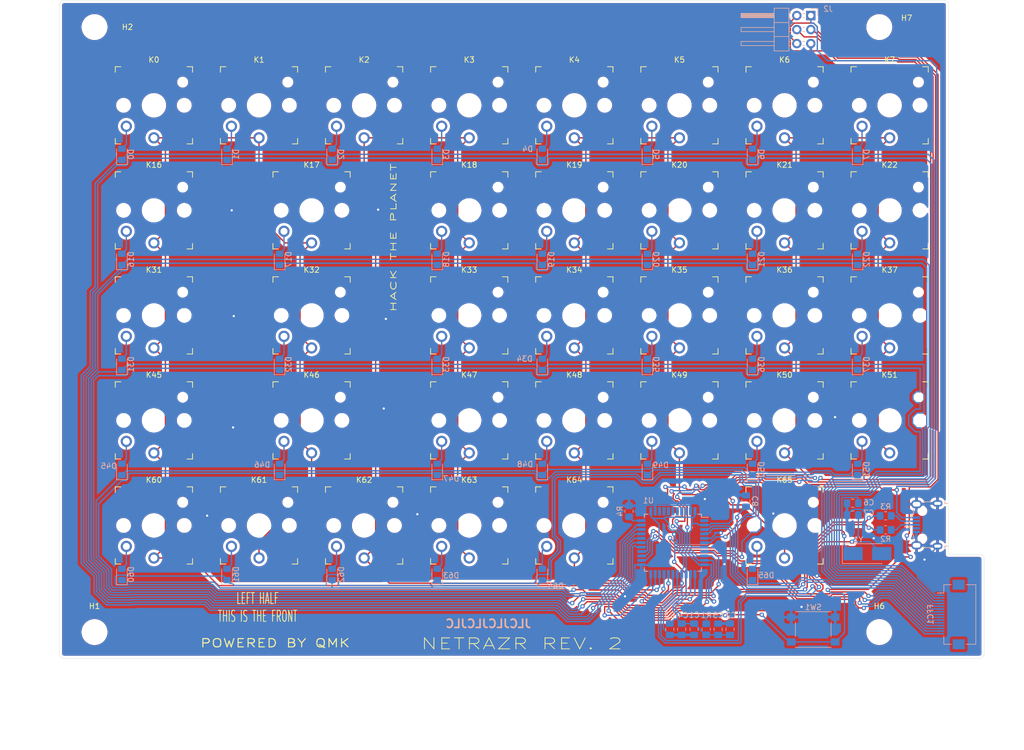
<source format=kicad_pcb>
(kicad_pcb (version 20211014) (generator pcbnew)
  (title_block (title "NetRazr Keyboard") (rev "2") (comment 1 "Split KB for use in NetRazr Cyberdeck."))
  (layers (0 "F.Cu" signal) (31 "B.Cu" signal) (34 "B.Paste" user) (35 "F.Paste" user) (36 "B.SilkS" user "B.Silkscreen") (37 "F.SilkS" user "F.Silkscreen") (38 "B.Mask" user) (39 "F.Mask" user) (44 "Edge.Cuts" user))
  (net 0 "")
  (net 1 "GND")
  (net 2 "VCC")
  (net 3 "Net-(C6-Pad1)")
  (net 4 "Net-(C7-Pad1)")
  (net 5 "Net-(C8-Pad1)")
  (net 6 "Net-(J1-Pad3)")
  (net 7 "Net-(J1-Pad2)")
  (net 8 "/Row_7")
  (net 9 "Net-(R2-Pad1)")
  (net 10 "Net-(R3-Pad1)")
  (net 11 "Net-(R4-Pad2)")
  (net 12 "/Row_8")
  (net 13 "/Reset")
  (net 14 "/Row_0")
  (net 15 "/Row_1")
  (net 16 "/Row_2")
  (net 17 "/Row_3")
  (net 18 "/Row_4")
  (net 19 "/Row_5")
  (net 20 "/Row_6")
  (net 21 "/Col_0")
  (net 22 "/Col_1")
  (net 23 "/Col_2")
  (net 24 "/Col_3")
  (net 25 "/Col_4")
  (net 26 "/Col_5")
  (net 27 "/Col_6")
  (net 28 "/Col_7")
  (net 29 "/Row_9")
  (net 36 "Net-(D0-Pad2)")
  (net 37 "Net-(D1-Pad2)")
  (net 38 "Net-(D2-Pad2)")
  (net 39 "Net-(D3-Pad2)")
  (net 40 "Net-(D4-Pad2)")
  (net 41 "Net-(D5-Pad2)")
  (net 42 "Net-(D6-Pad2)")
  (net 43 "Net-(D7-Pad2)")
  (net 44 "Net-(D16-Pad2)")
  (net 45 "Net-(D17-Pad2)")
  (net 46 "Net-(D18-Pad2)")
  (net 47 "Net-(D19-Pad2)")
  (net 48 "Net-(D20-Pad2)")
  (net 49 "Net-(D21-Pad2)")
  (net 50 "Net-(D22-Pad2)")
  (net 51 "Net-(D31-Pad2)")
  (net 52 "Net-(D32-Pad2)")
  (net 53 "Net-(D33-Pad2)")
  (net 54 "Net-(D34-Pad2)")
  (net 55 "Net-(D35-Pad2)")
  (net 56 "Net-(D36-Pad2)")
  (net 57 "Net-(D37-Pad2)")
  (net 58 "Net-(D45-Pad2)")
  (net 59 "Net-(D46-Pad2)")
  (net 60 "Net-(D47-Pad2)")
  (net 61 "Net-(D48-Pad2)")
  (net 62 "Net-(D49-Pad2)")
  (net 63 "Net-(D50-Pad2)")
  (net 64 "Net-(D51-Pad2)")
  (net 65 "Net-(D60-Pad2)")
  (net 66 "Net-(D61-Pad2)")
  (net 67 "Net-(D62-Pad2)")
  (net 68 "Net-(D63-Pad2)")
  (net 69 "Net-(D64-Pad2)")
  (net 70 "Net-(D65-Pad2)")
  (footprint "MountingHole:MountingHole_3.7mm" (layer "F.Cu") (at 185.42 64.262)
    (fp_text reference "H7")
    (fp_text value "MountingHole")
  )
  (footprint "Library:SW_PG1350_withKeyCap" (layer "F.Cu") (at 130.145 135.6)
    (fp_text reference "K48")
    (fp_text value "X")
  )
  (footprint "Library:SW_PG1350_withKeyCap" (layer "F.Cu") (at 72.995 78.45)
    (fp_text reference "K1")
    (fp_text value "ESC")
  )
  (footprint "Library:SW_PG1350_withKeyCap" (layer "F.Cu") (at 187.295 78.45)
    (fp_text reference "K7")
    (fp_text value "%,,f5,,,,,,,5")
  )
  (footprint "Library:SW_PG1350_withKeyCap" (layer "F.Cu") (at 168.245 78.45)
    (fp_text reference "K6")
    (fp_text value "$,,f4,,,,,,,4")
  )
  (footprint "Library:SW_PG1350_withKeyCap" (layer "F.Cu") (at 111.095 154.65)
    (fp_text reference "K63")
    (fp_text value "META")
  )
  (footprint "Library:SW_PG1350_withKeyCap" (layer "F.Cu") (at 53.945 135.6)
    (fp_text reference "K45")
    (fp_text value "MACRO,,,,,,4")
  )
  (footprint "Library:SW_PG1350_withKeyCap" (layer "F.Cu") (at 187.295 135.6)
    (fp_text reference "K51")
    (fp_text value "B")
  )
  (footprint "Library:SW_PG1350_withKeyCap" (layer "F.Cu") (at 149.195 135.6)
    (fp_text reference "K49")
    (fp_text value "C")
  )
  (footprint "MountingHole:MountingHole_3.7mm" (layer "F.Cu") (at 185.42 173.99)
    (fp_text reference "H6")
    (fp_text value "MountingHole")
  )
  (footprint "Library:SW_PG1350_withKeyCap" (layer "F.Cu") (at 53.945 78.45)
    (fp_text reference "K0")
    (fp_text value "MACRO,,,,,,1")
  )
  (footprint "MountingHole:MountingHole_3.7mm" (layer "F.Cu") (at 43.18 173.99)
    (fp_text reference "H1")
    (fp_text value "MountingHole")
  )
  (footprint "Library:SW_PG1350_withKeyCap" (layer "F.Cu") (at 82.52 97.5)
    (fp_text reference "K17")
    (fp_text value "TAB")
  )
  (footprint "Library:SW_PG1350_withKeyCap" (layer "F.Cu") (at 111.095 97.5)
    (fp_text reference "K18")
    (fp_text value "Q")
  )
  (footprint "MountingHole:MountingHole_3.7mm" (layer "F.Cu") (at 43.18 64.262)
    (fp_text reference "H2")
    (fp_text value "MountingHole")
  )
  (footprint "Library:SW_PG1350_withKeyCap" (layer "F.Cu") (at 149.195 97.5)
    (fp_text reference "K20")
    (fp_text value "E")
  )
  (footprint "Library:SW_PG1350_withKeyCap" (layer "F.Cu") (at 53.945 116.55)
    (fp_text reference "K31")
    (fp_text value "MACRO,,,,,,3")
  )
  (footprint "Library:SW_PG1350_withKeyCap" (layer "F.Cu") (at 187.295 116.55)
    (fp_text reference "K37")
    (fp_text value "G")
  )
  (footprint "Library:SW_PG1350_withKeyCap" (layer "F.Cu") (at 72.995 154.65)
    (fp_text reference "K61")
    (fp_text value "LCTRL")
  )
  (footprint "Library:SW_PG1350_withKeyCap" (layer "F.Cu") (at 149.195 116.55)
    (fp_text reference "K35")
    (fp_text value "D")
  )
  (footprint "Library:SW_PG1350_withKeyCap" (layer "F.Cu") (at 111.095 135.6)
    (fp_text reference "K47")
    (fp_text value "Z")
  )
  (footprint "Library:SW_PG1350_withKeyCap" (layer "F.Cu") (at 92.045 154.65)
    (fp_text reference "K62")
    (fp_text value "FN")
  )
  (footprint "Library:SW_PG1350_withKeyCap" (layer "F.Cu") (at 92.045 78.45)
    (fp_text reference "K2")
    (fp_text value "~~,,,,,,,,,`")
  )
  (footprint "Library:SW_PG1350_withKeyCap" (layer "F.Cu") (at 53.945 97.5)
    (fp_text reference "K16")
    (fp_text value "MACRO,,,,,,2")
  )
  (footprint "Library:SW_PG1350_withKeyCap" (layer "F.Cu") (at 82.52 135.6)
    (fp_text reference "K46")
    (fp_text value "LSHIFT")
  )
  (footprint "Library:SW_PG1350_withKeyCap" (layer "F.Cu") (at 82.52 116.55)
    (fp_text reference "K32")
    (fp_text value "CAPS")
  )
  (footprint "Library:SW_PG1350_withKeyCap" (layer "F.Cu") (at 168.245 154.65)
    (fp_text reference "K65")
    (fp_text value "LSPACE")
  )
  (footprint "Library:SW_PG1350_withKeyCap" (layer "F.Cu") (at 130.145 97.5)
    (fp_text reference "K19")
    (fp_text value "W")
  )
  (footprint "Library:SW_PG1350_withKeyCap" (layer "F.Cu") (at 130.145 154.65)
    (fp_text reference "K64")
    (fp_text value "LALT")
  )
  (footprint "Library:SW_PG1350_withKeyCap" (layer "F.Cu") (at 111.095 78.45)
    (fp_text reference "K3")
    (fp_text value "!,,f1,,,,,,,1")
  )
  (footprint "Library:SW_PG1350_withKeyCap" (layer "F.Cu") (at 111.095 116.55)
    (fp_text reference "K33")
    (fp_text value "A")
  )
  (footprint "Library:SW_PG1350_withKeyCap" (layer "F.Cu") (at 53.945 154.65)
    (fp_text reference "K60")
    (fp_text value "MACRO,,,,,,5")
  )
  (footprint "Library:SW_PG1350_withKeyCap" (layer "F.Cu") (at 187.295 97.5)
    (fp_text reference "K22")
    (fp_text value "T")
  )
  (footprint "Library:SW_PG1350_withKeyCap" (layer "F.Cu") (at 168.245 97.5)
    (fp_text reference "K21")
    (fp_text value "R")
  )
  (footprint "Library:SW_PG1350_withKeyCap" (layer "F.Cu") (at 130.145 116.55)
    (fp_text reference "K34")
    (fp_text value "S")
  )
  (footprint "Library:SW_PG1350_withKeyCap" (layer "F.Cu") (at 130.145 78.45)
    (fp_text reference "K4")
    (fp_text value "@,,f2,,,,,,,2")
  )
  (footprint "Library:SW_PG1350_withKeyCap" (layer "F.Cu") (at 149.195 78.45)
    (fp_text reference "K5")
    (fp_text value "#,,f3,,,,,,,3")
  )
  (footprint "Library:SW_PG1350_withKeyCap" (layer "F.Cu") (at 168.245 116.55)
    (fp_text reference "K36")
    (fp_text value "F")
  )
  (footprint "Library:SW_PG1350_withKeyCap" (layer "F.Cu") (at 168.245 135.6)
    (fp_text reference "K50")
    (fp_text value "V")
  )
  (footprint "Connector_USB:USB_Micro-B_Wuerth_629105150521" (layer "B.Cu") (at 194.026 154.523 -90)
    (fp_text reference "J1")
    (fp_text value "USB_B_Micro")
  )
  (footprint "Capacitor_SMD:C_0805_2012Metric_Pad1.18x1.45mm_HandSolder" (layer "B.Cu") (at 158.369 173.482 90)
    (fp_text reference "C2")
    (fp_text value "0.1u")
  )
  (footprint "Connector_PinHeader_2.54mm:PinHeader_2x03_P2.54mm_Horizontal" (layer "B.Cu") (at 173.01 62.17 180)
    (fp_text reference "J2")
    (fp_text value "Conn_02x03_Odd_Even")
  )
  (footprint "Diode_SMD:D_0805_2012Metric_Pad1.15x1.40mm_HandSolder" (layer "B.Cu") (at 124.345 163.54 90)
    (fp_text reference "D64")
    (fp_text value "D")
  )
  (footprint "Diode_SMD:D_0805_2012Metric_Pad1.15x1.40mm_HandSolder" (layer "B.Cu") (at 105.295 125.44 90)
    (fp_text reference "D33")
    (fp_text value "D")
  )
  (footprint "Diode_SMD:D_0805_2012Metric_Pad1.15x1.40mm_HandSolder" (layer "B.Cu") (at 143.395 87.34 90)
    (fp_text reference "D5")
    (fp_text value "D")
  )
  (footprint "Diode_SMD:D_0805_2012Metric_Pad1.15x1.40mm_HandSolder" (layer "B.Cu") (at 162.445 106.39 90)
    (fp_text reference "D21")
    (fp_text value "D")
  )
  (footprint "Button_Switch_SMD:SW_Push_1P1T_NO_6x6mm_H9.5mm" (layer "B.Cu") (at 173.445 173.53 180)
    (fp_text reference "SW1")
    (fp_text value "Reset_SW")
  )
  (footprint "Diode_SMD:D_0805_2012Metric_Pad1.15x1.40mm_HandSolder" (layer "B.Cu") (at 143.395 125.44 90)
    (fp_text reference "D35")
    (fp_text value "D")
  )
  (footprint "Diode_SMD:D_0805_2012Metric_Pad1.15x1.40mm_HandSolder" (layer "B.Cu") (at 105.295 144.49 90)
    (fp_text reference "D47")
    (fp_text value "D")
  )
  (footprint "Diode_SMD:D_0805_2012Metric_Pad1.15x1.40mm_HandSolder" (layer "B.Cu") (at 181.495 125.44 90)
    (fp_text reference "D37")
    (fp_text value "D")
  )
  (footprint "Diode_SMD:D_0805_2012Metric_Pad1.15x1.40mm_HandSolder" (layer "B.Cu") (at 76.72 125.44 90)
    (fp_text reference "D32")
    (fp_text value "D")
  )
  (footprint "Capacitor_SMD:C_0805_2012Metric_Pad1.18x1.45mm_HandSolder" (layer "B.Cu") (at 161.255 150.23 90)
    (fp_text reference "C8")
    (fp_text value "1u")
  )
  (footprint "Diode_SMD:D_0805_2012Metric_Pad1.15x1.40mm_HandSolder" (layer "B.Cu") (at 124.345 106.39 90)
    (fp_text reference "D19")
    (fp_text value "D")
  )
  (footprint "Resistor_SMD:R_0805_2012Metric_Pad1.20x1.40mm_HandSolder" (layer "B.Cu") (at 140.055 152.08 -90)
    (fp_text reference "R4")
    (fp_text value "10k")
  )
  (footprint "Diode_SMD:D_0805_2012Metric_Pad1.15x1.40mm_HandSolder" (layer "B.Cu") (at 48.145 144.49 90)
    (fp_text reference "D45")
    (fp_text value "D")
  )
  (footprint "Package_QFP:TQFP-44_10x10mm_P0.8mm" (layer "B.Cu") (at 148.005 157.78 180)
    (fp_text reference "U1")
    (fp_text value "ATmega32U4-AU")
  )
  (footprint "Diode_SMD:D_0805_2012Metric_Pad1.15x1.40mm_HandSolder" (layer "B.Cu") (at 67.195 163.54 90)
    (fp_text reference "D61")
    (fp_text value "D")
  )
  (footprint "Diode_SMD:D_0805_2012Metric_Pad1.15x1.40mm_HandSolder" (layer "B.Cu") (at 48.145 125.44 90)
    (fp_text reference "D31")
    (fp_text value "D")
  )
  (footprint "Capacitor_SMD:C_0805_2012Metric_Pad1.18x1.45mm_HandSolder" (layer "B.Cu") (at 156.21 173.482 90)
    (fp_text reference "C5")
    (fp_text value "4.7u")
  )
  (footprint "Diode_SMD:D_0805_2012Metric_Pad1.15x1.40mm_HandSolder" (layer "B.Cu") (at 105.295 163.54 90)
    (fp_text reference "D63")
    (fp_text value "D")
  )
  (footprint "Diode_SMD:D_0805_2012Metric_Pad1.15x1.40mm_HandSolder" (layer "B.Cu") (at 124.345 87.34 90)
    (fp_text reference "D4")
    (fp_text value "D")
  )
  (footprint "Diode_SMD:D_0805_2012Metric_Pad1.15x1.40mm_HandSolder" (layer "B.Cu") (at 86.245 163.54 90)
    (fp_text reference "D62")
    (fp_text value "D")
  )
  (footprint "Diode_SMD:D_0805_2012Metric_Pad1.15x1.40mm_HandSolder" (layer "B.Cu") (at 162.445 163.54 90)
    (fp_text reference "D65")
    (fp_text value "D")
  )
  (footprint "Capacitor_SMD:C_0805_2012Metric_Pad1.18x1.45mm_HandSolder" (layer "B.Cu") (at 149.606 173.482 -90)
    (fp_text reference "C4")
    (fp_text value "0.1u")
  )
  (footprint "Diode_SMD:D_0805_2012Metric_Pad1.15x1.40mm_HandSolder" (layer "B.Cu") (at 181.495 144.49 90)
    (fp_text reference "D51")
    (fp_text value "D")
  )
  (footprint "Diode_SMD:D_0805_2012Metric_Pad1.15x1.40mm_HandSolder" (layer "B.Cu") (at 181.495 87.34 90)
    (fp_text reference "D7")
    (fp_text value "D")
  )
  (footprint "Resistor_SMD:R_0805_2012Metric_Pad1.20x1.40mm_HandSolder" (layer "B.Cu") (at 186.563 155.448)
    (fp_text reference "R2")
    (fp_text value "22R")
  )
  (footprint "Diode_SMD:D_0805_2012Metric_Pad1.15x1.40mm_HandSolder" (layer "B.Cu") (at 124.345 144.49 90)
    (fp_text reference "D48")
    (fp_text value "D")
  )
  (footprint "Crystal:Crystal_SMD_5032-2Pin_5.0x3.2mm_HandSoldering" (layer "B.Cu") (at 183.261 159.766)
    (fp_text reference "Y1")
    (fp_text value "Crystal")
  )
  (footprint "Diode_SMD:D_0805_2012Metric_Pad1.15x1.40mm_HandSolder" (layer "B.Cu") (at 76.72 106.39 90)
    (fp_text reference "D17")
    (fp_text value "D")
  )
  (footprint "Diode_SMD:D_0805_2012Metric_Pad1.15x1.40mm_HandSolder" (layer "B.Cu") (at 162.445 144.49 90)
    (fp_text reference "D50")
    (fp_text value "D")
  )
  (footprint "Diode_SMD:D_0805_2012Metric_Pad1.15x1.40mm_HandSolder" (layer "B.Cu") (at 48.145 163.54 90)
    (fp_text reference "D60")
    (fp_text value "D")
  )
  (footprint "Diode_SMD:D_0805_2012Metric_Pad1.15x1.40mm_HandSolder" (layer "B.Cu") (at 143.395 106.39 90)
    (fp_text reference "D20")
    (fp_text value "D")
  )
  (footprint "Diode_SMD:D_0805_2012Metric_Pad1.15x1.40mm_HandSolder" (layer "B.Cu") (at 86.245 87.34 90)
    (fp_text reference "D2")
    (fp_text value "D")
  )
  (footprint "Capacitor_SMD:C_0805_2012Metric_Pad1.18x1.45mm_HandSolder" (layer "B.Cu") (at 180.594 150.622 180)
    (fp_text reference "C6")
    (fp_text value "22p")
  )
  (footprint "Diode_SMD:D_0805_2012Metric_Pad1.15x1.40mm_HandSolder" (layer "B.Cu") (at 162.445 125.44 90)
    (fp_text reference "D36")
    (fp_text value "D")
  )
  (footprint "Diode_SMD:D_0805_2012Metric_Pad1.15x1.40mm_HandSolder" (layer "B.Cu") (at 105.295 106.39 90)
    (fp_text reference "D18")
    (fp_text value "D")
  )
  (footprint "Diode_SMD:D_0805_2012Metric_Pad1.15x1.40mm_HandSolder" (layer "B.Cu") (at 48.145 106.39 90)
    (fp_text reference "D16")
    (fp_text value "D")
  )
  (footprint "Diode_SMD:D_0805_2012Metric_Pad1.15x1.40mm_HandSolder" (layer "B.Cu") (at 181.495 106.39 90)
    (fp_text reference "D22")
    (fp_text value "D")
  )
  (footprint "Diode_SMD:D_0805_2012Metric_Pad1.15x1.40mm_HandSolder" (layer "B.Cu") (at 162.445 87.34 90)
    (fp_text reference "D6")
    (fp_text value "D")
  )
  (footprint "Capacitor_SMD:C_0805_2012Metric_Pad1.18x1.45mm_HandSolder" (layer "B.Cu") (at 147.447 173.482 -90)
    (fp_text reference "C3")
    (fp_text value "0.1u")
  )
  (footprint "Resistor_SMD:R_0805_2012Metric_Pad1.20x1.40mm_HandSolder" (layer "B.Cu") (at 154.051 173.482 -90)
    (fp_text reference "R1")
    (fp_text value "10k")
  )
  (footprint "Diode_SMD:D_0805_2012Metric_Pad1.15x1.40mm_HandSolder" (layer "B.Cu") (at 143.395 144.49 90)
    (fp_text reference "D49")
    (fp_text value "D")
  )
  (footprint "Diode_SMD:D_0805_2012Metric_Pad1.15x1.40mm_HandSolder" (layer "B.Cu") (at 124.345 125.44 90)
    (fp_text reference "D34")
    (fp_text value "D")
  )
  (footprint "Capacitor_SMD:C_0805_2012Metric_Pad1.18x1.45mm_HandSolder" (layer "B.Cu") (at 180.594 152.781 180)
    (fp_text reference "C7")
    (fp_text value "22p")
  )
  (footprint "Capacitor_SMD:C_0805_2012Metric_Pad1.18x1.45mm_HandSolder" (layer "B.Cu") (at 151.845 173.482 -90)
    (fp_text reference "C1")
    (fp_text value "0.1u")
  )
  (footprint "Diode_SMD:D_0805_2012Metric_Pad1.15x1.40mm_HandSolder" (layer "B.Cu") (at 76.72 144.49 90)
    (fp_text reference "D46")
    (fp_text value "D")
  )
  (footprint "Diode_SMD:D_0805_2012Metric_Pad1.15x1.40mm_HandSolder" (layer "B.Cu") (at 105.295 87.34 90)
    (fp_text reference "D3")
    (fp_text value "D")
  )
  (footprint "Diode_SMD:D_0805_2012Metric_Pad1.15x1.40mm_HandSolder" (layer "B.Cu") (at 48.145 87.34 90)
    (fp_text reference "D0")
    (fp_text value "D")
  )
  (footprint "Diode_SMD:D_0805_2012Metric_Pad1.15x1.40mm_HandSolder" (layer "B.Cu") (at 67.195 87.34 90)
    (fp_text reference "D1")
    (fp_text value "D")
  )
  (footprint "Resistor_SMD:R_0805_2012Metric_Pad1.20x1.40mm_HandSolder" (layer "B.Cu") (at 186.563 152.908)
    (fp_text reference "R3")
    (fp_text value "22R")
  )
  (footprint "Connector_FFC-FPC:Hirose_FH12-15S-0.5SH_1x15-1MP_P0.50mm_Horizontal" (layer "B.Cu") (at 198.41 170.8 -90)
    (fp_text reference "FFC1")
    (fp_text value "Hirose_FH12-15S-0.5SH_1x15-1MP_P0.50mm_Horizontal")
  )
  (gr_arc (start 197.165 59.4) (mid 197.729271 59.633729) (end 197.963 60.198) (layer "Edge.Cuts") (width 0.05))
  (gr_line (start 37.689 178.78) (end 203.551 178.78) (layer "Edge.Cuts") (width 0.05))
  (gr_line (start 204.44 159.857) (end 204.44 159.857) (layer "Edge.Cuts") (width 0.05))
  (gr_line (start 197.165 59.4) (end 37.689 59.4) (layer "Edge.Cuts") (width 0.05))
  (gr_line (start 203.551 159.857) (end 197.963 159.857) (layer "Edge.Cuts") (width 0.05))
  (gr_line (start 36.8 60.289) (end 36.8 177.891) (layer "Edge.Cuts") (width 0.05))
  (gr_line (start 197.963 149.316) (end 197.963 60.198) (layer "Edge.Cuts") (width 0.05))
  (gr_arc (start 36.8 60.289) (mid 37.060382 59.660382) (end 37.689 59.4) (layer "Edge.Cuts") (width 0.05))
  (gr_arc (start 204.44 177.891) (mid 204.179618 178.519618) (end 203.551 178.78) (layer "Edge.Cuts") (width 0.05))
  (gr_arc (start 203.551 159.857) (mid 204.179618 160.117382) (end 204.44 160.746) (layer "Edge.Cuts") (width 0.05))
  (gr_line (start 204.44 159.857) (end 204.44 159.857) (layer "Edge.Cuts") (width 0.05))
  (gr_arc (start 37.689 178.78) (mid 37.060382 178.519618) (end 36.8 177.891) (layer "Edge.Cuts") (width 0.05))
  (gr_line (start 197.963 159.857) (end 197.963 149.316) (layer "Edge.Cuts") (width 0.05))
  (gr_line (start 204.44 177.891) (end 204.44 160.746) (layer "Edge.Cuts") (width 0.05))
  (gr_text "JLCJLCJLCJLC" (at 114.554 172.466) (layer "B.SilkS") (effects (font (size 1.5 1.5) (thickness 0.3)) (justify mirror)))
  (gr_text "LEFT HALF\nTHIS IS THE FRONT" (at 72.741 169.509) (layer "F.SilkS") (effects (font (size 2 1))))
  (gr_text "POWERED BY QMK" (at 75.916 175.986) (layer "F.SilkS") (effects (font (size 1.5 2) (thickness 0.2))))
  (gr_text "HACK THE PLANET" (at 97.379 102.453 90) (layer "F.SilkS") (effects (font (size 1 2))))
  (gr_text "NETRAZR REV. 2" (at 120.62 176.113) (layer "F.SilkS") (effects (font (size 2 3))))
  (segment (start 143.221305 168.231) (end 145.863302 168.231) (width 0.25) (layer "F.Cu") (net 1))
  (segment (start 175.137188 158.496) (end 182.601896 158.496) (width 0.25) (layer "F.Cu") (net 1))
  (segment (start 154.429979 158.261) (end 156.697479 155.9935) (width 0.25) (layer "F.Cu") (net 1))
  (segment (start 173.689 159.944188) (end 175.137188 158.496) (width 0.25) (layer "F.Cu") (net 1))
  (segment (start 171.323 169.418) (end 170.6365 170.1045) (width 0.25) (layer "F.Cu") (net 1))
  (segment (start 139.319 167.505) (end 139.491 167.677) (width 0.25) (layer "F.Cu") (net 1))
  (segment (start 148.908792 158.261) (end 152.102348 158.261) (width 0.25) (layer "F.Cu") (net 1))
  (segment (start 184.404 156.972) (end 185.68 158.248) (width 0.25) (layer "F.Cu") (net 1))
  (segment (start 158.219101 170.1045) (end 158.032254 169.917653) (width 0.25) (layer "F.Cu") (net 1))
  (segment (start 170.6365 170.1045) (end 158.219101 170.1045) (width 0.25) (layer "F.Cu") (net 1))
  (segment (start 148.23644 156.247399) (end 148.23644 157.588648) (width 0.25) (layer "F.Cu") (net 1))
  (segment (start 145.863302 168.231) (end 148.139802 165.9545) (width 0.25) (layer "F.Cu") (net 1))
  (segment (start 152.102348 158.261) (end 154.429979 158.261) (width 0.25) (layer "F.Cu") (net 1))
  (segment (start 174.117 163.7755) (end 173.689 163.3475) (width 0.25) (layer "F.Cu") (net 1))
  (segment (start 142.667305 167.677) (end 143.221305 168.231) (width 0.25) (layer "F.Cu") (net 1))
  (segment (start 148.23644 157.588648) (end 148.908792 158.261) (width 0.25) (layer "F.Cu") (net 1))
  (segment (start 149.169409 165.9545) (end 149.605 165.518909) (width 0.25) (layer "F.Cu") (net 1))
  (segment (start 149.605 165.518909) (end 149.605 165.13) (width 0.25) (layer "F.Cu") (net 1))
  (segment (start 148.139802 165.9545) (end 149.169409 165.9545) (width 0.25) (layer "F.Cu") (net 1))
  (segment (start 173.689 163.3475) (end 173.689 159.944188) (width 0.25) (layer "F.Cu") (net 1))
  (segment (start 139.491 167.677) (end 142.667305 167.677) (width 0.25) (layer "F.Cu") (net 1))
  (segment (start 185.68 158.248) (end 188.982 158.248) (width 0.25) (layer "F.Cu") (net 1))
  (segment (start 182.601896 158.496) (end 182.849896 158.248) (width 0.25) (layer "F.Cu") (net 1))
  (segment (start 182.849896 158.248) (end 188.982 158.248) (width 0.25) (layer "F.Cu") (net 1))
  (segment (start 188.982 158.248) (end 192.176 158.248) (width 0.25) (layer "F.Cu") (net 1))
  (via (at 101.697 152.618) (size 0.8) (drill 0.4) (layers "F.Cu" "B.Cu") (net 1))
  (via (at 156.697479 155.9935) (size 0.8) (drill 0.4) (layers "F.Cu" "B.Cu") (net 1))
  (via (at 63.597 152.872) (size 0.8) (drill 0.4) (layers "F.Cu" "B.Cu") (net 1))
  (via (at 158.032254 169.917653) (size 0.8) (drill 0.4) (layers "F.Cu" "B.Cu") (net 1))
  (via (at 94.585 97.373) (size 0.8) (drill 0.4) (layers "F.Cu" "B.Cu") (net 1))
  (via (at 184.404 156.972) (size 0.8) (drill 0.4) (layers "F.Cu" "B.Cu") (net 1))
  (via (at 95.601 133.441) (size 0.8) (drill 0.4) (layers "F.Cu" "B.Cu") (net 1))
  (via (at 68.042 97.5) (size 0.8) (drill 0.4) (layers "F.Cu" "B.Cu") (net 1))
  (via (at 68.296 136.87) (size 0.8) (drill 0.4) (layers "F.Cu" "B.Cu") (net 1))
  (via (at 139.319 167.505) (size 0.8) (drill 0.4) (layers "F.Cu" "B.Cu") (net 1))
  (via (at 148.23644 156.247399) (size 0.8) (drill 0.4) (layers "F.Cu" "B.Cu") (net 1))
  (via (at 166.213 152.491) (size 0.8) (drill 0.4) (layers "F.Cu" "B.Cu") (net 1))
  (via (at 177.4 135) (size 0.8) (drill 0.4) (layers "F.Cu" "B.Cu") (net 1))
  (via (at 157.353 161.671) (size 0.8) (drill 0.4) (layers "F.Cu" "B.Cu") (net 1))
  (via (at 95.982 117.185) (size 0.8) (drill 0.4) (layers "F.Cu" "B.Cu") (net 1))
  (via (at 171.323 169.418) (size 0.8) (drill 0.4) (layers "F.Cu" "B.Cu") (net 1))
  (via (at 153.797 149.86) (size 0.8) (drill 0.4) (layers "F.Cu" "B.Cu") (net 1))
  (via (at 174.117 163.7755) (size 0.8) (drill 0.4) (layers "F.Cu" "B.Cu") (net 1))
  (via (at 149.605 165.13) (size 0.8) (drill 0.4) (layers "F.Cu" "B.Cu") (net 1))
  (via (at 68.423 116.677) (size 0.8) (drill 0.4) (layers "F.Cu" "B.Cu") (net 1))
  (via (at 193.6115 160.8455) (size 0.8) (drill 0.4) (layers "F.Cu" "B.Cu") (net 1))
  (segment (start 171.323 169.418) (end 171.323 170.434) (width 0.25) (layer "B.Cu") (net 1))
  (segment (start 192.126 155.823) (end 192.126 158.198) (width 0.25) (layer "B.Cu") (net 1))
  (segment (start 148.792 159.077188) (end 149.965536 160.250724) (width 0.25) (layer "B.Cu") (net 1))
  (segment (start 141.136 161.78) (end 142.305 161.78) (width 0.25) (layer "B.Cu") (net 1))
  (segment (start 148.790954 167.955) (end 149.605 167.140954) (width 0.25) (layer "B.Cu") (net 1))
  (segment (start 146.304 170.229821) (end 148.578821 167.955) (width 0.25) (layer "B.Cu") (net 1))
  (segment (start 158.032254 169.917653) (end 158.032254 170.468949) (width 0.25) (layer "B.Cu") (net 1))
  (segment (start 156.154305 149.16) (end 152.948604 149.16) (width 0.25) (layer "B.Cu") (net 1))
  (segment (start 148.422691 156.43365) (end 148.422691 157.037614) (width 0.25) (layer "B.Cu") (net 1))
  (segment (start 158.032254 166.019449) (end 158.032254 169.917653) (width 0.25) (layer "B.Cu") (net 1))
  (segment (start 151.005 151.005) (end 145.005 151.005) (width 0.25) (layer "B.Cu") (net 1))
  (segment (start 156.21 172.4445) (end 158.369 172.4445) (width 0.25) (layer "B.Cu") (net 1))
  (segment (start 149.606 174.5195) (end 151.797 174.5195) (width 0.25) (layer "B.Cu") (net 1))
  (segment (start 149.605 165.13) (end 149.605 163.48) (width 0.25) (layer "B.Cu") (net 1))
  (segment (start 140.055 151.055) (end 140.105 151.005) (width 0.25) (layer "B.Cu") (net 1))
  (segment (start 182.207173 151.731) (end 182.753 152.276827) (width 0.25) (layer "B.Cu") (net 1))
  (segment (start 156.755 162.269) (end 156.755 164.742195) (width 0.25) (layer "B.Cu") (net 1))
  (segment (start 195.976 158.481) (end 195.976 158.398) (width 0.25) (layer "B.Cu") (net 1))
  (segment (start 182.753 155.632695) (end 184.092305 156.972) (width 0.25) (layer "B.Cu") (net 1))
  (segment (start 140.105 151.005) (end 144.42 151.005) (width 0.25) (layer "B.Cu") (net 1))
  (segment (start 149.965536 160.250724) (end 149.965536 162.329464) (width 0.25) (layer "B.Cu") (net 1))
  (segment (start 151.797 174.5195) (end 151.845 174.5675) (width 0.25) (layer "B.Cu") (net 1))
  (segment (start 172.169 171.28) (end 177.42 171.28) (width 0.25) (layer "B.Cu") (net 1))
  (segment (start 149.605 162.69) (end 149.605 163.48) (width 0.25) (layer "B.Cu") (net 1))
  (segment (start 145.005 151.005) (end 144.805 151.205) (width 0.25) (layer "B.Cu") (net 1))
  (segment (start 149.606 174.5195) (end 147.447 174.5195) (width 0.25) (layer "B.Cu") (net 1))
  (segment (start 192.405 162.052) (end 195.976 158.481) (width 0.25) (layer "B.Cu") (net 1))
  (segment (start 151.205 152.08) (end 151.205 151.205) (width 0.25) (layer "B.Cu") (net 1))
  (segment (start 179.5565 152.781) (end 180.6065 151.731) (width 0.25) (layer "B.Cu") (net 1))
  (segment (start 151.205 150.903604) (end 151.205 152.08) (width 0.25) (layer "B.Cu") (net 1))
  (segment (start 156.473305 149.479) (end 156.154305 149.16) (width 0.25) (layer "B.Cu") (net 1))
  (segment (start 144.805 151.205) (end 144.805 152.08) (width 0.25) (layer "B.Cu") (net 1))
  (segment (start 157.353 161.671) (end 156.755 162.269) (width 0.25) (layer "B.Cu") (net 1))
  (segment (start 171.323 170.434) (end 172.169 171.28) (width 0.25) (layer "B.Cu") (net 1))
  (segment (start 148.792 157.406923) (end 148.792 159.077188) (width 0.25) (layer "B.Cu") (net 1))
  (segment (start 139.319 167.505) (end 139.319 166.223235) (width 0.25) (layer "B.Cu") (net 1))
  (segment (start 158.369 170.805695) (end 158.369 172.4445) (width 0.25) (layer "B.Cu") (net 1))
  (segment (start 192.126 158.198) (end 192.176 158.248) (width 0.25) (layer "B.Cu") (net 1))
  (segment (start 149.965536 162.329464) (end 149.605 162.69) (width 0.25) (layer "B.Cu") (net 1))
  (segment (start 155.702 150.241) (end 156.464 149.479) (width 0.25) (layer "B.Cu") (net 1))
  (segment (start 153.797 149.86) (end 154.178 150.241) (width 0.25) (layer "B.Cu") (net 1))
  (segment (start 160.98 148.93) (end 161.255 149.205) (width 0.25) (layer "B.Cu") (net 1))
  (segment (start 148.23644 156.247399) (end 148.422691 156.43365) (width 0.25) (layer "B.Cu") (net 1))
  (segment (start 155.917104 155.9935) (end 154.930604 156.98) (width 0.25) (layer "B.Cu") (net 1))
  (segment (start 148.422691 157.037614) (end 148.792 157.406923) (width 0.25) (layer "B.Cu") (net 1))
  (segment (start 196.56 167.3) (end 195.554772 167.3) (width 0.25) (layer "B.Cu") (net 1))
  (segment (start 149.605 167.140954) (end 149.605 165.13) (width 0.25) (layer "B.Cu") (net 1))
  (segment (start 146.304 173.3765) (end 146.304 170.229821) (width 0.25) (layer "B.Cu") (net 1))
  (segment (start 156.464 149.479) (end 156.473305 149.479) (width 0.25) (layer "B.Cu") (net 1))
  (segment (start 144.42 151.005) (end 144.805 151.39) (width 0.25) (layer "B.Cu") (net 1))
  (segment (start 158.032254 170.468949) (end 158.369 170.805695) (width 0.25) (layer "B.Cu") (net 1))
  (segment (start 154.178 150.241) (end 155.702 150.241) (width 0.25) (layer "B.Cu") (net 1))
  (segment (start 156.755 164.742195) (end 158.032254 166.019449) (width 0.25) (layer "B.Cu") (net 1))
  (segment (start 159.015 148.93) (end 158.466 149.479) (width 0.25) (layer "B.Cu") (net 1))
  (segment (start 144.805 151.39) (end 144.805 152.08) (width 0.25) (layer "B.Cu") (net 1))
  (segment (start 171.323 170.434) (end 170.477 171.28) (width 0.25) (layer "B.Cu") (net 1))
  (segment (start 158.466 149.479) (end 156.473305 149.479) (width 0.25) (layer "B.Cu") (net 1))
  (segment (start 151.205 151.205) (end 151.005 151.005) (width 0.25) (layer "B.Cu") (net 1))
  (segment (start 170.477 171.28) (end 169.47 171.28) (width 0.25) (layer "B.Cu") (net 1))
  (segment (start 195.554772 167.3) (end 192.405 164.150228) (width 0.25) (layer "B.Cu") (net 1))
  (segment (start 141.136 164.406235) (end 141.136 161.78) (width 0.25) (layer "B.Cu") (net 1))
  (segment (start 159.015 148.93) (end 160.98 148.93) (width 0.25) (layer "B.Cu") (net 1))
  (segment (start 184.092305 156.972) (end 184.404 156.972) (width 0.25) (layer "B.Cu") (net 1))
  (segment (start 182.753 152.276827) (end 182.753 155.632695) (width 0.25) (layer "B.Cu") (net 1))
  (segment (start 148.578821 167.955) (end 148.790954 167.955) (width 0.25) (layer "B.Cu") (net 1))
  (segment (start 147.447 174.5195) (end 146.304 173.3765) (width 0.25) (layer "B.Cu") (net 1))
  (segment (start 180.6065 151.731) (end 182.207173 151.731) (width 0.25) (layer "B.Cu") (net 1))
  (segment (start 179.5565 150.622) (end 179.5565 152.781) (width 0.25) (layer "B.Cu") (net 1))
  (segment (start 154.930604 156.98) (end 153.705 156.98) (width 0.25) (layer "B.Cu") (net 1))
  (segment (start 139.319 166.223235) (end 141.136 164.406235) (width 0.25) (layer "B.Cu") (net 1))
  (segment (start 152.948604 149.16) (end 151.205 150.903604) (width 0.25) (layer "B.Cu") (net 1))
  (segment (start 156.697479 155.9935) (end 155.917104 155.9935) (width 0.25) (layer "B.Cu") (net 1))
  (segment (start 192.405 164.150228) (end 192.405 162.052) (width 0.25) (layer "B.Cu") (net 1))
  (segment (start 164.905 147.67) (end 164.065 146.83) (width 0.25) (layer "F.Cu") (net 2))
  (segment (start 185.516 147.67) (end 164.905 147.67) (width 0.25) (layer "F.Cu") (net 2))
  (segment (start 188.595 148.209) (end 186.055 148.209) (width 0.25) (layer "F.Cu") (net 2))
  (segment (start 186.055 148.209) (end 185.516 147.67) (width 0.25) (layer "F.Cu") (net 2))
  (segment (start 159.975 146.83) (end 158.242 148.563) (width 0.25) (layer "F.Cu") (net 2))
  (segment (start 158.242 149.569) (end 158.877 150.204) (width 0.25) (layer "F.Cu") (net 2))
  (segment (start 158.242 148.563) (end 158.242 149.569) (width 0.25) (layer "F.Cu") (net 2))
  (segment (start 164.065 146.83) (end 159.975 146.83) (width 0.25) (layer "F.Cu") (net 2))
  (via (at 158.877 150.204) (size 0.8) (drill 0.4) (layers "F.Cu" "B.Cu") (net 2))
  (via (at 188.595 148.209) (size 0.8) (drill 0.4) (layers "F.Cu" "B.Cu") (net 2))
  (segment (start 148.765217 170.755) (end 148.065 170.054783) (width 0.25) (layer "B.Cu") (net 2))
  (segment (start 154.630604 154.58) (end 154.918897 154.291707) (width 0.25) (layer "B.Cu") (net 2))
  (segment (start 151.511 153.198195) (end 151.554195 153.155) (width 0.25) (layer "B.Cu") (net 2))
  (segment (start 150.405 166.97735) (end 150.405 163.48) (width 0.25) (layer "B.Cu") (net 2))
  (segment (start 147.277985 154.24506) (end 146.412925 153.38) (width 0.25) (layer "B.Cu") (net 2))
  (segment (start 142.305 160.98) (end 143.058 160.98) (width 0.25) (layer "B.Cu") (net 2))
  (segment (start 148.537237 155.504312) (end 147.70218 155.504312) (width 0.25) (layer "B.Cu") (net 2))
  (segment (start 146.412925 153.38) (end 144.43 153.38) (width 0.25) (layer "B.Cu") (net 2))
  (segment (start 194.170079 147.560901) (end 195.515 146.215981) (width 0.25) (layer "B.Cu") (net 2))
  (segment (start 158.877 153.543) (end 158.877 150.204) (width 0.25) (layer "B.Cu") (net 2))
  (segment (start 144.680073 157.357252) (end 145.068982 157.357252) (width 0.25) (layer "B.Cu") (net 2))
  (segment (start 151.042 158.145208) (end 151.042 155.771305) (width 0.25) (layer "B.Cu") (net 2))
  (segment (start 153.705 158.58) (end 151.476792 158.58) (width 0.25) (layer "B.Cu") (net 2))
  (segment (start 144.28 157.757325) (end 144.680073 157.357252) (width 0.25) (layer "B.Cu") (net 2))
  (segment (start 194.818 70.358) (end 176.022 70.358) (width 0.25) (layer "B.Cu") (net 2))
  (segment (start 148.765217 168.405) (end 148.97735 168.405) (width 0.25) (layer "B.Cu") (net 2))
  (segment (start 151.355 155.458305) (end 151.355 154.505805) (width 0.25) (layer "B.Cu") (net 2))
  (segment (start 151.554195 153.155) (end 151.805 153.155) (width 0.25) (layer "B.Cu") (net 2))
  (segment (start 148.065 169.105217) (end 148.765217 168.405) (width 0.25) (layer "B.Cu") (net 2))
  (segment (start 151.511 154.349805) (end 151.511 153.198195) (width 0.25) (layer "B.Cu") (net 2))
  (segment (start 188.595 147.560901) (end 194.170079 147.560901) (width 0.25) (layer "B.Cu") (net 2))
  (segment (start 151.476792 158.58) (end 151.042 158.145208) (width 0.25) (layer "B.Cu") (net 2))
  (segment (start 150.405 162.605) (end 150.415536 162.594464) (width 0.25) (layer "B.Cu") (net 2))
  (segment (start 147.447 172.4445) (end 148.287783 171.603717) (width 0.25) (layer "B.Cu") (net 2))
  (segment (start 150.405 163.48) (end 150.405 162.605) (width 0.25) (layer "B.Cu") (net 2))
  (segment (start 176.022 70.358) (end 174.185 68.521) (width 0.25) (layer "B.Cu") (net 2))
  (segment (start 174.185 64.223299) (end 173.496701 63.535) (width 0.25) (layer "B.Cu") (net 2))
  (segment (start 143.058 160.98) (end 144.28 159.758) (width 0.25) (layer "B.Cu") (net 2))
  (segment (start 152.43 154.305) (end 151.555805 154.305) (width 0.25) (layer "B.Cu") (net 2))
  (segment (start 149.606 172.4445) (end 151.797 172.4445) (width 0.25) (layer "B.Cu") (net 2))
  (segment (start 148.97735 168.405) (end 150.405 166.97735) (width 0.25) (layer "B.Cu") (net 2))
  (segment (start 145.493677 156.932557) (end 145.493677 154.443677) (width 0.25) (layer "B.Cu") (net 2))
  (segment (start 148.287783 171.603717) (end 148.765217 171.603717) (width 0.25) (layer "B.Cu") (net 2))
  (segment (start 192.126 153.223) (end 189.491173 153.223) (width 0.25) (layer "B.Cu") (net 2))
  (segment (start 151.845 172.4445) (end 153.8825 174.482) (width 0.25) (layer "B.Cu") (net 2))
  (segment (start 149.242 156.209075) (end 148.537237 155.504312) (width 0.25) (layer "B.Cu") (net 2))
  (segment (start 153.8825 174.482) (end 154.051 174.482) (width 0.25) (layer "B.Cu") (net 2))
  (segment (start 148.765217 171.603717) (end 149.606 172.4445) (width 0.25) (layer "B.Cu") (net 2))
  (segment (start 188.595 152.326827) (end 188.595 147.560901) (width 0.25) (layer "B.Cu") (net 2))
  (segment (start 151.355 154.505805) (end 151.511 154.349805) (width 0.25) (layer "B.Cu") (net 2))
  (segment (start 148.065 170.054783) (end 148.065 169.105217) (width 0.25) (layer "B.Cu") (net 2))
  (segment (start 154.918897 154.291707) (end 158.128293 154.291707) (width 0.25) (layer "B.Cu") (net 2))
  (segment (start 173.01 63.535) (end 173.01 62.17) (width 0.25) (layer "B.Cu") (net 2))
  (segment (start 152.705 154.58) (end 152.43 154.305) (width 0.25) (layer "B.Cu") (net 2))
  (segment (start 144.28 159.758) (end 144.28 157.757325) (width 0.25) (layer "B.Cu") (net 2))
  (segment (start 158.128293 154.291707) (end 158.877 153.543) (width 0.25) (layer "B.Cu") (net 2))
  (segment (start 150.415536 162.594464) (end 150.415536 160.064328) (width 0.25) (layer "B.Cu") (net 2))
  (segment (start 151.555805 154.305) (end 151.511 154.349805) (width 0.25) (layer "B.Cu") (net 2))
  (segment (start 153.705 154.58) (end 152.705 154.58) (width 0.25) (layer "B.Cu") (net 2))
  (segment (start 174.185 68.521) (end 174.185 64.223299) (width 0.25) (layer "B.Cu") (net 2))
  (segment (start 144.43 153.38) (end 144.005 152.955) (width 0.25) (layer "B.Cu") (net 2))
  (segment (start 189.491173 153.223) (end 188.595 152.326827) (width 0.25) (layer "B.Cu") (net 2))
  (segment (start 173.496701 63.535) (end 173.01 63.535) (width 0.25) (layer "B.Cu") (net 2))
  (segment (start 153.705 154.58) (end 154.630604 154.58) (width 0.25) (layer "B.Cu") (net 2))
  (segment (start 195.820901 137.29375) (end 195.820901 71.360901) (width 0.25) (layer "B.Cu") (net 2))
  (segment (start 146.412925 153.38) (end 146.637925 153.155) (width 0.25) (layer "B.Cu") (net 2))
  (segment (start 144.005 152.955) (end 144.005 152.08) (width 0.25) (layer "B.Cu") (net 2))
  (segment (start 151.805 153.155) (end 152.005 152.955) (width 0.25) (layer "B.Cu") (net 2))
  (segment (start 151.042 155.771305) (end 151.355 155.458305) (width 0.25) (layer "B.Cu") (net 2))
  (segment (start 146.637925 153.155) (end 151.554195 153.155) (width 0.25) (layer "B.Cu") (net 2))
  (segment (start 149.242 158.890792) (end 149.242 156.209075) (width 0.25) (layer "B.Cu") (net 2))
  (segment (start 195.820901 71.360901) (end 194.818 70.358) (width 0.25) (layer "B.Cu") (net 2))
  (segment (start 150.415536 160.064328) (end 149.242 158.890792) (width 0.25) (layer "B.Cu") (net 2))
  (segment (start 148.765217 170.755) (end 148.765217 171.603717) (width 0.25) (layer "B.Cu") (net 2))
  (segment (start 152.005 152.955) (end 152.005 152.08) (width 0.25) (layer "B.Cu") (net 2))
  (segment (start 156.1725 174.482) (end 154.051 174.482) (width 0.25) (layer "B.Cu") (net 2))
  (segment (start 151.797 172.4445) (end 151.845 172.4925) (width 0.25) (layer "B.Cu") (net 2))
  (segment (start 156.21 174.5195) (end 158.369 174.5195) (width 0.25) (layer "B.Cu") (net 2))
  (segment (start 145.493677 154.443677) (end 144.43 153.38) (width 0.25) (layer "B.Cu") (net 2))
  (segment (start 195.515 146.215981) (end 195.515 137.599651) (width 0.25) (layer "B.Cu") (net 2))
  (segment (start 147.70218 155.504312) (end 147.277985 155.080117) (width 0.25) (layer "B.Cu") (net 2))
  (segment (start 156.21 174.5195) (end 156.1725 174.482) (width 0.25) (layer "B.Cu") (net 2))
  (segment (start 195.515 137.599651) (end 195.820901 137.29375) (width 0.25) (layer "B.Cu") (net 2))
  (segment (start 147.277985 155.080117) (end 147.277985 154.24506) (width 0.25) (layer "B.Cu") (net 2))
  (segment (start 145.068982 157.357252) (end 145.493677 156.932557) (width 0.25) (layer "B.Cu") (net 2))
  (segment (start 174.485348 165.805549) (end 172.789 164.109201) (width 0.25) (layer "F.Cu") (net 3))
  (segment (start 176.843396 155.517) (end 178.631 155.517) (width 0.25) (layer "F.Cu") (net 3))
  (segment (start 172.789 164.109201) (end 172.789 159.571396) (width 0.25) (layer "F.Cu") (net 3))
  (segment (start 174.485348 165.826148) (end 174.485348 165.805549) (width 0.25) (layer "F.Cu") (net 3))
  (segment (start 179.07 155.956) (end 179.07 156.591) (width 0.25) (layer "F.Cu") (net 3))
  (segment (start 172.789 159.571396) (end 176.843396 155.517) (width 0.25) (layer "F.Cu") (net 3))
  (segment (start 178.631 155.517) (end 179.07 155.956) (width 0.25) (layer "F.Cu") (net 3))
  (via (at 174.485348 165.826148) (size 0.8) (drill 0.4) (layers "F.Cu" "B.Cu") (net 3))
  (via (at 179.07 156.591) (size 0.8) (drill 0.4) (layers "F.Cu" "B.Cu") (net 3))
  (segment (start 179.07 156.591) (end 179.07 158.175) (width 0.25) (layer "B.Cu") (net 3))
  (segment (start 178.644 149.651) (end 178.644 156.165) (width 0.25) (layer "B.Cu") (net 3))
  (segment (start 172.882556 167.42894) (end 161.502456 167.42894) (width 0.25) (layer "B.Cu") (net 3))
  (segment (start 146.567604 175.964) (end 145.404 174.800396) (width 0.25) (layer "B.Cu") (net 3))
  (segment (start 148.005 167.207604) (end 148.005 163.48) (width 0.25) (layer "B.Cu") (net 3))
  (segment (start 181.442 149.565) (end 178.73 149.565) (width 0.25) (layer "B.Cu") (net 3))
  (segment (start 181.6315 149.7545) (end 181.442 149.565) (width 0.25) (layer "B.Cu") (net 3))
  (segment (start 161.502456 167.42894) (end 160.343 168.588396) (width 0.25) (layer "B.Cu") (net 3))
  (segment (start 178.73 149.565) (end 178.644 149.651) (width 0.25) (layer "B.Cu") (net 3))
  (segment (start 145.404 174.800396) (end 145.404 169.808604) (width 0.25) (layer "B.Cu") (net 3))
  (segment (start 181.6315 150.622) (end 181.6315 149.7545) (width 0.25) (layer "B.Cu") (net 3))
  (segment (start 179.07 158.175) (end 180.661 159.766) (width 0.25) (layer "B.Cu") (net 3))
  (segment (start 160.343 175.826) (end 160.205 175.964) (width 0.25) (layer "B.Cu") (net 3))
  (segment (start 174.485348 165.826148) (end 172.882556 167.42894) (width 0.25) (layer "B.Cu") (net 3))
  (segment (start 178.644 156.165) (end 179.07 156.591) (width 0.25) (layer "B.Cu") (net 3))
  (segment (start 160.205 175.964) (end 146.567604 175.964) (width 0.25) (layer "B.Cu") (net 3))
  (segment (start 145.404 169.808604) (end 148.005 167.207604) (width 0.25) (layer "B.Cu") (net 3))
  (segment (start 160.343 168.588396) (end 160.343 175.826) (width 0.25) (layer "B.Cu") (net 3))
  (segment (start 173.239 163.922805) (end 173.239 159.757792) (width 0.25) (layer "F.Cu") (net 4))
  (segment (start 173.717903 165.6745) (end 173.760348 165.716945) (width 0.25) (layer "F.Cu") (net 4))
  (segment (start 173.882692 164.566497) (end 173.239 163.922805) (width 0.25) (layer "F.Cu") (net 4))
  (segment (start 175.210348 165.525843) (end 174.251002 164.566497) (width 0.25) (layer "F.Cu") (net 4))
  (segment (start 173.239 159.757792) (end 175.389792 157.607) (width 0.25) (layer "F.Cu") (net 4))
  (segment (start 173.309101 165.6745) (end 173.717903 165.6745) (width 0.25) (layer "F.Cu") (net 4))
  (segment (start 173.760348 166.126453) (end 174.185043 166.551148) (width 0.25) (layer "F.Cu") (net 4))
  (segment (start 174.785653 166.551148) (end 175.210348 166.126453) (width 0.25) (layer "F.Cu") (net 4))
  (segment (start 174.251002 164.566497) (end 173.882692 164.566497) (width 0.25) (layer "F.Cu") (net 4))
  (segment (start 174.185043 166.551148) (end 174.785653 166.551148) (width 0.25) (layer "F.Cu") (net 4))
  (segment (start 173.760348 165.716945) (end 173.760348 166.126453) (width 0.25) (layer "F.Cu") (net 4))
  (segment (start 175.389792 157.607) (end 180.467 157.607) (width 0.25) (layer "F.Cu") (net 4))
  (segment (start 175.210348 166.126453) (end 175.210348 165.525843) (width 0.25) (layer "F.Cu") (net 4))
  (via (at 180.467 157.607) (size 0.8) (drill 0.4) (layers "F.Cu" "B.Cu") (net 4))
  (via (at 173.309101 165.6745) (size 0.8) (drill 0.4) (layers "F.Cu" "B.Cu") (net 4))
  (segment (start 180.467 157.607) (end 181.6315 156.4425) (width 0.25) (layer "B.Cu") (net 4))
  (segment (start 145.854 174.614) (end 145.854 169.995) (width 0.25) (layer "B.Cu") (net 4))
  (segment (start 161.31606 166.97894) (end 159.893 168.402) (width 0.25) (layer "B.Cu") (net 4))
  (segment (start 159.893 168.402) (end 159.893 175.514) (width 0.25) (layer "B.Cu") (net 4))
  (segment (start 173.309101 165.6745) (end 173.309101 165.932208) (width 0.25) (layer "B.Cu") (net 4))
  (segment (start 180.467 157.607) (end 183.702 157.607) (width 0.25) (layer "B.Cu") (net 4))
  (segment (start 159.893 175.514) (end 146.754 175.514) (width 0.25) (layer "B.Cu") (net 4))
  (segment (start 146.754 175.514) (end 145.854 174.614) (width 0.25) (layer "B.Cu") (net 4))
  (segment (start 181.6315 156.4425) (end 181.6315 152.781) (width 0.25) (layer "B.Cu") (net 4))
  (segment (start 173.309101 165.932208) (end 172.262369 166.97894) (width 0.25) (layer "B.Cu") (net 4))
  (segment (start 148.805 167.044) (end 148.805 163.48) (width 0.25) (layer "B.Cu") (net 4))
  (segment (start 183.702 157.607) (end 185.861 159.766) (width 0.25) (layer "B.Cu") (net 4))
  (segment (start 145.854 169.995) (end 148.805 167.044) (width 0.25) (layer "B.Cu") (net 4))
  (segment (start 172.262369 166.97894) (end 161.31606 166.97894) (width 0.25) (layer "B.Cu") (net 4))
  (segment (start 157.528812 156.718) (end 159.639 154.607812) (width 0.25) (layer "F.Cu") (net 5))
  (segment (start 159.639 154.607812) (end 159.639 153.1915) (width 0.25) (layer "F.Cu") (net 5))
  (via (at 157.528812 156.718) (size 0.8) (drill 0.4) (layers "F.Cu" "B.Cu") (net 5))
  (via (at 159.639 153.1915) (size 0.8) (drill 0.4) (layers "F.Cu" "B.Cu") (net 5))
  (segment (start 159.639 153.1915) (end 159.639 152.8835) (width 0.25) (layer "B.Cu") (net 5))
  (segment (start 154.767 157.78) (end 153.705 157.78) (width 0.25) (layer "B.Cu") (net 5))
  (segment (start 159.639 152.8835) (end 161.255 151.2675) (width 0.25) (layer "B.Cu") (net 5))
  (segment (start 155.829 156.718) (end 154.767 157.78) (width 0.25) (layer "B.Cu") (net 5))
  (segment (start 157.528812 156.718) (end 155.829 156.718) (width 0.25) (layer "B.Cu") (net 5))
  (segment (start 192.126 154.523) (end 189.393 154.523) (width 0.25) (layer "B.Cu") (net 6))
  (segment (start 189.393 154.523) (end 188.468 155.448) (width 0.25) (layer "B.Cu") (net 6))
  (segment (start 188.468 155.448) (end 187.563 155.448) (width 0.25) (layer "B.Cu") (net 6))
  (segment (start 189.433 153.873) (end 188.468 152.908) (width 0.25) (layer "B.Cu") (net 7))
  (segment (start 188.468 152.908) (end 187.563 152.908) (width 0.25) (layer "B.Cu") (net 7))
  (segment (start 192.126 153.873) (end 189.433 153.873) (width 0.25) (layer "B.Cu") (net 7))
  (segment (start 137.444089 168.0295) (end 139.445589 170.031) (width 0.25) (layer "F.Cu") (net 8))
  (segment (start 148.609886 168.03) (end 151.08436 168.03) (width 0.25) (layer "F.Cu") (net 8))
  (segment (start 131.755 168.0295) (end 137.444089 168.0295) (width 0.25) (layer "F.Cu") (net 8))
  (segment (start 139.445589 170.031) (end 146.608886 170.031) (width 0.25) (layer "F.Cu") (net 8))
  (segment (start 146.608886 170.031) (end 148.609886 168.03) (width 0.25) (layer "F.Cu") (net 8))
  (via (at 131.755 168.0295) (size 0.8) (drill 0.4) (layers "F.Cu" "B.Cu") (net 8))
  (via (at 151.08436 168.03) (size 0.8) (drill 0.4) (layers "F.Cu" "B.Cu") (net 8))
  (segment (start 43.02 128.350786) (end 43.02 160.591597) (width 0.25) (layer "B.Cu") (net 8))
  (segment (start 46.277259 166.815) (end 49.392361 166.815) (width 0.25) (layer "B.Cu") (net 8))
  (segment (start 43.02 160.591597) (end 45.355001 162.926598) (width 0.25) (layer "B.Cu") (net 8))
  (segment (start 76.72 126.465) (end 77.045 126.14) (width 0.25) (layer "B.Cu") (net 8))
  (segment (start 49.392361 166.815) (end 49.477361 166.73) (width 0.25) (layer "B.Cu") (net 8))
  (segment (start 45.355001 165.892742) (end 46.277259 166.815) (width 0.25) (layer "B.Cu") (net 8))
  (segment (start 192.815 130.404699) (end 192.102732 130.404699) (width 0.25) (layer "B.Cu") (net 8))
  (segment (start 127.657 167.789) (end 129.6975 169.8295) (width 0.25) (layer "B.Cu") (net 8))
  (segment (start 190.744099 134.750488) (end 190.744099 136.449512) (width 0.25) (layer "B.Cu") (net 8))
  (segment (start 125.495 126.30495) (end 125.65995 126.14) (width 0.25) (layer "B.Cu") (net 8))
  (segment (start 192.815 144.860901) (end 184.903997 144.860901) (width 0.25) (layer "B.Cu") (net 8))
  (segment (start 123.03005 126.14) (end 123.195 126.30495) (width 0.25) (layer "B.Cu") (net 8))
  (segment (start 49.295 126.30495) (end 49.295 127.079949) (width 0.25) (layer "B.Cu") (net 8))
  (segment (start 163.595 126.30495) (end 163.75995 126.14) (width 0.25) (layer "B.Cu") (net 8))
  (segment (start 192.102732 130.404699) (end 191.519699 130.987732) (width 0.25) (layer "B.Cu") (net 8))
  (segment (start 129.6975 169.8295) (end 130.47048 169.8295) (width 0.25) (layer "B.Cu") (net 8))
  (segment (start 43.880786 127.49) (end 43.02 128.350786) (width 0.25) (layer "B.Cu") (net 8))
  (segment (start 191.945488 133.549099) (end 190.744099 134.750488) (width 0.25) (layer "B.Cu") (net 8))
  (segment (start 194.761396 170.325) (end 196.525 170.325) (width 0.25) (layer "B.Cu") (net 8))
  (segment (start 181.82 126.14) (end 192.815 126.14) (width 0.25) (layer "B.Cu") (net 8))
  (segment (start 182.899898 146.865) (end 177.368792 146.865) (width 0.25) (layer "B.Cu") (net 8))
  (segment (start 181.495 126.465) (end 181.82 126.14) (width 0.25) (layer "B.Cu") (net 8))
  (segment (start 130.905688 169.394292) (end 130.905688 168.878812) (width 0.25) (layer "B.Cu") (net 8))
  (segment (start 161.705051 127.49) (end 163.184949 127.49) (width 0.25) (layer "B.Cu") (net 8))
  (segment (start 177.368792 146.865) (end 175.906 148.327792) (width 0.25) (layer "B.Cu") (net 8))
  (segment (start 64.059416 166.73) (end 65.118416 167.789) (width 0.25) (layer "B.Cu") (net 8))
  (segment (start 130.47048 169.8295) (end 130.905688 169.394292) (width 0.25) (layer "B.Cu") (net 8))
  (segment (start 49.45995 126.14) (end 49.295 126.30495) (width 0.25) (layer "B.Cu") (net 8))
  (segment (start 190.744099 136.449512) (end 191.945488 137.650901) (width 0.25) (layer "B.Cu") (net 8))
  (segment (start 143.395 126.465) (end 143.72 126.14) (width 0.25) (layer "B.Cu") (net 8))
  (segment (start 48.884949 127.49) (end 43.880786 127.49) (width 0.25) (layer "B.Cu") (net 8))
  (segment (start 49.477361 166.73) (end 64.059416 166.73) (width 0.25) (layer "B.Cu") (net 8))
  (segment (start 77.045 126.14) (end 104.97 126.14) (width 0.25) (layer "B.Cu") (net 8))
  (segment (start 177.527176 164.2) (end 188.636396 164.2) (width 0.25) (layer "B.Cu") (net 8))
  (segment (start 163.75995 126.14) (end 181.17 126.14) (width 0.25) (layer "B.Cu") (net 8))
  (segment (start 191.945488 137.650901) (end 192.815 137.650901) (width 0.25) (layer "B.Cu") (net 8))
  (segment (start 192.815 133.549099) (end 191.945488 133.549099) (width 0.25) (layer "B.Cu") (net 8))
  (segment (start 192.102732 132.395301) (end 192.815 132.395301) (width 0.25) (layer "B.Cu") (net 8))
  (segment (start 192.815 137.650901) (end 192.815 144.860901) (width 0.25) (layer "B.Cu") (net 8))
  (segment (start 181.17 126.14) (end 181.495 126.465) (width 0.25) (layer "B.Cu") (net 8))
  (segment (start 130.905688 168.878812) (end 131.755 168.0295) (width 0.25) (layer "B.Cu") (net 8))
  (segment (start 175.906 148.327792) (end 175.906 162.578824) (width 0.25) (layer "B.Cu") (net 8))
  (segment (start 125.084949 127.49) (end 125.495 127.079949) (width 0.25) (layer "B.Cu") (net 8))
  (segment (start 175.906 162.578824) (end 177.527176 164.2) (width 0.25) (layer "B.Cu") (net 8))
  (segment (start 192.815 126.14) (end 192.815 130.404699) (width 0.25) (layer "B.Cu") (net 8))
  (segment (start 65.118416 167.789) (end 127.657 167.789) (width 0.25) (layer "B.Cu") (net 8))
  (segment (start 125.65995 126.14) (end 143.07 126.14) (width 0.25) (layer "B.Cu") (net 8))
  (segment (start 105.62 126.14) (end 123.03005 126.14) (width 0.25) (layer "B.Cu") (net 8))
  (segment (start 123.605051 127.49) (end 125.084949 127.49) (width 0.25) (layer "B.Cu") (net 8))
  (segment (start 76.395 126.14) (end 49.45995 126.14) (width 0.25) (layer "B.Cu") (net 8))
  (segment (start 143.72 126.14) (end 161.13005 126.14) (width 0.25) (layer "B.Cu") (net 8))
  (segment (start 184.903997 144.860901) (end 182.899898 146.865) (width 0.25) (layer "B.Cu") (net 8))
  (segment (start 161.295 126.30495) (end 161.295 127.079949) (width 0.25) (layer "B.Cu") (net 8))
  (segment (start 161.13005 126.14) (end 161.295 126.30495) (width 0.25) (layer "B.Cu") (net 8))
  (segment (start 163.595 127.079949) (end 163.595 126.30495) (width 0.25) (layer "B.Cu") (net 8))
  (segment (start 161.295 127.079949) (end 161.705051 127.49) (width 0.25) (layer "B.Cu") (net 8))
  (segment (start 49.295 127.079949) (end 48.884949 127.49) (width 0.25) (layer "B.Cu") (net 8))
  (segment (start 152.005 167.10936) (end 152.005 163.48) (width 0.25) (layer "B.Cu") (net 8))
  (segment (start 143.07 126.14) (end 143.395 126.465) (width 0.25) (layer "B.Cu") (net 8))
  (segment (start 123.195 126.30495) (end 123.195 127.079949) (width 0.25) (layer "B.Cu") (net 8))
  (segment (start 105.295 126.465) (end 105.62 126.14) (width 0.25) (layer "B.Cu") (net 8))
  (segment (start 125.495 127.079949) (end 125.495 126.30495) (width 0.25) (layer "B.Cu") (net 8))
  (segment (start 192.815 132.395301) (end 192.815 133.549099) (width 0.25) (layer "B.Cu") (net 8))
  (segment (start 123.195 127.079949) (end 123.605051 127.49) (width 0.25) (layer "B.Cu") (net 8))
  (segment (start 188.636396 164.2) (end 194.761396 170.325) (width 0.25) (layer "B.Cu") (net 8))
  (segment (start 104.97 126.14) (end 105.295 126.465) (width 0.25) (layer "B.Cu") (net 8))
  (segment (start 163.184949 127.49) (end 163.595 127.079949) (width 0.25) (layer "B.Cu") (net 8))
  (segment (start 45.355001 162.926598) (end 45.355001 165.892742) (width 0.25) (layer "B.Cu") (net 8))
  (segment (start 191.519699 130.987732) (end 191.519699 131.812268) (width 0.25) (layer "B.Cu") (net 8))
  (segment (start 191.519699 131.812268) (end 192.102732 132.395301) (width 0.25) (layer "B.Cu") (net 8))
  (segment (start 76.72 126.465) (end 76.395 126.14) (width 0.25) (layer "B.Cu") (net 8))
  (segment (start 151.08436 168.03) (end 152.005 167.10936) (width 0.25) (layer "B.Cu") (net 8))
  (segment (start 172.339 159.385) (end 172.339 165.877004) (width 0.25) (layer "F.Cu") (net 9))
  (segment (start 183.515 155.067) (end 182.944198 154.496198) (width 0.25) (layer "F.Cu") (net 9))
  (segment (start 182.939396 154.501) (end 177.223 154.501) (width 0.25) (layer "F.Cu") (net 9))
  (segment (start 172.339 165.877004) (end 171.962064 166.25394) (width 0.25) (layer "F.Cu") (net 9))
  (segment (start 177.223 154.501) (end 172.339 159.385) (width 0.25) (layer "F.Cu") (net 9))
  (segment (start 182.944198 154.496198) (end 182.939396 154.501) (width 0.25) (layer "F.Cu") (net 9))
  (via (at 183.515 155.067) (size 0.8) (drill 0.4) (layers "F.Cu" "B.Cu") (net 9))
  (via (at 171.962064 166.25394) (size 0.8) (drill 0.4) (layers "F.Cu" "B.Cu") (net 9))
  (segment (start 155.291689 155.191707) (end 154.78 155.703396) (width 0.25) (layer "B.Cu") (net 9))
  (segment (start 153.905 155.98) (end 153.705 156.18) (width 0.25) (layer "B.Cu") (net 9))
  (segment (start 154.78 155.703396) (end 154.78 155.98) (width 0.25) (layer "B.Cu") (net 9))
  (segment (start 171.962064 166.25394) (end 171.726004 166.49) (width 0.25) (layer "B.Cu") (net 9))
  (segment (start 158.416 163.573741) (end 158.416 155.623396) (width 0.25) (layer "B.Cu") (net 9))
  (segment (start 157.984311 155.191707) (end 155.291689 155.191707) (width 0.25) (layer "B.Cu") (net 9))
  (segment (start 171.726004 166.49) (end 161.332259 166.49) (width 0.25) (layer "B.Cu") (net 9))
  (segment (start 158.416 155.623396) (end 157.984311 155.191707) (width 0.25) (layer "B.Cu") (net 9))
  (segment (start 183.515 155.067) (end 184.023 155.067) (width 0.25) (layer "B.Cu") (net 9))
  (segment (start 184.023 155.067) (end 184.404 155.448) (width 0.25) (layer "B.Cu") (net 9))
  (segment (start 184.404 155.448) (end 185.563 155.448) (width 0.25) (layer "B.Cu") (net 9))
  (segment (start 161.332259 166.49) (end 158.416 163.573741) (width 0.25) (layer "B.Cu") (net 9))
  (segment (start 154.78 155.98) (end 153.905 155.98) (width 0.25) (layer "B.Cu") (net 9))
  (segment (start 171.889 159.198604) (end 171.889 165.042) (width 0.25) (layer "F.Cu") (net 10))
  (segment (start 182.88 154.051) (end 177.036604 154.051) (width 0.25) (layer "F.Cu") (net 10))
  (segment (start 183.515 153.289) (end 183.515 153.416) (width 0.25) (layer "F.Cu") (net 10))
  (segment (start 183.515 153.416) (end 182.88 154.051) (width 0.25) (layer "F.Cu") (net 10))
  (segment (start 171.889 165.042) (end 171.614 165.317) (width 0.25) (layer "F.Cu") (net 10))
  (segment (start 177.036604 154.051) (end 171.889 159.198604) (width 0.25) (layer "F.Cu") (net 10))
  (via (at 171.614 165.317) (size 0.8) (drill 0.4) (layers "F.Cu" "B.Cu") (net 10))
  (via (at 183.515 153.289) (size 0.8) (drill 0.4) (layers "F.Cu" "B.Cu") (net 10))
  (segment (start 158.866 163.387345) (end 158.866 155.437) (width 0.25) (layer "B.Cu") (net 10))
  (segment (start 184.404 152.908) (end 185.563 152.908) (width 0.25) (layer "B.Cu") (net 10))
  (segment (start 171.614 165.317) (end 170.891 166.04) (width 0.25) (layer "B.Cu") (net 10))
  (segment (start 154.467 155.38) (end 153.705 155.38) (width 0.25) (layer "B.Cu") (net 10))
  (segment (start 170.891 166.04) (end 161.518655 166.04) (width 0.25) (layer "B.Cu") (net 10))
  (segment (start 158.170707 154.741707) (end 155.105293 154.741707) (width 0.25) (layer "B.Cu") (net 10))
  (segment (start 155.105293 154.741707) (end 154.467 155.38) (width 0.25) (layer "B.Cu") (net 10))
  (segment (start 161.518655 166.04) (end 158.866 163.387345) (width 0.25) (layer "B.Cu") (net 10))
  (segment (start 183.515 153.289) (end 184.023 153.289) (width 0.25) (layer "B.Cu") (net 10))
  (segment (start 184.023 153.289) (end 184.404 152.908) (width 0.25) (layer "B.Cu") (net 10))
  (segment (start 158.866 155.437) (end 158.170707 154.741707) (width 0.25) (layer "B.Cu") (net 10))
  (segment (start 142.305 153.78) (end 140.73 153.78) (width 0.25) (layer "B.Cu") (net 11))
  (segment (start 140.73 153.78) (end 140.055 153.105) (width 0.25) (layer "B.Cu") (net 11))
  (segment (start 125.084949 146.54) (end 126.684949 144.94) (width 0.25) (layer "B.Cu") (net 12))
  (segment (start 76.72 145.515) (end 77.045 145.19) (width 0.25) (layer "B.Cu") (net 12))
  (segment (start 161.295 146.129949) (end 161.705051 146.54) (width 0.25) (layer "B.Cu") (net 12))
  (segment (start 46.255001 162.553806) (end 46.255001 165.51995) (width 0.25) (layer "B.Cu") (net 12))
  (segment (start 181.17 145.84) (end 181.495 145.515) (width 0.25) (layer "B.Cu") (net 12))
  (segment (start 128.612604 167.471812) (end 131.287383 167.471812) (width 0.25) (layer "B.Cu") (net 12))
  (segment (start 163.184949 146.54) (end 164.284949 145.44) (width 0.25) (layer "B.Cu") (net 12))
  (segment (start 142.82 144.94) (end 143.395 145.515) (width 0.25) (layer "B.Cu") (net 12))
  (segment (start 143.395 145.515) (end 144.095 144.815) (width 0.25) (layer "B.Cu") (net 12))
  (segment (start 48.884949 146.54) (end 48.10995 146.54) (width 0.25) (layer "B.Cu") (net 12))
  (segment (start 64.432208 165.83) (end 65.491208 166.889) (width 0.25) (layer "B.Cu") (net 12))
  (segment (start 131.287383 167.471812) (end 131.454695 167.3045) (width 0.25) (layer "B.Cu") (net 12))
  (segment (start 144.489569 144.595) (end 160.53505 144.595) (width 0.25) (layer "B.Cu") (net 12))
  (segment (start 144.095 144.815) (end 144.269569 144.815) (width 0.25) (layer "B.Cu") (net 12))
  (segment (start 65.491208 166.889) (end 128.029792 166.889) (width 0.25) (layer "B.Cu") (net 12))
  (segment (start 49.45995 145.19) (end 49.295 145.35495) (width 0.25) (layer "B.Cu") (net 12))
  (segment (start 46.650051 165.915) (end 49.019569 165.915) (width 0.25) (layer "B.Cu") (net 12))
  (segment (start 160.53505 144.595) (end 161.295 145.35495) (width 0.25) (layer "B.Cu") (net 12))
  (segment (start 76.72 145.515) (end 76.395 145.19) (width 0.25) (layer "B.Cu") (net 12))
  (segment (start 123.195 145.35495) (end 123.195 146.129949) (width 0.25) (layer "B.Cu") (net 12))
  (segment (start 194.463604 171.3) (end 188.263604 165.1) (width 0.25) (layer "B.Cu") (net 12))
  (segment (start 46.255001 165.51995) (end 46.650051 165.915) (width 0.25) (layer "B.Cu") (net 12))
  (segment (start 175.006 162.951616) (end 175.006 147.955) (width 0.25) (layer "B.Cu") (net 12))
  (segment (start 135.055754 167.3045) (end 138.886 163.474254) (width 0.25) (layer "B.Cu") (net 12))
  (segment (start 138.886 157.834416) (end 141.340416 155.38) (width 0.25) (layer "B.Cu") (net 12))
  (segment (start 177.050051 145.845051) (end 177.055102 145.84) (width 0.25) (layer "B.Cu") (net 12))
  (segment (start 49.295 146.129949) (end 48.884949 146.54) (width 0.25) (layer "B.Cu") (net 12))
  (segment (start 77.045 145.19) (end 104.97 145.19) (width 0.25) (layer "B.Cu") (net 12))
  (segment (start 161.705051 146.54) (end 163.184949 146.54) (width 0.25) (layer "B.Cu") (net 12))
  (segment (start 104.97 145.19) (end 105.295 145.515) (width 0.25) (layer "B.Cu") (net 12))
  (segment (start 177.055102 145.84) (end 181.17 145.84) (width 0.25) (layer "B.Cu") (net 12))
  (segment (start 49.104569 165.83) (end 64.432208 165.83) (width 0.25) (layer "B.Cu") (net 12))
  (segment (start 164.284949 145.44) (end 173.329195 145.44) (width 0.25) (layer "B.Cu") (net 12))
  (segment (start 196.56 171.3) (end 194.463604 171.3) (width 0.25) (layer "B.Cu") (net 12))
  (segment (start 105.62 145.19) (end 123.03005 145.19) (width 0.25) (layer "B.Cu") (net 12))
  (segment (start 49.295 145.35495) (end 49.295 146.129949) (width 0.25) (layer "B.Cu") (net 12))
  (segment (start 105.295 145.515) (end 105.62 145.19) (width 0.25) (layer "B.Cu") (net 12))
  (segment (start 48.10995 146.54) (end 43.92 150.72995) (width 0.25) (layer "B.Cu") (net 12))
  (segment (start 126.684949 144.94) (end 142.82 144.94) (width 0.25) (layer "B.Cu") (net 12))
  (segment (start 177.083 145.878) (end 176.395 145.19) (width 0.25) (layer "B.Cu") (net 12))
  (segment (start 141.340416 155.38) (end 142.305 155.38) (width 0.25) (layer "B.Cu") (net 12))
  (segment (start 43.920001 160.218806) (end 46.255001 162.553806) (width 0.25) (layer "B.Cu") (net 12))
  (segment (start 177.154384 165.1) (end 175.006 162.951616) (width 0.25) (layer "B.Cu") (net 12))
  (segment (start 175.006 147.955) (end 177.083 145.878) (width 0.25) (layer "B.Cu") (net 12))
  (segment (start 138.886 163.474254) (end 138.886 157.834416) (width 0.25) (layer "B.Cu") (net 12))
  (segment (start 173.579195 145.19) (end 176.395 145.19) (width 0.25) (layer "B.Cu") (net 12))
  (segment (start 131.454695 167.3045) (end 135.055754 167.3045) (width 0.25) (layer "B.Cu") (net 12))
  (segment (start 144.269569 144.815) (end 144.489569 144.595) (width 0.25) (layer "B.Cu") (net 12))
  (segment (start 161.295 145.35495) (end 161.295 146.129949) (width 0.25) (layer "B.Cu") (net 12))
  (segment (start 128.029792 166.889) (end 128.612604 167.471812) (width 0.25) (layer "B.Cu") (net 12))
  (segment (start 123.03005 145.19) (end 123.195 145.35495) (width 0.25) (layer "B.Cu") (net 12))
  (segment (start 123.195 146.129949) (end 123.605051 146.54) (width 0.25) (layer "B.Cu") (net 12))
  (segment (start 123.605051 146.54) (end 125.084949 146.54) (width 0.25) (layer "B.Cu") (net 12))
  (segment (start 176.395 145.19) (end 177.050051 145.845051) (width 0.25) (layer "B.Cu") (net 12))
  (segment (start 173.329195 145.44) (end 173.579195 145.19) (width 0.25) (layer "B.Cu") (net 12))
  (segment (start 76.395 145.19) (end 49.45995 145.19) (width 0.25) (layer "B.Cu") (net 12))
  (segment (start 49.019569 165.915) (end 49.104569 165.83) (width 0.25) (layer "B.Cu") (net 12))
  (segment (start 188.263604 165.1) (end 177.154384 165.1) (width 0.25) (layer "B.Cu") (net 12))
  (segment (start 43.92 150.72995) (end 43.920001 160.218806) (width 0.25) (layer "B.Cu") (net 12))
  (segment (start 157.988 170.942) (end 157.48 170.942) (width 0.25) (layer "F.Cu") (net 13))
  (segment (start 174.185 64.223299) (end 173.496701 63.535) (width 0.25) (layer "F.Cu") (net 13))
  (segment (start 176.161 166.255) (end 183.429104 166.255) (width 0.25) (layer "F.Cu") (net 13))
  (segment (start 189.372792 69.240604) (end 189.140188 69.008) (width 0.25) (layer "F.Cu") (net 13))
  (segment (start 190.851 156.05839) (end 190.851 147.67) (width 0.25) (layer "F.Cu") (net 13))
  (segment (start 189.319104 160.365) (end 191.105 160.365) (width 0.25) (layer "F.Cu") (net 13))
  (segment (start 158.092703 170.837297) (end 157.988 170.942) (width 0.25) (layer "F.Cu") (net 13))
  (segment (start 190.851 147.67) (end 194.689695 147.67) (width 0.25) (layer "F.Cu") (net 13))
  (segment (start 164.121998 170.837297) (end 158.092703 170.837297) (width 0.25) (layer "F.Cu") (net 13))
  (segment (start 190.412195 156.497195) (end 190.851 156.05839) (width 0.25) (layer "F.Cu") (net 13))
  (segment (start 192.440604 69.240604) (end 189.372792 69.240604) (width 0.25) (layer "F.Cu") (net 13))
  (segment (start 176.086497 166.329503) (end 176.161 166.255) (width 0.25) (layer "F.Cu") (net 13))
  (segment (start 174.185 64.912208) (end 174.185 64.223299) (width 0.25) (layer "F.Cu") (net 13))
  (segment (start 189.140188 69.008) (end 178.280792 69.008) (width 0.25) (layer "F.Cu") (net 13))
  (segment (start 169.295 64.223299) (end 169.295 66.075) (width 0.25) (layer "F.Cu") (net 13))
  (segment (start 196.070901 72.870901) (end 192.440604 69.240604) (width 0.25) (layer "F.Cu") (net 13))
  (segment (start 173.496701 63.535) (end 169.983299 63.535) (width 0.25) (layer "F.Cu") (net 13))
  (segment (start 196.070901 146.288794) (end 196.070901 72.870901) (width 0.25) (layer "F.Cu") (net 13))
  (segment (start 169.983299 63.535) (end 169.295 64.223299) (width 0.25) (layer "F.Cu") (net 13))
  (segment (start 194.689695 147.67) (end 196.070901 146.288794) (width 0.25) (layer "F.Cu") (net 13))
  (segment (start 183.429104 166.255) (end 189.319104 160.365) (width 0.25) (layer "F.Cu") (net 13))
  (segment (start 178.280792 69.008) (end 174.185 64.912208) (width 0.25) (layer "F.Cu") (net 13))
  (segment (start 169.295 66.075) (end 170.47 67.25) (width 0.25) (layer "F.Cu") (net 13))
  (via (at 164.121998 170.837297) (size 0.8) (drill 0.4) (layers "F.Cu" "B.Cu") (net 13))
  (via (at 176.086497 166.329503) (size 0.8) (drill 0.4) (layers "F.Cu" "B.Cu") (net 13))
  (via (at 157.48 170.942) (size 0.8) (drill 0.4) (layers "F.Cu" "B.Cu") (net 13))
  (via (at 191.105 160.365) (size 0.8) (drill 0.4) (layers "F.Cu" "B.Cu") (net 13))
  (via (at 190.412195 156.497195) (size 0.8) (drill 0.4) (layers "F.Cu" "B.Cu") (net 13))
  (segment (start 156.36 171.16) (end 156.545 171.16) (width 0.25) (layer "B.Cu") (net 13))
  (segment (start 179.115 167.431) (end 179.115 174.11) (width 0.25) (layer "B.Cu") (net 13))
  (segment (start 154.051 171.323) (end 154.214 171.16) (width 0.25) (layer "B.Cu") (net 13))
  (segment (start 179.115 174.11) (end 177.445 175.78) (width 0.25) (layer "B.Cu") (net 13))
  (segment (start 177.445 175.78) (end 177.42 175.78) (width 0.25) (layer "B.Cu") (net 13))
  (segment (start 176.086497 166.329503) (end 176.676994 166.92) (width 0.25) (layer "B.Cu") (net 13))
  (segment (start 149.163746 168.855) (end 148.951613 168.855) (width 0.25) (layer "B.Cu") (net 13))
  (segment (start 149.316 171.16) (end 156.36 171.16) (width 0.25) (layer "B.Cu") (net 13))
  (segment (start 154.051 172.482) (end 154.051 171.323) (width 0.25) (layer "B.Cu") (net 13))
  (segment (start 176.676994 166.92) (end 178.604 166.92) (width 0.25) (layer "B.Cu") (net 13))
  (segment (start 148.515 169.291613) (end 148.515 169.868387) (width 0.25) (layer "B.Cu") (net 13))
  (segment (start 148.515 169.868387) (end 149.215217 170.568604) (width 0.25) (layer "B.Cu") (net 13))
  (segment (start 156.788 170.942) (end 156.57 171.16) (width 0.25) (layer "B.Cu") (net 13))
  (segment (start 169.47 175.78) (end 177.42 175.78) (width 0.25) (layer "B.Cu") (net 13))
  (segment (start 164.122703 170.837297) (end 169.065406 175.78) (width 0.25) (layer "B.Cu") (net 13))
  (segment (start 151.205 163.48) (end 151.205 166.813746) (width 0.25) (layer "B.Cu") (net 13))
  (segment (start 190.363238 156.546152) (end 190.412195 156.497195) (width 0.25) (layer "B.Cu") (net 13))
  (segment (start 190.363238 159.623238) (end 190.363238 156.546152) (width 0.25) (layer "B.Cu") (net 13))
  (segment (start 148.951613 168.855) (end 148.515 169.291613) (width 0.25) (layer "B.Cu") (net 13))
  (segment (start 151.205 166.813746) (end 149.163746 168.855) (width 0.25) (layer "B.Cu") (net 13))
  (segment (start 164.121998 170.837297) (end 164.122703 170.837297) (width 0.25) (layer "B.Cu") (net 13))
  (segment (start 178.604 166.92) (end 179.115 167.431) (width 0.25) (layer "B.Cu") (net 13))
  (segment (start 157.48 170.942) (end 156.788 170.942) (width 0.25) (layer "B.Cu") (net 13))
  (segment (start 191.105 160.365) (end 190.363238 159.623238) (width 0.25) (layer "B.Cu") (net 13))
  (segment (start 169.065406 175.78) (end 169.47 175.78) (width 0.25) (layer "B.Cu") (net 13))
  (segment (start 154.214 171.16) (end 156.36 171.16) (width 0.25) (layer "B.Cu") (net 13))
  (segment (start 149.215217 171.059217) (end 149.316 171.16) (width 0.25) (layer "B.Cu") (net 13))
  (segment (start 149.215217 170.568604) (end 149.215217 171.059217) (width 0.25) (layer "B.Cu") (net 13))
  (segment (start 148.512594 166.8545) (end 146.236094 169.131) (width 0.25) (layer "F.Cu") (net 14))
  (segment (start 156.305 165.513) (end 154.9635 166.8545) (width 0.25) (layer "F.Cu") (net 14))
  (segment (start 132.516701 167.1295) (end 131.684013 166.296812) (width 0.25) (layer "F.Cu") (net 14))
  (segment (start 139.818381 169.131) (end 137.816881 167.1295) (width 0.25) (layer "F.Cu") (net 14))
  (segment (start 154.9635 166.8545) (end 148.512594 166.8545) (width 0.25) (layer "F.Cu") (net 14))
  (segment (start 137.816881 167.1295) (end 132.516701 167.1295) (width 0.25) (layer "F.Cu") (net 14))
  (segment (start 156.305 165.3175) (end 156.305 165.513) (width 0.25) (layer "F.Cu") (net 14))
  (segment (start 146.236094 169.131) (end 139.818381 169.131) (width 0.25) (layer "F.Cu") (net 14))
  (segment (start 131.684013 166.296812) (end 130.021812 166.296812) (width 0.25) (layer "F.Cu") (net 14))
  (via (at 156.305 165.3175) (size 0.8) (drill 0.4) (layers "F.Cu" "B.Cu") (net 14))
  (via (at 130.021812 166.296812) (size 0.8) (drill 0.4) (layers "F.Cu" "B.Cu") (net 14))
  (segment (start 145.816345 145.495) (end 160.145 145.495) (width 0.25) (layer "B.Cu") (net 14))
  (segment (start 86.245 165.989) (end 86.245 164.565) (width 0.25) (layer "B.Cu") (net 14))
  (segment (start 170.889 165.405604) (end 170.889 165.016695) (width 0.25) (layer "B.Cu") (net 14))
  (segment (start 144.321345 146.99) (end 145.816345 145.495) (width 0.25) (layer "B.Cu") (net 14))
  (segment (start 161.280514 152.599537) (end 159.316 154.564051) (width 0.25) (layer "B.Cu") (net 14))
  (segment (start 160.145 146.606295) (end 160.978705 147.44) (width 0.25) (layer "B.Cu") (net 14))
  (segment (start 48.51 164.93) (end 48.145 164.565) (width 0.25) (layer "B.Cu") (net 14))
  (segment (start 125.78495 164.650051) (end 125.945 164.490001) (width 0.25) (layer "B.Cu") (net 14))
  (segment (start 127.595001 159.414824) (end 127.595001 157.385176) (width 0.25) (layer "B.Cu") (net 14))
  (segment (start 123.32 165.59) (end 124.345 164.565) (width 0.25) (layer "B.Cu") (net 14))
  (segment (start 160.978705 147.44) (end 162.250604 147.44) (width 0.25) (layer "B.Cu") (net 14))
  (segment (start 176.781592 166) (end 187.890812 166) (width 0.25) (layer "B.Cu") (net 14))
  (segment (start 172.272305 164.95) (end 175.731592 164.95) (width 0.25) (layer "B.Cu") (net 14))
  (segment (start 129.746812 166.571812) (end 128.985396 166.571812) (width 0.25) (layer "B.Cu") (net 14))
  (segment (start 126.605 156.395175) (end 126.605 146.292741) (width 0.25) (layer "B.Cu") (net 14))
  (segment (start 141.318655 145.84) (end 142.468655 146.99) (width 0.25) (layer "B.Cu") (net 14))
  (segment (start 160.145 145.495) (end 160.145 146.606295) (width 0.25) (layer "B.Cu") (net 14))
  (segment (start 127.595001 157.385176) (end 126.605 156.395175) (width 0.25) (layer "B.Cu") (net 14))
  (segment (start 104.555051 165.59) (end 123.32 165.59) (width 0.25) (layer "B.Cu") (net 14))
  (segment (start 155.209898 159.38) (end 153.705 159.38) (width 0.25) (layer "B.Cu") (net 14))
  (segment (start 156.305 160.475102) (end 155.209898 159.38) (width 0.25) (layer "B.Cu") (net 14))
  (segment (start 124.345 164.565) (end 124.430051 164.650051) (width 0.25) (layer "B.Cu") (net 14))
  (segment (start 171.313695 164.592) (end 171.914305 164.592) (width 0.25) (layer "B.Cu") (net 14))
  (segment (start 65.913 165.989) (end 64.854 164.93) (width 0.25) (layer "B.Cu") (net 14))
  (segment (start 128.985396 166.571812) (end 128.402584 165.989) (width 0.25) (layer "B.Cu") (net 14))
  (segment (start 126.605 146.292741) (end 127.057741 145.84) (width 0.25) (layer "B.Cu") (net 14))
  (segment (start 162.605 152.599537) (end 161.280514 152.599537) (width 0.25) (layer "B.Cu") (net 14))
  (segment (start 104.156051 165.989) (end 104.555051 165.59) (width 0.25) (layer "B.Cu") (net 14))
  (segment (start 86.245 165.989) (end 65.913 165.989) (width 0.25) (layer "B.Cu") (net 14))
  (segment (start 128.402584 165.989) (end 87.669 165.989) (width 0.25) (layer "B.Cu") (net 14))
  (segment (start 171.914305 164.592) (end 172.272305 164.95) (width 0.25) (layer "B.Cu") (net 14))
  (segment (start 194.190812 172.3) (end 196.56 172.3) (width 0.25) (layer "B.Cu") (net 14))
  (segment (start 175.731592 164.95) (end 176.781592 166) (width 0.25) (layer "B.Cu") (net 14))
  (segment (start 162.250604 147.44) (end 162.605 147.794396) (width 0.25) (layer "B.Cu") (net 14))
  (segment (start 156.305 165.3175) (end 156.305 160.475102) (width 0.25) (layer "B.Cu") (net 14))
  (segment (start 86.245 165.989) (end 87.669 165.989) (width 0.25) (layer "B.Cu") (net 14))
  (segment (start 124.430051 164.650051) (end 125.78495 164.650051) (width 0.25) (layer "B.Cu") (net 14))
  (segment (start 170.889 165.016695) (end 171.313695 164.592) (width 0.25) (layer "B.Cu") (net 14))
  (segment (start 87.669 165.989) (end 104.156051 165.989) (width 0.25) (layer "B.Cu") (net 14))
  (segment (start 187.890812 166) (end 194.190812 172.3) (width 0.25) (layer "B.Cu") (net 14))
  (segment (start 159.316 154.564051) (end 159.316 163.200949) (width 0.25) (layer "B.Cu") (net 14))
  (segment (start 130.021812 166.296812) (end 129.746812 166.571812) (width 0.25) (layer "B.Cu") (net 14))
  (segment (start 142.468655 146.99) (end 144.321345 146.99) (width 0.25) (layer "B.Cu") (net 14))
  (segment (start 64.854 164.93) (end 48.51 164.93) (width 0.25) (layer "B.Cu") (net 14))
  (segment (start 125.945 161.064825) (end 127.595001 159.414824) (width 0.25) (layer "B.Cu") (net 14))
  (segment (start 127.057741 145.84) (end 141.318655 145.84) (width 0.25) (layer "B.Cu") (net 14))
  (segment (start 125.945 164.490001) (end 125.945 161.064825) (width 0.25) (layer "B.Cu") (net 14))
  (segment (start 159.316 163.200949) (end 161.705051 165.59) (width 0.25) (layer "B.Cu") (net 14))
  (segment (start 162.605 147.794396) (end 162.605 152.599537) (width 0.25) (layer "B.Cu") (net 14))
  (segment (start 161.705051 165.59) (end 170.704604 165.59) (width 0.25) (layer "B.Cu") (net 14))
  (segment (start 170.704604 165.59) (end 170.889 165.405604) (width 0.25) (layer "B.Cu") (net 14))
  (segment (start 131.181 167.3045) (end 129.7555 168.73) (width 0.25) (layer "F.Cu") (net 15))
  (segment (start 148.784812 149.472188) (end 150.6305 151.317876) (width 0.25) (layer "F.Cu") (net 15))
  (segment (start 139.631985 169.581) (end 137.630485 167.5795) (width 0.25) (layer "F.Cu") (net 15))
  (segment (start 155.235615 167.3045) (end 148.69899 167.3045) (width 0.25) (layer "F.Cu") (net 15))
  (segment (start 188.767396 69.908) (end 177.908 69.908) (width 0.25) (layer "F.Cu") (net 15))
  (segment (start 153.793909 147.4395) (end 153.943604 147.289805) (width 0.25) (layer "F.Cu") (net 15))
  (segment (start 132.330305 167.5795) (end 132.055305 167.3045) (width 0.25) (layer "F.Cu") (net 15))
  (segment (start 153.943604 147.289805) (end 157.606007 147.289805) (width 0.25) (layer "F.Cu") (net 15))
  (segment (start 189 70.140604) (end 188.767396 69.908) (width 0.25) (layer "F.Cu") (net 15))
  (segment (start 148.69899 167.3045) (end 146.42249 169.581) (width 0.25) (layer "F.Cu") (net 15))
  (segment (start 172.675 146.77) (end 194.265 146.77) (width 0.25) (layer "F.Cu") (net 15))
  (segment (start 153.405 147.4395) (end 153.793909 147.4395) (width 0.25) (layer "F.Cu") (net 15))
  (segment (start 137.630485 167.5795) (end 132.330305 167.5795) (width 0.25) (layer "F.Cu") (net 15))
  (segment (start 171.4695 145.5645) (end 172.675 146.77) (width 0.25) (layer "F.Cu") (net 15))
  (segment (start 194.265 146.77) (end 195.170901 145.864099) (width 0.25) (layer "F.Cu") (net 15))
  (segment (start 171.8 66.04) (end 170.47 64.71) (width 0.25) (layer "F.Cu") (net 15))
  (segment (start 159.415812 145.48) (end 164.624188 145.48) (width 0.25) (layer "F.Cu") (net 15))
  (segment (start 195.170901 145.864099) (end 195.170901 73.243693) (width 0.25) (layer "F.Cu") (net 15))
  (segment (start 164.934188 145.79) (end 170.197301 145.79) (width 0.25) (layer "F.Cu") (net 15))
  (segment (start 132.055305 167.3045) (end 131.181 167.3045) (width 0.25) (layer "F.Cu") (net 15))
  (segment (start 164.624188 145.48) (end 164.934188 145.79) (width 0.25) (layer "F.Cu") (net 15))
  (segment (start 155.379077 167.447962) (end 155.235615 167.3045) (width 0.25) (layer "F.Cu") (net 15))
  (segment (start 192.067812 70.140604) (end 189 70.140604) (width 0.25) (layer "F.Cu") (net 15))
  (segment (start 170.197301 145.79) (end 170.422801 145.5645) (width 0.25) (layer "F.Cu") (net 15))
  (segment (start 146.42249 169.581) (end 139.631985 169.581) (width 0.25) (layer "F.Cu") (net 15))
  (segment (start 174.04 66.04) (end 171.8 66.04) (width 0.25) (layer "F.Cu") (net 15))
  (segment (start 177.908 69.908) (end 174.04 66.04) (width 0.25) (layer "F.Cu") (net 15))
  (segment (start 157.606007 147.289805) (end 159.415812 145.48) (width 0.25) (layer "F.Cu") (net 15))
  (segment (start 150.6305 151.317876) (end 150.6305 154.992299) (width 0.25) (layer "F.Cu") (net 15))
  (segment (start 170.422801 145.5645) (end 171.4695 145.5645) (width 0.25) (layer "F.Cu") (net 15))
  (segment (start 195.170901 73.243693) (end 192.067812 70.140604) (width 0.25) (layer "F.Cu") (net 15))
  (via (at 150.6305 154.992299) (size 0.8) (drill 0.4) (layers "F.Cu" "B.Cu") (net 15))
  (via (at 155.379077 167.447962) (size 0.8) (drill 0.4) (layers "F.Cu" "B.Cu") (net 15))
  (via (at 148.784812 149.472188) (size 0.8) (drill 0.4) (layers "F.Cu" "B.Cu") (net 15))
  (via (at 129.7555 168.73) (size 0.8) (drill 0.4) (layers "F.Cu" "B.Cu") (net 15))
  (via (at 153.405 147.4395) (size 0.8) (drill 0.4) (layers "F.Cu" "B.Cu") (net 15))
  (segment (start 104.481827 144.74) (end 104.606827 144.615) (width 0.25) (layer "B.Cu") (net 15))
  (segment (start 155.01995 160.18) (end 153.705 160.18) (width 0.25) (layer "B.Cu") (net 15))
  (segment (start 124.064 145.796) (end 124.345 145.515) (width 0.25) (layer "B.Cu") (net 15))
  (segment (start 150.592 158.331604) (end 150.592 155.030799) (width 0.25) (layer "B.Cu") (net 15))
  (segment (start 162.445 145.515) (end 162.97 144.99) (width 0.25) (layer "B.Cu") (net 15))
  (segment (start 182.359949 146.415) (end 177.182396 146.415) (width 0.25) (layer "B.Cu") (net 15))
  (segment (start 76.031827 144.615) (end 77.408173 144.615) (width 0.25) (layer "B.Cu") (net 15))
  (segment (start 45.805001 165.706346) (end 45.805001 162.740202) (width 0.25) (layer "B.Cu") (net 15))
  (segment (start 155.379077 167.447962) (end 155.37 167.438885) (width 0.25) (layer "B.Cu") (net 15))
  (segment (start 75.906827 144.74) (end 76.031827 144.615) (width 0.25) (layer "B.Cu") (net 15))
  (segment (start 173.142799 144.99) (end 173.392799 144.74) (width 0.25) (layer "B.Cu") (net 15))
  (segment (start 144.083173 144.365) (end 144.303173 144.145) (width 0.25) (layer "B.Cu") (net 15))
  (segment (start 142.706827 144.365) (end 144.083173 144.365) (width 0.25) (layer "B.Cu") (net 15))
  (segment (start 162.97 144.99) (end 173.142799 144.99) (width 0.25) (layer "B.Cu") (net 15))
  (segment (start 182.645 144.900051) (end 182.645 146.129949) (width 0.25) (layer "B.Cu") (net 15))
  (segment (start 123.216446 144.74) (end 123.645 145.168554) (width 0.25) (layer "B.Cu") (net 15))
  (segment (start 177.182396 146.415) (end 175.456 148.141396) (width 0.25) (layer "B.Cu") (net 15))
  (segment (start 155.37 166.921) (end 154.975 166.526) (width 0.25) (layer "B.Cu") (net 15))
  (segment (start 43.47 150.19) (end 48.145 145.515) (width 0.25) (layer "B.Cu") (net 15))
  (segment (start 182.645 146.129949) (end 182.359949 146.415) (width 0.25) (layer "B.Cu") (net 15))
  (segment (start 154.975 164.97295) (end 155.855 164.09295) (width 0.25) (layer "B.Cu") (net 15))
  (segment (start 151.521584 148.789312) (end 149.039708 148.789312) (width 0.25) (layer "B.Cu") (net 15))
  (segment (start 153.405 147.4395) (end 152.68 148.1645) (width 0.25) (layer "B.Cu") (net 15))
  (segment (start 173.392799 144.74) (end 176.581396 144.74) (width 0.25) (layer "B.Cu") (net 15))
  (segment (start 64.245812 166.28) (end 49.290965 166.28) (width 0.25) (layer "B.Cu") (net 15))
  (segment (start 180.806827 144.615) (end 182.359949 144.615) (width 0.25) (layer "B.Cu") (net 15))
  (segment (start 48.92 144.74) (end 75.906827 144.74) (width 0.25) (layer "B.Cu") (net 15))
  (segment (start 155.855 161.01505) (end 155.01995 160.18) (width 0.25) (layer "B.Cu") (net 15))
  (segment (start 176.581396 144.74) (end 177.231396 145.39) (width 0.25) (layer "B.Cu") (net 15))
  (segment (start 153.705 160.18) (end 152.440396 160.18) (width 0.25) (layer "B.Cu") (net 15))
  (segment (start 105.983173 144.615) (end 106.108173 144.74) (width 0.25) (layer "B.Cu") (net 15))
  (segment (start 150.592 155.030799) (end 150.6305 154.992299) (width 0.25) (layer "B.Cu") (net 15))
  (segment (start 49.290965 166.28) (end 49.205965 166.365) (width 0.25) (layer "B.Cu") (net 15))
  (segment (start 175.456 162.76522) (end 177.34078 164.65) (width 0.25) (layer "B.Cu") (net 15))
  (segment (start 43.47 160.405201) (end 43.47 150.19) (width 0.25) (layer "B.Cu") (net 15))
  (segment (start 142.581827 144.49) (end 142.706827 144.365) (width 0.25) (layer "B.Cu") (net 15))
  (segment (start 129.234396 168.73) (end 127.843396 167.339) (width 0.25) (layer "B.Cu") (net 15))
  (segment (start 175.456 148.141396) (end 175.456 162.76522) (width 0.25) (layer "B.Cu") (net 15))
  (segment (start 194.6 170.8) (end 196.56 170.8) (width 0.25) (layer "B.Cu") (net 15))
  (segment (start 45.805001 162.740202) (end 43.47 160.405201) (width 0.25) (layer "B.Cu") (net 15))
  (segment (start 152.440396 160.18) (end 150.592 158.331604) (width 0.25) (layer "B.Cu") (net 15))
  (segment (start 129.7555 168.73) (end 129.234396 168.73) (width 0.25) (layer "B.Cu") (net 15))
  (segment (start 106.108173 144.74) (end 123.216446 144.74) (width 0.25) (layer "B.Cu") (net 15))
  (segment (start 149.039708 148.789312) (end 148.784812 149.044208) (width 0.25) (layer "B.Cu") (net 15))
  (segment (start 144.303173 144.145) (end 161.075 144.145) (width 0.25) (layer "B.Cu") (net 15))
  (segment (start 154.975 166.526) (end 154.975 164.97295) (width 0.25) (layer "B.Cu") (net 15))
  (segment (start 77.533173 144.74) (end 104.481827 144.74) (width 0.25) (layer "B.Cu") (net 15))
  (segment (start 65.304812 167.339) (end 64.245812 166.28) (width 0.25) (layer "B.Cu") (net 15))
  (segment (start 152.68 148.1645) (end 152.146396 148.1645) (width 0.25) (layer "B.Cu") (net 15))
  (segment (start 124.345 145.515) (end 125.37 144.49) (width 0.25) (layer "B.Cu") (net 15))
  (segment (start 180.031827 145.39) (end 180.806827 144.615) (width 0.25) (layer "B.Cu") (net 15))
  (segment (start 155.855 164.09295) (end 155.855 161.01505) (width 0.25) (layer "B.Cu") (net 15))
  (segment (start 104.606827 144.615) (end 105.983173 144.615) (width 0.25) (layer "B.Cu") (net 15))
  (segment (start 177.231396 145.39) (end 180.031827 145.39) (width 0.25) (layer "B.Cu") (net 15))
  (segment (start 127.843396 167.339) (end 65.304812 167.339) (width 0.25) (layer "B.Cu") (net 15))
  (segment (start 49.205965 166.365) (end 46.463655 166.365) (width 0.25) (layer "B.Cu") (net 15))
  (segment (start 46.463655 166.365) (end 45.805001 165.706346) (width 0.25) (layer "B.Cu") (net 15))
  (segment (start 148.784812 149.044208) (end 148.784812 149.472188) (width 0.25) (layer "B.Cu") (net 15))
  (segment (start 123.645 145.168554) (end 123.645 145.796) (width 0.25) (layer "B.Cu") (net 15))
  (segment (start 155.37 167.438885) (end 155.37 166.921) (width 0.25) (layer "B.Cu") (net 15))
  (segment (start 161.075 144.145) (end 162.445 145.515) (width 0.25) (layer "B.Cu") (net 15))
  (segment (start 77.408173 144.615) (end 77.533173 144.74) (width 0.25) (layer "B.Cu") (net 15))
  (segment (start 152.146396 148.1645) (end 151.521584 148.789312) (width 0.25) (layer "B.Cu") (net 15))
  (segment (start 48.145 145.515) (end 48.92 144.74) (width 0.25) (layer "B.Cu") (net 15))
  (segment (start 177.34078 164.65) (end 188.45 164.65) (width 0.25) (layer "B.Cu") (net 15))
  (segment (start 188.45 164.65) (end 194.6 170.8) (width 0.25) (layer "B.Cu") (net 15))
  (segment (start 123.645 145.796) (end 124.064 145.796) (width 0.25) (layer "B.Cu") (net 15))
  (segment (start 125.37 144.49) (end 142.581827 144.49) (width 0.25) (layer "B.Cu") (net 15))
  (segment (start 182.359949 144.615) (end 182.645 144.900051) (width 0.25) (layer "B.Cu") (net 15))
  (segment (start 195.620901 146.102398) (end 195.620901 73.057297) (width 0.25) (layer "F.Cu") (net 16))
  (segment (start 157.792403 147.739805) (end 159.602208 145.93) (width 0.25) (layer "F.Cu") (net 16))
  (segment (start 170.383697 146.24) (end 170.609197 146.0145) (width 0.25) (layer "F.Cu") (net 16))
  (segment (start 194.503299 147.22) (end 195.620901 146.102398) (width 0.25) (layer "F.Cu") (net 16))
  (segment (start 170.609197 146.0145) (end 171.283104 146.0145) (width 0.25) (layer "F.Cu") (net 16))
  (segment (start 173.346396 64.71) (end 173.01 64.71) (width 0.25) (layer "F.Cu") (net 16))
  (segment (start 189.186396 69.690604) (end 188.953792 69.458) (width 0.25) (layer "F.Cu") (net 16))
  (segment (start 164.437792 145.93) (end 164.747792 146.24) (width 0.25) (layer "F.Cu") (net 16))
  (segment (start 148.521282 168.755) (end 146.795282 170.481) (width 0.25) (layer "F.Cu") (net 16))
  (segment (start 155.185619 168.172962) (end 155.078772 168.172962) (width 0.25) (layer "F.Cu") (net 16))
  (segment (start 148.873416 150.197188) (end 150.1805 151.504272) (width 0.25) (layer "F.Cu") (net 16))
  (segment (start 152.68 147.4395) (end 152.68 147.739805) (width 0.25) (layer "F.Cu") (net 16))
  (segment (start 154.66031 167.7545) (end 152.385165 167.7545) (width 0.25) (layer "F.Cu") (net 16))
  (segment (start 153.104695 148.1645) (end 153.705305 148.1645) (width 0.25) (layer "F.Cu") (net 16))
  (segment (start 154.13 147.739805) (end 157.792403 147.739805) (width 0.25) (layer "F.Cu") (net 16))
  (segment (start 132.456876 168.4795) (end 131.630688 169.305688) (width 0.25) (layer "F.Cu") (net 16))
  (segment (start 153.705305 148.1645) (end 154.13 147.739805) (width 0.25) (layer "F.Cu") (net 16))
  (segment (start 152.68 147.739805) (end 153.104695 148.1645) (width 0.25) (layer "F.Cu") (net 16))
  (segment (start 150.1805 151.504272) (end 150.1805 153.888) (width 0.25) (layer "F.Cu") (net 16))
  (segment (start 152.385165 167.7545) (end 151.384665 168.755) (width 0.25) (layer "F.Cu") (net 16))
  (segment (start 178.094396 69.458) (end 173.346396 64.71) (width 0.25) (layer "F.Cu") (net 16))
  (segment (start 148.059812 149.171883) (end 148.059812 149.772493) (width 0.25) (layer "F.Cu") (net 16))
  (segment (start 159.602208 145.93) (end 164.437792 145.93) (width 0.25) (layer "F.Cu") (net 16))
  (segment (start 172.488604 147.22) (end 194.503299 147.22) (width 0.25) (layer "F.Cu") (net 16))
  (segment (start 155.078772 168.172962) (end 154.66031 167.7545) (width 0.25) (layer "F.Cu") (net 16))
  (segment (start 148.059812 149.772493) (end 148.484507 150.197188) (width 0.25) (layer "F.Cu") (net 16))
  (segment (start 137.257693 168.4795) (end 132.456876 168.4795) (width 0.25) (layer "F.Cu") (net 16))
  (segment (start 171.283104 146.0145) (end 172.488604 147.22) (width 0.25) (layer "F.Cu") (net 16))
  (segment (start 148.484507 150.197188) (end 148.873416 150.197188) (width 0.25) (layer "F.Cu") (net 16))
  (segment (start 150.1805 153.888) (end 148.687 153.888) (width 0.25) (layer "F.Cu") (net 16))
  (segment (start 195.620901 73.057297) (end 192.254208 69.690604) (width 0.25) (layer "F.Cu") (net 16))
  (segment (start 146.795282 170.481) (end 139.259193 170.481) (width 0.25) (layer "F.Cu") (net 16))
  (segment (start 152.235 147.4395) (end 152.68 147.4395) (width 0.25) (layer "F.Cu") (net 16))
  (segment (start 192.254208 69.690604) (end 189.186396 69.690604) (width 0.25) (layer "F.Cu") (net 16))
  (segment (start 147.768812 148.456188) (end 148.27216 148.959536) (width 0.25) (layer "F.Cu") (net 16))
  (segment (start 155.457073 168.444416) (end 155.185619 168.172962) (width 0.25) (layer "F.Cu") (net 16))
  (segment (start 148.27216 148.959536) (end 148.059812 149.171883) (width 0.25) (layer "F.Cu") (net 16))
  (segment (start 164.747792 146.24) (end 170.383697 146.24) (width 0.25) (layer "F.Cu") (net 16))
  (segment (start 188.953792 69.458) (end 178.094396 69.458) (width 0.25) (layer "F.Cu") (net 16))
  (segment (start 151.384665 168.755) (end 148.521282 168.755) (width 0.25) (layer "F.Cu") (net 16))
  (segment (start 139.259193 170.481) (end 137.257693 168.4795) (width 0.25) (layer "F.Cu") (net 16))
  (via (at 155.457073 168.444416) (size 0.8) (drill 0.4) (layers "F.Cu" "B.Cu") (net 16))
  (via (at 131.630688 169.305688) (size 0.8) (drill 0.4) (layers "F.Cu" "B.Cu") (net 16))
  (via (at 152.235 147.4395) (size 0.8) (drill 0.4) (layers "F.Cu" "B.Cu") (net 16))
  (via (at 148.687 153.888) (size 0.8) (drill 0.4) (layers "F.Cu" "B.Cu") (net 16))
  (via (at 147.768812 148.456188) (size 0.8) (drill 0.4) (layers "F.Cu" "B.Cu") (net 16))
  (segment (start 152.604 160.98) (end 153.705 160.98) (width 0.25) (layer "B.Cu") (net 16))
  (segment (start 49.663757 167.18) (end 63.87302 167.18) (width 0.25) (layer "B.Cu") (net 16))
  (segment (start 193.265 137.302901) (end 192.913 136.950901) (width 0.25) (layer "B.Cu") (net 16))
  (segment (start 192.235438 136.950901) (end 191.444099 136.159562) (width 0.25) (layer "B.Cu") (net 16))
  (segment (start 193.265 145.284) (end 193.265 137.302901) (width 0.25) (layer "B.Cu") (net 16))
  (segment (start 63.87302 167.18) (end 64.93202 168.239) (width 0.25) (layer "B.Cu") (net 16))
  (segment (start 48.145 126.465) (end 49.17 125.44) (width 0.25) (layer "B.Cu") (net 16))
  (segment (start 191.444099 135.040438) (end 192.235438 134.249099) (width 0.25) (layer "B.Cu") (net 16))
  (segment (start 49.578757 167.265) (end 49.663757 167.18) (width 0.25) (layer "B.Cu") (net 16))
  (segment (start 150.142 155.836283) (end 150.142 158.518) (width 0.25) (layer "B.Cu") (net 16))
  (segment (start 42.57 128.16439) (end 42.57 160.777993) (width 0.25) (layer "B.Cu") (net 16))
  (segment (start 176.356 162.392428) (end 176.356 148.514188) (width 0.25) (layer "B.Cu") (net 16))
  (segment (start 64.93202 168.239) (end 127.470604 168.239) (width 0.25) (layer "B.Cu") (net 16))
  (segment (start 155.120695 168.4305) (end 154.525 167.834805) (width 0.25) (layer "B.Cu") (net 16))
  (segment (start 125.37 125.44) (end 161.42 125.44) (width 0.25) (layer "B.Cu") (net 16))
  (segment (start 147.885688 148.339312) (end 147.768812 148.456188) (width 0.25) (layer "B.Cu") (net 16))
  (segment (start 127.470604 168.239) (end 129.511104 170.2795) (width 0.25) (layer "B.Cu") (net 16))
  (segment (start 148.687 153.888) (end 148.687 154.381283) (width 0.25) (layer "B.Cu") (net 16))
  (segment (start 155.405 161.287723) (end 155.097277 160.98) (width 0.25) (layer "B.Cu") (net 16))
  (segment (start 129.511104 170.2795) (end 130.656876 170.2795) (width 0.25) (layer "B.Cu") (net 16))
  (segment (start 191.444099 136.159562) (end 191.444099 135.040438) (width 0.25) (layer "B.Cu") (net 16))
  (segment (start 194.872792 169.8) (end 188.822792 163.75) (width 0.25) (layer "B.Cu") (net 16))
  (segment (start 154.525 167.834805) (end 154.525 164.786554) (width 0.25) (layer "B.Cu") (net 16))
  (segment (start 183.086294 147.315) (end 185.090393 145.310901) (width 0.25) (layer "B.Cu") (net 16))
  (segment (start 42.57 160.777993) (end 44.905001 163.112994) (width 0.25) (layer "B.Cu") (net 16))
  (segment (start 196.56 169.8) (end 194.872792 169.8) (width 0.25) (layer "B.Cu") (net 16))
  (segment (start 123.32 125.44) (end 124.345 126.465) (width 0.25) (layer "B.Cu") (net 16))
  (segment (start 46.090863 167.265) (end 49.578757 167.265) (width 0.25) (layer "B.Cu") (net 16))
  (segment (start 124.345 126.465) (end 125.37 125.44) (width 0.25) (layer "B.Cu") (net 16))
  (segment (start 161.42 125.44) (end 162.445 126.465) (width 0.25) (layer "B.Cu") (net 16))
  (segment (start 192.235438 134.249099) (end 193.354562 134.249099) (width 0.25) (layer "B.Cu") (net 16))
  (segment (start 155.097277 160.98) (end 153.705 160.98) (width 0.25) (layer "B.Cu") (net 16))
  (segment (start 193.515 125.44) (end 163.47 125.44) (width 0.25) (layer "B.Cu") (net 16))
  (segment (start 185.090393 145.310901) (end 193.238099 145.310901) (width 0.25) (layer "B.Cu") (net 16))
  (segment (start 155.457073 168.444416) (end 155.443157 168.4305) (width 0.25) (layer "B.Cu") (net 16))
  (segment (start 44.905001 166.079138) (end 46.090863 167.265) (width 0.25) (layer "B.Cu") (net 16))
  (segment (start 192.913 136.950901) (end 192.235438 136.950901) (width 0.25) (layer "B.Cu") (net 16))
  (segment (start 44.905001 163.112994) (end 44.905001 166.079138) (width 0.25) (layer "B.Cu") (net 16))
  (segment (start 43.94439 126.79) (end 42.57 128.16439) (width 0.25) (layer "B.Cu") (net 16))
  (segment (start 155.405 163.906554) (end 155.405 161.287723) (width 0.25) (layer "B.Cu") (net 16))
  (segment (start 177.555188 147.315) (end 183.086294 147.315) (width 0.25) (layer "B.Cu") (net 16))
  (segment (start 154.525 164.786554) (end 155.405 163.906554) (width 0.25) (layer "B.Cu") (net 16))
  (segment (start 193.515 134.088661) (end 193.515 125.44) (width 0.25) (layer "B.Cu") (net 16))
  (segment (start 148.687 154.381283) (end 150.142 155.836283) (width 0.25) (layer "B.Cu") (net 16))
  (segment (start 163.47 125.44) (end 162.445 126.465) (width 0.25) (layer "B.Cu") (net 16))
  (segment (start 151.335188 148.339312) (end 147.885688 148.339312) (width 0.25) (layer "B.Cu") (net 16))
  (segment (start 188.822792 163.75) (end 177.713572 163.75) (width 0.25) (layer "B.Cu") (net 16))
  (segment (start 130.656876 170.2795) (end 131.630688 169.305688) (width 0.25) (layer "B.Cu") (net 16))
  (segment (start 177.713572 163.75) (end 176.356 162.392428) (width 0.25) (layer "B.Cu") (net 16))
  (segment (start 155.443157 168.4305) (end 155.120695 168.4305) (width 0.25) (layer "B.Cu") (net 16))
  (segment (start 49.17 125.44) (end 123.32 125.44) (width 0.25) (layer "B.Cu") (net 16))
  (segment (start 150.142 158.518) (end 152.604 160.98) (width 0.25) (layer "B.Cu") (net 16))
  (segment (start 176.356 148.514188) (end 177.555188 147.315) (width 0.25) (layer "B.Cu") (net 16))
  (segment (start 152.235 147.4395) (end 151.335188 148.339312) (width 0.25) (layer "B.Cu") (net 16))
  (segment (start 193.354562 134.249099) (end 193.515 134.088661) (width 0.25) (layer "B.Cu") (net 16))
  (segment (start 47.82 126.79) (end 43.94439 126.79) (width 0.25) (layer "B.Cu") (net 16))
  (segment (start 193.238099 145.310901) (end 193.265 145.284) (width 0.25) (layer "B.Cu") (net 16))
  (segment (start 48.145 126.465) (end 47.82 126.79) (width 0.25) (layer "B.Cu") (net 16))
  (segment (start 152.468299 148.1645) (end 152.918299 148.6145) (width 0.25) (layer "F.Cu") (net 17))
  (segment (start 137.071297 168.9295) (end 134.2555 168.9295) (width 0.25) (layer "F.Cu") (net 17))
  (segment (start 169.672 68.58) (end 169.295 68.203) (width 0.25) (layer "F.Cu") (net 17))
  (segment (start 168.845 63.795) (end 170.47 62.17) (width 0.25) (layer "F.Cu") (net 17))
  (segment (start 149.7305 151.690668) (end 149.7305 153.052297) (width 0.25) (layer "F.Cu") (net 17))
  (segment (start 147.094848 148.104848) (end 147.043812 148.155883) (width 0.25) (layer "F.Cu") (net 17))
  (segment (start 188.813604 70.590604) (end 188.581 70.358) (width 0.25) (layer "F.Cu") (net 17))
  (segment (start 150.650876 148.1645) (end 152.468299 148.1645) (width 0.25) (layer "F.Cu") (net 17))
  (segment (start 146.981678 170.931) (end 139.072797 170.931) (width 0.25) (layer "F.Cu") (net 17))
  (segment (start 134.2555 168.9295) (end 133.555 169.63) (width 0.25) (layer "F.Cu") (net 17))
  (segment (start 153.891701 148.6145) (end 154.316396 148.189805) (width 0.25) (layer "F.Cu") (net 17))
  (segment (start 148.708178 169.2045) (end 146.981678 170.931) (width 0.25) (layer "F.Cu") (net 17))
  (segment (start 152.918299 148.6145) (end 153.891701 148.6145) (width 0.25) (layer "F.Cu") (net 17))
  (segment (start 157.978799 148.189805) (end 159.788604 146.38) (width 0.25) (layer "F.Cu") (net 17))
  (segment (start 147.043812 148.155883) (end 147.043812 149.392889) (width 0.25) (layer "F.Cu") (net 17))
  (segment (start 191.881416 70.590604) (end 188.813604 70.590604) (width 0.25) (layer "F.Cu") (net 17))
  (segment (start 147.962 153.587695) (end 147.962 154.738827) (width 0.25) (layer "F.Cu") (net 17))
  (segment (start 159.788604 146.38) (end 164.251396 146.38) (width 0.25) (layer "F.Cu") (net 17))
  (segment (start 194.078604 146.32) (end 194.720901 145.677703) (width 0.25) (layer "F.Cu") (net 17))
  (segment (start 148.497398 153.052297) (end 147.962 153.587695) (width 0.25) (layer "F.Cu") (net 17))
  (segment (start 169.295 66.711396) (end 168.845 66.261396) (width 0.25) (layer "F.Cu") (net 17))
  (segment (start 169.295 68.203) (end 169.295 66.711396) (width 0.25) (layer "F.Cu") (net 17))
  (segment (start 150.100688 147.614312) (end 150.650876 148.1645) (width 0.25) (layer "F.Cu") (net 17))
  (segment (start 175.028984 146.32) (end 194.078604 146.32) (width 0.25) (layer "F.Cu") (net 17))
  (segment (start 194.720901 73.430089) (end 191.881416 70.590604) (width 0.25) (layer "F.Cu") (net 17))
  (segment (start 188.581 70.358) (end 177.721604 70.358) (width 0.25) (layer "F.Cu") (net 17))
  (segment (start 148.68702 150.647188) (end 149.7305 151.690668) (width 0.25) (layer "F.Cu") (net 17))
  (segment (start 154.178 168.514882) (end 153.488382 169.2045) (width 0.25) (layer "F.Cu") (net 17))
  (segment (start 175.943604 68.58) (end 169.672 68.58) (width 0.25) (layer "F.Cu") (net 17))
  (segment (start 194.720901 145.677703) (end 194.720901 73.430089) (width 0.25) (layer "F.Cu") (net 17))
  (segment (start 149.7305 153.052297) (end 148.497398 153.052297) (width 0.25) (layer "F.Cu") (net 17))
  (segment (start 153.488382 169.2045) (end 148.708178 169.2045) (width 0.25) (layer "F.Cu") (net 17))
  (segment (start 147.043812 149.392889) (end 148.298111 150.647188) (width 0.25) (layer "F.Cu") (net 17))
  (segment (start 170.860002 146.69) (end 170.909502 146.7395) (width 0.25) (layer "F.Cu") (net 17))
  (segment (start 177.721604 70.358) (end 175.943604 68.58) (width 0.25) (layer "F.Cu") (net 17))
  (segment (start 164.251396 146.38) (end 164.561396 146.69) (width 0.25) (layer "F.Cu") (net 17))
  (segment (start 164.561396 146.69) (end 170.860002 146.69) (width 0.25) (layer "F.Cu") (net 17))
  (segment (start 148.298111 150.647188) (end 148.68702 150.647188) (width 0.25) (layer "F.Cu") (net 17))
  (segment (start 154.316396 148.189805) (end 157.978799 148.189805) (width 0.25) (layer "F.Cu") (net 17))
  (segment (start 147.962 154.738827) (end 148.002985 154.779812) (width 0.25) (layer "F.Cu") (net 17))
  (segment (start 139.072797 170.931) (end 137.071297 168.9295) (width 0.25) (layer "F.Cu") (net 17))
  (segment (start 146.655 147.665) (end 147.094848 148.104848) (width 0.25) (layer "F.Cu") (net 17))
  (segment (start 168.845 66.261396) (end 168.845 63.795) (width 0.25) (layer "F.Cu") (net 17))
  (segment (start 174.754484 146.0455) (end 175.028984 146.32) (width 0.25) (layer "F.Cu") (net 17))
  (via (at 170.909502 146.7395) (size 0.8) (drill 0.4) (layers "F.Cu" "B.Cu") (net 17))
  (via (at 146.655 147.665) (size 0.8) (drill 0.4) (layers "F.Cu" "B.Cu") (net 17))
  (via (at 174.754484 146.0455) (size 0.8) (drill 0.4) (layers "F.Cu" "B.Cu") (net 17))
  (via (at 150.100688 147.614312) (size 0.8) (drill 0.4) (layers "F.Cu" "B.Cu") (net 17))
  (via (at 148.002985 154.779812) (size 0.8) (drill 0.4) (layers "F.Cu" "B.Cu") (net 17))
  (via (at 133.555 169.63) (size 0.8) (drill 0.4) (layers "F.Cu" "B.Cu") (net 17))
  (via (at 154.178 168.514882) (size 0.8) (drill 0.4) (layers "F.Cu" "B.Cu") (net 17))
  (segment (start 173.155195 146.465) (end 171.184002 146.465) (width 0.25) (layer "B.Cu") (net 17))
  (segment (start 63.500228 168.08) (end 64.559228 169.139) (width 0.25) (layer "B.Cu") (net 17))
  (segment (start 133.555 170.018909) (end 133.555 169.63) (width 0.25) (layer "B.Cu") (net 17))
  (segment (start 194.165 137.040463) (end 194.470901 136.734562) (width 0.25) (layer "B.Cu") (net 17))
  (segment (start 193.610891 146.210901) (end 194.165 145.656792) (width 0.25) (layer "B.Cu") (net 17))
  (segment (start 154.075 168.021201) (end 154.075 164.600158) (width 0.25) (layer "B.Cu") (net 17))
  (segment (start 194.470901 107.439901) (end 193.421 106.39) (width 0.25) (layer "B.Cu") (net 17))
  (segment (start 177.256 148.88698) (end 177.92798 148.215) (width 0.25) (layer "B.Cu") (net 17))
  (segment (start 154.178 168.124201) (end 154.075 168.021201) (width 0.25) (layer "B.Cu") (net 17))
  (segment (start 124.345 107.415) (end 125.37 106.39) (width 0.25) (layer "B.Cu") (net 17))
  (segment (start 44.005001 166.45193) (end 45.718071 168.165) (width 0.25) (layer "B.Cu") (net 17))
  (segment (start 129.138312 171.1795) (end 132.394409 171.1795) (width 0.25) (layer "B.Cu") (net 17))
  (segment (start 154.075 164.600158) (end 154.955 163.720158) (width 0.25) (layer "B.Cu") (net 17))
  (segment (start 189.195584 162.85) (end 178.086364 162.85) (width 0.25) (layer "B.Cu") (net 17))
  (segment (start 193.421 106.39) (end 163.47 106.39) (width 0.25) (layer "B.Cu") (net 17))
  (segment (start 45.718071 168.165) (end 49.951549 168.165) (width 0.25) (layer "B.Cu") (net 17))
  (segment (start 149.692 156.02268) (end 149.692 158.704396) (width 0.25) (layer "B.Cu") (net 17))
  (segment (start 47.923554 107.99) (end 43.305 112.608554) (width 0.25) (layer "B.Cu") (net 17))
  (segment (start 148.002985 154.779812) (end 148.449133 154.779812) (width 0.25) (layer "B.Cu") (net 17))
  (segment (start 171.184002 146.465) (end 170.909502 146.7395) (width 0.25) (layer "B.Cu") (net 17))
  (segment (start 123.32 106.39) (end 124.345 107.415) (width 0.25) (layer "B.Cu") (net 17))
  (segment (start 49.17 106.39) (end 123.32 106.39) (width 0.25) (layer "B.Cu") (net 17))
  (segment (start 194.470901 136.734562) (end 194.470901 107.439901) (width 0.25) (layer "B.Cu") (net 17))
  (segment (start 174.754484 146.0455) (end 174.48 146.319984) (width 0.25) (layer "B.Cu") (net 17))
  (segment (start 163.47 106.39) (end 162.445 107.415) (width 0.25) (layer "B.Cu") (net 17))
  (segment (start 48.145 107.415) (end 48.145 107.99) (width 0.25) (layer "B.Cu") (net 17))
  (segment (start 183.459086 148.215) (end 185.463185 146.210901) (width 0.25) (layer "B.Cu") (net 17))
  (segment (start 148.449133 154.779812) (end 149.692 156.02268) (width 0.25) (layer "B.Cu") (net 17))
  (segment (start 41.67 127.791598) (end 41.67 161.150785) (width 0.25) (layer "B.Cu") (net 17))
  (segment (start 174.48 146.339805) (end 174.055305 146.7645) (width 0.25) (layer "B.Cu") (net 17))
  (segment (start 44.005001 163.485786) (end 44.005001 166.45193) (width 0.25) (layer "B.Cu") (net 17))
  (segment (start 196.425 168.825) (end 195.170584 168.825) (width 0.25) (layer "B.Cu") (net 17))
  (segment (start 43.305 126.156598) (end 41.67 127.791598) (width 0.25) (layer "B.Cu") (net 17))
  (segment (start 154.178 168.514882) (end 154.178 168.124201) (width 0.25) (layer "B.Cu") (net 17))
  (segment (start 195.170584 168.825) (end 189.195584 162.85) (width 0.25) (layer "B.Cu") (net 17))
  (segment (start 178.086364 162.85) (end 177.256 162.019636) (width 0.25) (layer "B.Cu") (net 17))
  (segment (start 194.165 145.656792) (end 194.165 137.040463) (width 0.25) (layer "B.Cu") (net 17))
  (segment (start 177.92798 148.215) (end 183.459086 148.215) (width 0.25) (layer "B.Cu") (net 17))
  (segment (start 174.055305 146.7645) (end 173.454695 146.7645) (width 0.25) (layer "B.Cu") (net 17))
  (segment (start 149.692 158.704396) (end 152.767604 161.78) (width 0.25) (layer "B.Cu") (net 17))
  (segment (start 161.42 106.39) (end 162.445 107.415) (width 0.25) (layer "B.Cu") (net 17))
  (segment (start 185.463185 146.210901) (end 193.610891 146.210901) (width 0.25) (layer "B.Cu") (net 17))
  (segment (start 43.305 112.608554) (end 43.305 126.156598) (width 0.25) (layer "B.Cu") (net 17))
  (segment (start 154.955 161.78) (end 153.705 161.78) (width 0.25) (layer "B.Cu") (net 17))
  (segment (start 50.036549 168.08) (end 63.500228 168.08) (width 0.25) (layer "B.Cu") (net 17))
  (segment (start 177.256 162.019636) (end 177.256 148.88698) (width 0.25) (layer "B.Cu") (net 17))
  (segment (start 146.691 147.701) (end 146.655 147.665) (width 0.25) (layer "B.Cu") (net 17))
  (segment (start 48.145 107.99) (end 47.923554 107.99) (width 0.25) (layer "B.Cu") (net 17))
  (segment (start 173.454695 146.7645) (end 173.155195 146.465) (width 0.25) (layer "B.Cu") (net 17))
  (segment (start 49.951549 168.165) (end 50.036549 168.08) (width 0.25) (layer "B.Cu") (net 17))
  (segment (start 150.100688 147.614312) (end 150.014 147.701) (width 0.25) (layer "B.Cu") (net 17))
  (segment (start 132.394409 171.1795) (end 133.555 170.018909) (width 0.25) (layer "B.Cu") (net 17))
  (segment (start 152.767604 161.78) (end 153.705 161.78) (width 0.25) (layer "B.Cu") (net 17))
  (segment (start 174.48 146.319984) (end 174.48 146.339805) (width 0.25) (layer "B.Cu") (net 17))
  (segment (start 64.559228 169.139) (end 127.097812 169.139) (width 0.25) (layer "B.Cu") (net 17))
  (segment (start 48.145 107.415) (end 49.17 106.39) (width 0.25) (layer "B.Cu") (net 17))
  (segment (start 127.097812 169.139) (end 129.138312 171.1795) (width 0.25) (layer "B.Cu") (net 17))
  (segment (start 41.67 161.150785) (end 44.005001 163.485786) (width 0.25) (layer "B.Cu") (net 17))
  (segment (start 125.37 106.39) (end 161.42 106.39) (width 0.25) (layer "B.Cu") (net 17))
  (segment (start 154.955 163.720158) (end 154.955 161.78) (width 0.25) (layer "B.Cu") (net 17))
  (segment (start 150.014 147.701) (end 146.691 147.701) (width 0.25) (layer "B.Cu") (net 17))
  (segment (start 140.236 164.033442) (end 140.236 158.393604) (width 0.25) (layer "B.Cu") (net 18))
  (segment (start 178.300772 149.115) (end 178.156 149.259772) (width 0.25) (layer "B.Cu") (net 18))
  (segment (start 162.445 88.365) (end 163.47 87.34) (width 0.25) (layer "B.Cu") (net 18))
  (segment (start 178.156 149.259772) (end 178.156 161.646844) (width 0.25) (layer "B.Cu") (net 18))
  (segment (start 63.127436 168.98) (end 64.186436 170.039) (width 0.25) (layer "B.Cu") (net 18))
  (segment (start 124.345 88.365) (end 125.37 87.34) (width 0.25) (layer "B.Cu") (net 18))
  (segment (start 42.405 112.235762) (end 42.405 125.783806) (width 0.25) (layer "B.Cu") (net 18))
  (segment (start 64.186436 170.039) (end 126.72502 170.039) (width 0.25) (layer "B.Cu") (net 18))
  (segment (start 87.27 87.34) (end 123.32 87.34) (width 0.25) (layer "B.Cu") (net 18))
  (segment (start 189.568376 161.95) (end 195.393376 167.775) (width 0.25) (layer "B.Cu") (net 18))
  (segment (start 195.065 146.029584) (end 193.983683 147.110901) (width 0.25) (layer "B.Cu") (net 18))
  (segment (start 178.459156 161.95) (end 189.568376 161.95) (width 0.25) (layer "B.Cu") (net 18))
  (segment (start 162.445 88.365) (end 161.42 87.34) (width 0.25) (layer "B.Cu") (net 18))
  (segment (start 45.345279 169.065) (end 50.324341 169.065) (width 0.25) (layer "B.Cu") (net 18))
  (segment (start 43.305 92.593604) (end 43.305 111.335762) (width 0.25) (layer "B.Cu") (net 18))
  (segment (start 140.236 158.393604) (end 140.849604 157.78) (width 0.25) (layer "B.Cu") (net 18))
  (segment (start 134.853046 169.416396) (end 140.236 164.033442) (width 0.25) (layer "B.Cu") (net 18))
  (segment (start 42.405 125.783806) (end 40.77 127.418806) (width 0.25) (layer "B.Cu") (net 18))
  (segment (start 47.533604 88.365) (end 43.305 92.593604) (width 0.25) (layer "B.Cu") (net 18))
  (segment (start 48.145 88.365) (end 49.17 87.34) (width 0.25) (layer "B.Cu") (net 18))
  (segment (start 194.31 87.34) (end 195.370901 88.400901) (width 0.25) (layer "B.Cu") (net 18))
  (segment (start 43.105001 163.858578) (end 43.105001 166.824722) (width 0.25) (layer "B.Cu") (net 18))
  (segment (start 134.853046 169.993655) (end 134.853046 169.416396) (width 0.25) (layer "B.Cu") (net 18))
  (segment (start 195.393376 167.775) (end 196.6 167.775) (width 0.25) (layer "B.Cu") (net 18))
  (segment (start 163.47 87.34) (end 194.31 87.34) (width 0.25) (layer "B.Cu") (net 18))
  (segment (start 132.767201 172.0795) (end 134.853046 169.993655) (width 0.25) (layer "B.Cu") (net 18))
  (segment (start 126.72502 170.039) (end 128.76552 172.0795) (width 0.25) (layer "B.Cu") (net 18))
  (segment (start 43.305 111.335762) (end 42.405 112.235762) (width 0.25) (layer "B.Cu") (net 18))
  (segment (start 195.370901 88.400901) (end 195.370901 137.107354) (width 0.25) (layer "B.Cu") (net 18))
  (segment (start 86.245 88.365) (end 87.27 87.34) (width 0.25) (layer "B.Cu") (net 18))
  (segment (start 185.835977 147.110901) (end 183.831878 149.115) (width 0.25) (layer "B.Cu") (net 18))
  (segment (start 125.37 87.34) (end 161.42 87.34) (width 0.25) (layer "B.Cu") (net 18))
  (segment (start 85.22 87.34) (end 86.245 88.365) (width 0.25) (layer "B.Cu") (net 18))
  (segment (start 128.76552 172.0795) (end 132.767201 172.0795) (width 0.25) (layer "B.Cu") (net 18))
  (segment (start 195.065 137.413255) (end 195.065 146.029584) (width 0.25) (layer "B.Cu") (net 18))
  (segment (start 48.145 88.365) (end 47.533604 88.365) (width 0.25) (layer "B.Cu") (net 18))
  (segment (start 40.77 161.523577) (end 43.105001 163.858578) (width 0.25) (layer "B.Cu") (net 18))
  (segment (start 50.324341 169.065) (end 50.409341 168.98) (width 0.25) (layer "B.Cu") (net 18))
  (segment (start 183.831878 149.115) (end 178.300772 149.115) (width 0.25) (layer "B.Cu") (net 18))
  (segment (start 193.983683 147.110901) (end 185.835977 147.110901) (width 0.25) (layer "B.Cu") (net 18))
  (segment (start 43.105001 166.824722) (end 45.345279 169.065) (width 0.25) (layer "B.Cu") (net 18))
  (segment (start 178.156 161.646844) (end 178.459156 161.95) (width 0.25) (layer "B.Cu") (net 18))
  (segment (start 123.32 87.34) (end 124.345 88.365) (width 0.25) (layer "B.Cu") (net 18))
  (segment (start 49.17 87.34) (end 85.22 87.34) (width 0.25) (layer "B.Cu") (net 18))
  (segment (start 50.409341 168.98) (end 63.127436 168.98) (width 0.25) (layer "B.Cu") (net 18))
  (segment (start 40.77 127.418806) (end 40.77 161.523577) (width 0.25) (layer "B.Cu") (net 18))
  (segment (start 140.849604 157.78) (end 142.305 157.78) (width 0.25) (layer "B.Cu") (net 18))
  (segment (start 195.370901 137.107354) (end 195.065 137.413255) (width 0.25) (layer "B.Cu") (net 18))
  (segment (start 177.706 149.073376) (end 177.706 161.83324) (width 0.25) (layer "B.Cu") (net 19))
  (segment (start 67.195 88.365) (end 66.87 88.04) (width 0.25) (layer "B.Cu") (net 19))
  (segment (start 161.295 88.20495) (end 161.295 88.979949) (width 0.25) (layer "B.Cu") (net 19))
  (segment (start 43.555001 163.672182) (end 43.555001 166.638326) (width 0.25) (layer "B.Cu") (net 19))
  (segment (start 125.65995 88.04) (end 143.07 88.04) (width 0.25) (layer "B.Cu") (net 19))
  (segment (start 125.084949 89.39) (end 125.495 88.979949) (width 0.25) (layer "B.Cu") (net 19))
  (segment (start 161.295 88.979949) (end 161.705051 89.39) (width 0.25) (layer "B.Cu") (net 19))
  (segment (start 66.87 88.04) (end 49.45995 88.04) (width 0.25) (layer "B.Cu") (net 19))
  (segment (start 67.52 88.04) (end 84.93005 88.04) (width 0.25) (layer "B.Cu") (net 19))
  (segment (start 49.295 88.979949) (end 48.884949 89.39) (width 0.25) (layer "B.Cu") (net 19))
  (segment (start 163.595 88.979949) (end 163.595 88.20495) (width 0.25) (layer "B.Cu") (net 19))
  (segment (start 163.184949 89.39) (end 163.595 88.979949) (width 0.25) (layer "B.Cu") (net 19))
  (segment (start 85.095 88.979949) (end 85.505051 89.39) (width 0.25) (layer "B.Cu") (net 19))
  (segment (start 139.786 163.847046) (end 139.786 158.207208) (width 0.25) (layer "B.Cu") (net 19))
  (segment (start 134.403046 169.23) (end 139.786 163.847046) (width 0.25) (layer "B.Cu") (net 19))
  (segment (start 193.797287 146.660901) (end 185.649581 146.660901) (width 0.25) (layer "B.Cu") (net 19))
  (segment (start 141.013208 156.98) (end 142.305 156.98) (width 0.25) (layer "B.Cu") (net 19))
  (segment (start 185.649581 146.660901) (end 183.645482 148.665) (width 0.25) (layer "B.Cu") (net 19))
  (segment (start 42.855 125.970202) (end 41.22 127.605202) (width 0.25) (layer "B.Cu") (net 19))
  (segment (start 126.911416 169.589) (end 128.951916 171.6295) (width 0.25) (layer "B.Cu") (net 19))
  (segment (start 43.555001 166.638326) (end 45.531675 168.615) (width 0.25) (layer "B.Cu") (net 19))
  (segment (start 104.97 88.04) (end 105.295 88.365) (width 0.25) (layer "B.Cu") (net 19))
  (segment (start 163.595 88.20495) (end 163.75995 88.04) (width 0.25) (layer "B.Cu") (net 19))
  (segment (start 43.755 92.78) (end 43.755 111.522158) (width 0.25) (layer "B.Cu") (net 19))
  (segment (start 48.884949 89.39) (end 47.145 89.39) (width 0.25) (layer "B.Cu") (net 19))
  (segment (start 128.951916 171.6295) (end 132.580805 171.6295) (width 0.25) (layer "B.Cu") (net 19))
  (segment (start 84.93005 88.04) (end 85.095 88.20495) (width 0.25) (layer "B.Cu") (net 19))
  (segment (start 193.802 88.04) (end 194.920901 89.158901) (width 0.25) (layer "B.Cu") (net 19))
  (segment (start 181.495 88.365) (end 181.82 88.04) (width 0.25) (layer "B.Cu") (net 19))
  (segment (start 195.28198 168.3) (end 196.56 168.3) (width 0.25) (layer "B.Cu") (net 19))
  (segment (start 43.755 111.522158) (end 42.855 112.422158) (width 0.25) (layer "B.Cu") (net 19))
  (segment (start 194.920901 89.158901) (end 194.920901 136.920958) (width 0.25) (layer "B.Cu") (net 19))
  (segment (start 125.495 88.979949) (end 125.495 88.20495) (width 0.25) (layer "B.Cu") (net 19))
  (segment (start 49.45995 88.04) (end 49.295 88.20495) (width 0.25) (layer "B.Cu") (net 19))
  (segment (start 183.645482 148.665) (end 178.114376 148.665) (width 0.25) (layer "B.Cu") (net 19))
  (segment (start 161.705051 89.39) (end 163.184949 89.39) (width 0.25) (layer "B.Cu") (net 19))
  (segment (start 87.395 88.20495) (end 87.55995 88.04) (width 0.25) (layer "B.Cu") (net 19))
  (segment (start 42.855 112.422158) (end 42.855 125.970202) (width 0.25) (layer "B.Cu") (net 19))
  (segment (start 134.403046 169.807259) (end 134.403046 169.23) (width 0.25) (layer "B.Cu") (net 19))
  (segment (start 123.605051 89.39) (end 125.084949 89.39) (width 0.25) (layer "B.Cu") (net 19))
  (segment (start 178.114376 148.665) (end 177.706 149.073376) (width 0.25) (layer "B.Cu") (net 19))
  (segment (start 85.505051 89.39) (end 86.984949 89.39) (width 0.25) (layer "B.Cu") (net 19))
  (segment (start 41.22 127.605202) (end 41.22 161.337181) (width 0.25) (layer "B.Cu") (net 19))
  (segment (start 85.095 88.20495) (end 85.095 88.979949) (width 0.25) (layer "B.Cu") (net 19))
  (segment (start 45.531675 168.615) (end 50.137945 168.615) (width 0.25) (layer "B.Cu") (net 19))
  (segment (start 47.145 89.39) (end 43.755 92.78) (width 0.25) (layer "B.Cu") (net 19))
  (segment (start 50.222945 168.53) (end 63.313832 168.53) (width 0.25) (layer "B.Cu") (net 19))
  (segment (start 143.395 88.365) (end 143.72 88.04) (width 0.25) (layer "B.Cu") (net 19))
  (segment (start 123.03005 88.04) (end 123.195 88.20495) (width 0.25) (layer "B.Cu") (net 19))
  (segment (start 177.706 161.83324) (end 178.27276 162.4) (width 0.25) (layer "B.Cu") (net 19))
  (segment (start 87.395 88.979949) (end 87.395 88.20495) (width 0.25) (layer "B.Cu") (net 19))
  (segment (start 181.82 88.04) (end 193.802 88.04) (width 0.25) (layer "B.Cu") (net 19))
  (segment (start 49.295 88.20495) (end 49.295 88.979949) (width 0.25) (layer "B.Cu") (net 19))
  (segment (start 181.17 88.04) (end 181.495 88.365) (width 0.25) (layer "B.Cu") (net 19))
  (segment (start 132.580805 171.6295) (end 134.403046 169.807259) (width 0.25) (layer "B.Cu") (net 19))
  (segment (start 178.27276 162.4) (end 189.38198 162.4) (width 0.25) (layer "B.Cu") (net 19))
  (segment (start 123.195 88.979949) (end 123.605051 89.39) (width 0.25) (layer "B.Cu") (net 19))
  (segment (start 194.615 137.226859) (end 194.615 145.843188) (width 0.25) (layer "B.Cu") (net 19))
  (segment (start 163.75995 88.04) (end 181.17 88.04) (width 0.25) (layer "B.Cu") (net 19))
  (segment (start 123.195 88.20495) (end 123.195 88.979949) (width 0.25) (layer "B.Cu") (net 19))
  (segment (start 87.55995 88.04) (end 104.97 88.04) (width 0.25) (layer "B.Cu") (net 19))
  (segment (start 189.38198 162.4) (end 195.28198 168.3) (width 0.25) (layer "B.Cu") (net 19))
  (segment (start 105.295 88.365) (end 105.62 88.04) (width 0.25) (layer "B.Cu") (net 19))
  (segment (start 64.372832 169.589) (end 126.911416 169.589) (width 0.25) (layer "B.Cu") (net 19))
  (segment (start 139.786 158.207208) (end 141.013208 156.98) (width 0.25) (layer "B.Cu") (net 19))
  (segment (start 50.137945 168.615) (end 50.222945 168.53) (width 0.25) (layer "B.Cu") (net 19))
  (segment (start 63.313832 168.53) (end 64.372832 169.589) (width 0.25) (layer "B.Cu") (net 19))
  (segment (start 105.62 88.04) (end 123.03005 88.04) (width 0.25) (layer "B.Cu") (net 19))
  (segment (start 194.920901 136.920958) (end 194.615 137.226859) (width 0.25) (layer "B.Cu") (net 19))
  (segment (start 161.13005 88.04) (end 161.295 88.20495) (width 0.25) (layer "B.Cu") (net 19))
  (segment (start 194.615 145.843188) (end 193.797287 146.660901) (width 0.25) (layer "B.Cu") (net 19))
  (segment (start 67.195 88.365) (end 67.52 88.04) (width 0.25) (layer "B.Cu") (net 19))
  (segment (start 143.07 88.04) (end 143.395 88.365) (width 0.25) (layer "B.Cu") (net 19))
  (segment (start 41.22 161.337181) (end 43.555001 163.672182) (width 0.25) (layer "B.Cu") (net 19))
  (segment (start 125.495 88.20495) (end 125.65995 88.04) (width 0.25) (layer "B.Cu") (net 19))
  (segment (start 143.72 88.04) (end 161.13005 88.04) (width 0.25) (layer "B.Cu") (net 19))
  (segment (start 86.984949 89.39) (end 87.395 88.979949) (width 0.25) (layer "B.Cu") (net 19))
  (segment (start 143.07 107.09) (end 143.395 107.415) (width 0.25) (layer "B.Cu") (net 20))
  (segment (start 44.455001 166.265534) (end 45.904467 167.715) (width 0.25) (layer "B.Cu") (net 20))
  (segment (start 163.595 108.029949) (end 163.595 107.25495) (width 0.25) (layer "B.Cu") (net 20))
  (segment (start 143.395 107.415) (end 143.72 107.09) (width 0.25) (layer "B.Cu") (net 20))
  (segment (start 45.904467 167.715) (end 49.765153 167.715) (width 0.25) (layer "B.Cu") (net 20))
  (segment (start 189.009188 163.3) (end 195.034188 169.325) (width 0.25) (layer "B.Cu") (net 20))
  (segment (start 104.97 107.09) (end 105.295 107.415) (width 0.25) (layer "B.Cu") (net 20))
  (segment (start 183.27269 147.765) (end 177.741584 147.765) (width 0.25) (layer "B.Cu") (net 20))
  (segment (start 195.034188 169.325) (end 196.525 169.325) (width 0.25) (layer "B.Cu") (net 20))
  (segment (start 193.715 136.854067) (end 193.715 145.470396) (width 0.25) (layer "B.Cu") (net 20))
  (segment (start 42.12 127.977994) (end 42.12 160.964389) (width 0.25) (layer "B.Cu") (net 20))
  (segment (start 194.020901 136.548166) (end 193.715 136.854067) (width 0.25) (layer "B.Cu") (net 20))
  (segment (start 76.72 107.415) (end 76.395 107.09) (width 0.25) (layer "B.Cu") (net 20))
  (segment (start 49.45995 107.09) (end 49.295 107.25495) (width 0.25) (layer "B.Cu") (net 20))
  (segment (start 161.705051 108.44) (end 163.184949 108.44) (width 0.25) (layer "B.Cu") (net 20))
  (segment (start 76.395 107.09) (end 49.45995 107.09) (width 0.25) (layer "B.Cu") (net 20))
  (segment (start 125.084949 108.44) (end 125.495 108.029949) (width 0.25) (layer "B.Cu") (net 20))
  (segment (start 76.72 107.415) (end 77.045 107.09) (width 0.25) (layer "B.Cu") (net 20))
  (segment (start 141.176812 156.18) (end 142.305 156.18) (width 0.25) (layer "B.Cu") (net 20))
  (segment (start 133.379696 168.78) (end 134.21665 168.78) (width 0.25) (layer "B.Cu") (net 20))
  (segment (start 127.284208 168.689) (end 129.324708 170.7295) (width 0.25) (layer "B.Cu") (net 20))
  (segment (start 134.21665 168.78) (end 139.336 163.66065) (width 0.25) (layer "B.Cu") (net 20))
  (segment (start 181.17 107.09) (end 181.495 107.415) (width 0.25) (layer "B.Cu") (net 20))
  (segment (start 194.020901 107.943901) (end 194.020901 136.548166) (width 0.25) (layer "B.Cu") (net 20))
  (segment (start 176.806 162.206032) (end 177.899968 163.3) (width 0.25) (layer "B.Cu") (net 20))
  (segment (start 123.195 107.25495) (end 123.195 108.029949) (width 0.25) (layer "B.Cu") (net 20))
  (segment (start 125.65995 107.09) (end 143.07 107.09) (width 0.25) (layer "B.Cu") (net 20))
  (segment (start 193.424495 145.760901) (end 185.276789 145.760901) (width 0.25) (layer "B.Cu") (net 20))
  (segment (start 139.336 163.66065) (end 139.336 158.020812) (width 0.25) (layer "B.Cu") (net 20))
  (segment (start 63.686624 167.63) (end 64.745624 168.689) (width 0.25) (layer "B.Cu") (net 20))
  (segment (start 125.495 107.25495) (end 125.65995 107.09) (width 0.25) (layer "B.Cu") (net 20))
  (segment (start 181.82 107.09) (end 193.167 107.09) (width 0.25) (layer "B.Cu") (net 20))
  (segment (start 49.295 108.029949) (end 48.884949 108.44) (width 0.25) (layer "B.Cu") (net 20))
  (segment (start 177.741584 147.765) (end 176.806 148.700584) (width 0.25) (layer "B.Cu") (net 20))
  (segment (start 163.75995 107.09) (end 181.17 107.09) (width 0.25) (layer "B.Cu") (net 20))
  (segment (start 123.03005 107.09) (end 123.195 107.25495) (width 0.25) (layer "B.Cu") (net 20))
  (segment (start 123.195 108.029949) (end 123.605051 108.44) (width 0.25) (layer "B.Cu") (net 20))
  (segment (start 161.295 108.029949) (end 161.705051 108.44) (width 0.25) (layer "B.Cu") (net 20))
  (segment (start 163.184949 108.44) (end 163.595 108.029949) (width 0.25) (layer "B.Cu") (net 20))
  (segment (start 143.72 107.09) (end 161.13005 107.09) (width 0.25) (layer "B.Cu") (net 20))
  (segment (start 193.167 107.09) (end 194.020901 107.943901) (width 0.25) (layer "B.Cu") (net 20))
  (segment (start 42.12 160.964389) (end 44.455001 163.29939) (width 0.25) (layer "B.Cu") (net 20))
  (segment (start 43.755 126.342994) (end 42.12 127.977994) (width 0.25) (layer "B.Cu") (net 20))
  (segment (start 105.62 107.09) (end 123.03005 107.09) (width 0.25) (layer "B.Cu") (net 20))
  (segment (start 163.595 107.25495) (end 163.75995 107.09) (width 0.25) (layer "B.Cu") (net 20))
  (segment (start 131.430196 170.7295) (end 133.379696 168.78) (width 0.25) (layer "B.Cu") (net 20))
  (segment (start 193.715 145.470396) (end 193.424495 145.760901) (width 0.25) (layer "B.Cu") (net 20))
  (segment (start 105.295 107.415) (end 105.62 107.09) (width 0.25) (layer "B.Cu") (net 20))
  (segment (start 185.276789 145.760901) (end 183.27269 147.765) (width 0.25) (layer "B.Cu") (net 20))
  (segment (start 44.455001 163.29939) (end 44.455001 166.265534) (width 0.25) (layer "B.Cu") (net 20))
  (segment (start 64.745624 168.689) (end 127.284208 168.689) (width 0.25) (layer "B.Cu") (net 20))
  (segment (start 49.295 107.25495) (end 49.295 108.029949) (width 0.25) (layer "B.Cu") (net 20))
  (segment (start 49.850153 167.63) (end 63.686624 167.63) (width 0.25) (layer "B.Cu") (net 20))
  (segment (start 48.884949 108.44) (end 48.10995 108.44) (width 0.25) (layer "B.Cu") (net 20))
  (segment (start 123.605051 108.44) (end 125.084949 108.44) (width 0.25) (layer "B.Cu") (net 20))
  (segment (start 176.806 148.700584) (end 176.806 162.206032) (width 0.25) (layer "B.Cu") (net 20))
  (segment (start 43.755 112.79495) (end 43.755 126.342994) (width 0.25) (layer "B.Cu") (net 20))
  (segment (start 177.899968 163.3) (end 189.009188 163.3) (width 0.25) (layer "B.Cu") (net 20))
  (segment (start 161.13005 107.09) (end 161.295 107.25495) (width 0.25) (layer "B.Cu") (net 20))
  (segment (start 77.045 107.09) (end 104.97 107.09) (width 0.25) (layer "B.Cu") (net 20))
  (segment (start 49.765153 167.715) (end 49.850153 167.63) (width 0.25) (layer "B.Cu") (net 20))
  (segment (start 48.10995 108.44) (end 43.755 112.79495) (width 0.25) (layer "B.Cu") (net 20))
  (segment (start 161.295 107.25495) (end 161.295 108.029949) (width 0.25) (layer "B.Cu") (net 20))
  (segment (start 181.495 107.415) (end 181.82 107.09) (width 0.25) (layer "B.Cu") (net 20))
  (segment (start 129.324708 170.7295) (end 131.430196 170.7295) (width 0.25) (layer "B.Cu") (net 20))
  (segment (start 125.495 108.029949) (end 125.495 107.25495) (width 0.25) (layer "B.Cu") (net 20))
  (segment (start 139.336 158.020812) (end 141.176812 156.18) (width 0.25) (layer "B.Cu") (net 20))
  (segment (start 56.034501 86.439501) (end 53.945 84.35) (width 0.25) (layer "F.Cu") (net 21))
  (segment (start 82.52 148.080001) (end 72.995 157.605001) (width 0.25) (layer "F.Cu") (net 21))
  (segment (start 80.430499 139.410499) (end 82.52 141.5) (width 0.25) (layer "F.Cu") (net 21))
  (segment (start 82.52 141.5) (end 82.52 148.080001) (width 0.25) (layer "F.Cu") (net 21))
  (segment (start 56.034501 120.360499) (end 56.034501 105.489501) (width 0.25) (layer "F.Cu") (net 21))
  (segment (start 53.945 160.55) (end 56.034501 158.460499) (width 0.25) (layer "F.Cu") (net 21))
  (segment (start 53.945 84.35) (end 72.995 84.35) (width 0.25) (layer "F.Cu") (net 21))
  (segment (start 60.64 160.55) (end 53.945 160.55) (width 0.25) (layer "F.Cu") (net 21))
  (segment (start 80.430499 124.539501) (end 80.430499 139.410499) (width 0.25) (layer "F.Cu") (net 21))
  (segment (start 72.995 98.671461) (end 77.723539 103.4) (width 0.25) (layer "F.Cu") (net 21))
  (segment (start 56.034501 143.589501) (end 53.945 141.5) (width 0.25) (layer "F.Cu") (net 21))
  (segment (start 143.407701 167.781) (end 142.853701 167.227) (width 0.25) (layer "F.Cu") (net 21))
  (segment (start 72.995 84.35) (end 72.995 98.671461) (width 0.25) (layer "F.Cu") (net 21))
  (segment (start 145.676906 167.781) (end 143.407701 167.781) (width 0.25) (layer "F.Cu") (net 21))
  (segment (start 65.661812 165.571812) (end 60.64 160.55) (width 0.25) (layer "F.Cu") (net 21))
  (segment (start 53.945 141.5) (end 56.034501 139.410499) (width 0.25) (layer "F.Cu") (net 21))
  (segment (start 147.193 165.1555) (end 147.193 166.264906) (width 0.25) (layer "F.Cu") (net 21))
  (segment (start 142.853701 167.227) (end 140.066305 167.227) (width 0.25) (layer "F.Cu") (net 21))
  (segment (start 53.945 122.45) (end 56.034501 120.360499) (width 0.25) (layer "F.Cu") (net 21))
  (segment (start 56.034501 105.489501) (end 53.945 103.4) (width 0.25) (layer "F.Cu") (net 21))
  (segment (start 82.52 122.45) (end 80.430499 124.539501) (width 0.25) (layer "F.Cu") (net 21))
  (segment (start 80.430499 105.489501) (end 80.430499 120.360499) (width 0.25) (layer "F.Cu") (net 21))
  (segment (start 138.411117 165.571812) (end 65.661812 165.571812) (width 0.25) (layer "F.Cu") (net 21))
  (segment (start 56.034501 124.539501) (end 53.945 122.45) (width 0.25) (layer "F.Cu") (net 21))
  (segment (start 82.52 103.4) (end 80.430499 105.489501) (width 0.25) (layer "F.Cu") (net 21))
  (segment (start 56.034501 101.310499) (end 56.034501 86.439501) (width 0.25) (layer "F.Cu") (net 21))
  (segment (start 77.723539 103.4) (end 82.52 103.4) (width 0.25) (layer "F.Cu") (net 21))
  (segment (start 56.034501 139.410499) (end 56.034501 124.539501) (width 0.25) (layer "F.Cu") (net 21))
  (segment (start 56.034501 158.460499) (end 56.034501 143.589501) (width 0.25) (layer "F.Cu") (net 21))
  (segment (start 53.945 103.4) (end 56.034501 101.310499) (width 0.25) (layer "F.Cu") (net 21))
  (segment (start 72.995 157.605001) (end 72.995 160.55) (width 0.25) (layer "F.Cu") (net 21))
  (segment (start 140.066305 167.227) (end 138.411117 165.571812) (width 0.25) (layer "F.Cu") (net 21))
  (segment (start 147.193 166.264906) (end 145.676906 167.781) (width 0.25) (layer "F.Cu") (net 21))
  (segment (start 80.430499 120.360499) (end 82.52 122.45) (width 0.25) (layer "F.Cu") (net 21))
  (via (at 147.193 165.1555) (size 0.8) (drill 0.4) (layers "F.Cu" "B.Cu") (net 21))
  (segment (start 147.193 165.1555) (end 147.193 163.492) (width 0.25) (layer "B.Cu") (net 21))
  (segment (start 147.193 163.492) (end 147.205 163.48) (width 0.25) (layer "B.Cu") (net 21))
  (segment (start 145.49051 167.331) (end 143.594097 167.331) (width 0.25) (layer "F.Cu") (net 22))
  (segment (start 96.616812 165.121812) (end 92.045 160.55) (width 0.25) (layer "F.Cu") (net 22))
  (segment (start 111.095 122.45) (end 109.005499 124.539501) (width 0.25) (layer "F.Cu") (net 22))
  (segment (start 109.005499 101.310499) (end 111.095 103.4) (width 0.25) (layer "F.Cu") (net 22))
  (segment (start 111.095 84.35) (end 109.005499 86.439501) (width 0.25) (layer "F.Cu") (net 22))
  (segment (start 92.045 95.858305) (end 92.045 84.35) (width 0.25) (layer "F.Cu") (net 22))
  (segment (start 94.134501 97.947806) (end 92.045 95.858305) (width 0.25) (layer "F.Cu") (net 22))
  (segment (start 109.005499 124.539501) (end 109.005499 139.410499) (width 0.25) (layer "F.Cu") (net 22))
  (segment (start 109.005499 158.460499) (end 111.095 160.55) (width 0.25) (layer "F.Cu") (net 22))
  (segment (start 109.005499 139.410499) (end 111.095 141.5) (width 0.25) (layer "F.Cu") (net 22))
  (segment (start 146.291154 166.530356) (end 145.49051 167.331) (width 0.25) (layer "F.Cu") (net 22))
  (segment (start 94.134501 158.460499) (end 94.134501 97.947806) (width 0.25) (layer "F.Cu") (net 22))
  (segment (start 109.005499 86.439501) (end 109.005499 101.310499) (width 0.25) (layer "F.Cu") (net 22))
  (segment (start 109.005499 120.360499) (end 111.095 122.45) (width 0.25) (layer "F.Cu") (net 22))
  (segment (start 138.597513 165.121812) (end 96.616812 165.121812) (width 0.25) (layer "F.Cu") (net 22))
  (segment (start 111.095 141.5) (end 109.005499 143.589501) (width 0.25) (layer "F.Cu") (net 22))
  (segment (start 143.040097 166.777) (end 140.252701 166.777) (width 0.25) (layer "F.Cu") (net 22))
  (segment (start 92.045 84.35) (end 111.095 84.35) (width 0.25) (layer "F.Cu") (net 22))
  (segment (start 109.005499 143.589501) (end 109.005499 158.460499) (width 0.25) (layer "F.Cu") (net 22))
  (segment (start 146.291154 166.142154) (end 146.291154 166.530356) (width 0.25) (layer "F.Cu") (net 22))
  (segment (start 140.252701 166.777) (end 138.597513 165.121812) (width 0.25) (layer "F.Cu") (net 22))
  (segment (start 143.594097 167.331) (end 143.040097 166.777) (width 0.25) (layer "F.Cu") (net 22))
  (segment (start 92.045 160.55) (end 94.134501 158.460499) (width 0.25) (layer "F.Cu") (net 22))
  (segment (start 109.005499 105.489501) (end 109.005499 120.360499) (width 0.25) (layer "F.Cu") (net 22))
  (segment (start 111.095 103.4) (end 109.005499 105.489501) (width 0.25) (layer "F.Cu") (net 22))
  (via (at 146.291154 166.142154) (size 0.8) (drill 0.4) (layers "F.Cu" "B.Cu") (net 22))
  (segment (start 146.405 166.028308) (end 146.405 163.48) (width 0.25) (layer "B.Cu") (net 22))
  (segment (start 146.291154 166.142154) (end 146.405 166.028308) (width 0.25) (layer "B.Cu") (net 22))
  (segment (start 147.105499 105.489501) (end 147.105499 120.360499) (width 0.25) (layer "F.Cu") (net 23))
  (segment (start 132.234501 158.460499) (end 132.234501 143.589501) (width 0.25) (layer "F.Cu") (net 23))
  (segment (start 130.145 160.55) (end 132.234501 158.460499) (width 0.25) (layer "F.Cu") (net 23))
  (segment (start 140.439097 166.327) (end 138.783909 164.671812) (width 0.25) (layer "F.Cu") (net 23))
  (segment (start 149.195 103.4) (end 147.105499 105.489501) (width 0.25) (layer "F.Cu") (net 23))
  (segment (start 149.8265 149.0645) (end 154.078097 149.0645) (width 0.25) (layer "F.Cu") (net 23))
  (segment (start 149.195 141.5) (end 149.195 148.433) (width 0.25) (layer "F.Cu") (net 23))
  (segment (start 149.195 84.35) (end 147.105499 86.439501) (width 0.25) (layer "F.Cu") (net 23))
  (segment (start 143.226493 166.327) (end 140.439097 166.327) (width 0.25) (layer "F.Cu") (net 23))
  (segment (start 130.145 122.45) (end 132.234501 120.360499) (width 0.25) (layer "F.Cu") (net 23))
  (segment (start 130.937 164.671812) (end 130.145 163.879812) (width 0.25) (layer "F.Cu") (net 23))
  (segment (start 154.502792 148.639805) (end 157.792 148.639805) (width 0.25) (layer "F.Cu") (net 23))
  (segment (start 132.234501 120.360499) (end 132.234501 105.489501) (width 0.25) (layer "F.Cu") (net 23))
  (segment (start 130.145 163.879812) (end 130.145 160.55) (width 0.25) (layer "F.Cu") (net 23))
  (segment (start 132.234501 86.439501) (end 130.145 84.35) (width 0.25) (layer "F.Cu") (net 23))
  (segment (start 145.062589 166.346121) (end 143.245614 166.346121) (width 0.25) (layer "F.Cu") (net 23))
  (segment (start 147.105499 124.539501) (end 147.105499 139.410499) (width 0.25) (layer "F.Cu") (net 23))
  (segment (start 143.245614 166.346121) (end 143.226493 166.327) (width 0.25) (layer "F.Cu") (net 23))
  (segment (start 132.234501 143.589501) (end 130.145 141.5) (width 0.25) (layer "F.Cu") (net 23))
  (segment (start 130.145 103.4) (end 132.234501 101.310499) (width 0.25) (layer "F.Cu") (net 23))
  (segment (start 158.5485 150.9285) (end 161.3425 150.9285) (width 0.25) (layer "F.Cu") (net 23))
  (segment (start 157.792 150.172) (end 158.5485 150.9285) (width 0.25) (layer "F.Cu") (net 23))
  (segment (start 130.145 141.5) (end 132.234501 139.410499) (width 0.25) (layer "F.Cu") (net 23))
  (segment (start 149.195 148.433) (end 149.8265 149.0645) (width 0.25) (layer "F.Cu") (net 23))
  (segment (start 147.105499 120.360499) (end 149.195 122.45) (width 0.25) (layer "F.Cu") (net 23))
  (segment (start 157.792 148.639805) (end 157.792 150.172) (width 0.25) (layer "F.Cu") (net 23))
  (segment (start 138.783909 164.671812) (end 130.937 164.671812) (width 0.25) (layer "F.Cu") (net 23))
  (segment (start 154.078097 149.0645) (end 154.502792 148.639805) (width 0.25) (layer "F.Cu") (net 23))
  (segment (start 147.105499 86.439501) (end 147.105499 101.310499) (width 0.25) (layer "F.Cu") (net 23))
  (segment (start 147.105499 139.410499) (end 149.195 141.5) (width 0.25) (layer "F.Cu") (net 23))
  (segment (start 161.3425 150.9285) (end 168.245 157.831) (width 0.25) (layer "F.Cu") (net 23))
  (segment (start 149.195 122.45) (end 147.105499 124.539501) (width 0.25) (layer "F.Cu") (net 23))
  (segment (start 132.234501 105.489501) (end 130.145 103.4) (width 0.25) (layer "F.Cu") (net 23))
  (segment (start 147.105499 101.310499) (end 149.195 103.4) (width 0.25) (layer "F.Cu") (net 23))
  (segment (start 130.145 84.35) (end 149.195 84.35) (width 0.25) (layer "F.Cu") (net 23))
  (segment (start 132.234501 139.410499) (end 132.234501 124.539501) (width 0.25) (layer "F.Cu") (net 23))
  (segment (start 132.234501 124.539501) (end 130.145 122.45) (width 0.25) (layer "F.Cu") (net 23))
  (segment (start 132.234501 101.310499) (end 132.234501 86.439501) (width 0.25) (layer "F.Cu") (net 23))
  (segment (start 168.245 157.831) (end 168.245 160.55) (width 0.25) (layer "F.Cu") (net 23))
  (via (at 145.062589 166.346121) (size 0.8) (drill 0.4) (layers "F.Cu" "B.Cu") (net 23))
  (segment (start 145.605 165.80371) (end 145.605 163.48) (width 0.25) (layer "B.Cu") (net 23))
  (segment (start 145.062589 166.346121) (end 145.605 165.80371) (width 0.25) (layer "B.Cu") (net 23))
  (segment (start 148.722396 158.711) (end 147.505688 157.494292) (width 0.25) (layer "F.Cu") (net 24))
  (segment (start 142.367 168.402) (end 142.646 168.681) (width 0.25) (layer "F.Cu") (net 24))
  (segment (start 187.295 122.45) (end 185.205499 124.539501) (width 0.25) (layer "F.Cu") (net 24))
  (segment (start 173.755 146.0395) (end 172.7845 146.0395) (width 0.25) (layer "F.Cu") (net 24))
  (segment (start 168.245 122.45) (end 170.334501 120.360499) (width 0.25) (layer "F.Cu") (net 24))
  (segment (start 146.049698 168.681) (end 148.326198 166.4045) (width 0.25) (layer "F.Cu") (net 24))
  (segment (start 156.214864 159.250501) (end 155.675363 158.711) (width 0.25) (layer "F.Cu") (net 24))
  (segment (start 160.528 160.375501) (end 160.125689 160.375501) (width 0.25) (layer "F.Cu") (net 24))
  (segment (start 170.334501 86.439501) (end 168.245 84.35) (width 0.25) (layer "F.Cu") (net 24))
  (segment (start 170.334501 120.360499) (end 170.334501 105.489501) (width 0.25) (layer "F.Cu") (net 24))
  (segment (start 168.245 141.5) (end 170.334501 139.410499) (width 0.25) (layer "F.Cu") (net 24))
  (segment (start 172.7845 146.0395) (end 168.245 141.5) (width 0.25) (layer "F.Cu") (net 24))
  (segment (start 142.646 168.681) (end 146.049698 168.681) (width 0.25) (layer "F.Cu") (net 24))
  (segment (start 185.205499 105.489501) (end 185.205499 120.360499) (width 0.25) (layer "F.Cu") (net 24))
  (segment (start 150.33 165.430305) (end 150.33 163.334297) (width 0.25) (layer "F.Cu") (net 24))
  (segment (start 155.675363 158.711) (end 148.722396 158.711) (width 0.25) (layer "F.Cu") (net 24))
  (segment (start 185.205499 86.439501) (end 185.205499 101.310499) (width 0.25) (layer "F.Cu") (net 24))
  (segment (start 149.355805 166.4045) (end 150.33 165.430305) (width 0.25) (layer "F.Cu") (net 24))
  (segment (start 187.295 103.4) (end 185.205499 105.489501) (width 0.25) (layer "F.Cu") (net 24))
  (segment (start 185.205499 139.410499) (end 187.295 141.5) (width 0.25) (layer "F.Cu") (net 24))
  (segment (start 170.334501 124.539501) (end 168.245 122.45) (width 0.25) (layer "F.Cu") (net 24))
  (segment (start 187.295 84.35) (end 185.205499 86.439501) (width 0.25) (layer "F.Cu") (net 24))
  (segment (start 185.205499 124.539501) (end 185.205499 139.410499) (width 0.25) (layer "F.Cu") (net 24))
  (segment (start 160.125689 160.375501) (end 159.000689 159.250501) (width 0.25) (layer "F.Cu") (net 24))
  (segment (start 185.205499 120.360499) (end 187.295 122.45) (width 0.25) (layer "F.Cu") (net 24))
  (segment (start 150.33 163.334297) (end 148.241046 161.245343) (width 0.25) (layer "F.Cu") (net 24))
  (segment (start 170.334501 139.410499) (end 170.334501 124.539501) (width 0.25) (layer "F.Cu") (net 24))
  (segment (start 170.334501 105.489501) (end 168.245 103.4) (width 0.25) (layer "F.Cu") (net 24))
  (segment (start 185.205499 101.310499) (end 187.295 103.4) (width 0.25) (layer "F.Cu") (net 24))
  (segment (start 168.245 84.35) (end 187.295 84.35) (width 0.25) (layer "F.Cu") (net 24))
  (segment (start 147.505688 157.494292) (end 147.505688 156.929312) (width 0.25) (layer "F.Cu") (net 24))
  (segment (start 159.000689 159.250501) (end 156.214864 159.250501) (width 0.25) (layer "F.Cu") (net 24))
  (segment (start 148.326198 166.4045) (end 149.355805 166.4045) (width 0.25) (layer "F.Cu") (net 24))
  (segment (start 170.334501 101.310499) (end 170.334501 86.439501) (width 0.25) (layer "F.Cu") (net 24))
  (segment (start 168.245 103.4) (end 170.334501 101.310499) (width 0.25) (layer "F.Cu") (net 24))
  (via (at 142.367 168.402) (size 0.8) (drill 0.4) (layers "F.Cu" "B.Cu") (net 24))
  (via (at 173.755 146.0395) (size 0.8) (drill 0.4) (layers "F.Cu" "B.Cu") (net 24))
  (via (at 148.241046 161.245343) (size 0.8) (drill 0.4) (layers "F.Cu" "B.Cu") (net 24))
  (via (at 147.505688 156.929312) (size 0.8) (drill 0.4) (layers "F.Cu" "B.Cu") (net 24))
  (via (at 160.528 160.375501) (size 0.8) (drill 0.4) (layers "F.Cu" "B.Cu") (net 24))
  (segment (start 148.342 161.144389) (end 148.342 157.765624) (width 0.25) (layer "B.Cu") (net 24))
  (segment (start 164.471345 145.89) (end 173.6055 145.89) (width 0.25) (layer "B.Cu") (net 24))
  (segment (start 163.505 146.856345) (end 164.471345 145.89) (width 0.25) (layer "B.Cu") (net 24))
  (segment (start 142.367 168.402) (end 144.337589 166.431411) (width 0.25) (layer "B.Cu") (net 24))
  (segment (start 148.342 157.765624) (end 147.505688 156.929312) (width 0.25) (layer "B.Cu") (net 24))
  (segment (start 144.337589 166.431411) (end 144.337589 165.807112) (width 0.25) (layer "B.Cu") (net 24))
  (segment (start 160.528 160.375501) (end 160.528 157.585116) (width 0.25) (layer "B.Cu") (net 24))
  (segment (start 173.6055 145.89) (end 173.755 146.0395) (width 0.25) (layer "B.Cu") (net 24))
  (segment (start 162.237215 155.875901) (end 163.252785 155.875901) (width 0.25) (layer "B.Cu") (net 24))
  (segment (start 148.241046 161.245343) (end 148.342 161.144389) (width 0.25) (layer "B.Cu") (net 24))
  (segment (start 160.528 157.585116) (end 162.237215 155.875901) (width 0.25) (layer "B.Cu") (net 24))
  (segment (start 163.970901 153.701834) (end 163.505 153.235933) (width 0.25) (layer "B.Cu") (net 24))
  (segment (start 144.337589 165.807112) (end 144.805 165.339701) (width 0.25) (layer "B.Cu") (net 24))
  (segment (start 144.805 165.339701) (end 144.805 163.48) (width 0.25) (layer "B.Cu") (net 24))
  (segment (start 163.252785 155.875901) (end 163.970901 155.157785) (width 0.25) (layer "B.Cu") (net 24))
  (segment (start 163.970901 155.157785) (end 163.970901 153.701834) (width 0.25) (layer "B.Cu") (net 24))
  (segment (start 163.505 153.235933) (end 163.505 146.856345) (width 0.25) (layer "B.Cu") (net 24))
  (segment (start 160.027397 161.550001) (end 164.725051 161.550001) (width 0.25) (layer "F.Cu") (net 25))
  (segment (start 176.922701 167.155) (end 181.785532 167.155) (width 0.25) (layer "F.Cu") (net 25))
  (segment (start 155.302571 159.611) (end 155.842072 160.150501) (width 0.25) (layer "F.Cu") (net 25))
  (segment (start 144.768677 156.632252) (end 145.370856 156.632252) (width 0.25) (layer "F.Cu") (net 25))
  (segment (start 155.842072 160.150501) (end 158.627897 160.150501) (width 0.25) (layer "F.Cu") (net 25))
  (segment (start 170.679553 167.504503) (end 176.573198 167.504503) (width 0.25) (layer "F.Cu") (net 25))
  (segment (start 145.370856 156.632252) (end 148.349604 159.611) (width 0.25) (layer "F.Cu") (net 25))
  (segment (start 158.627897 160.150501) (end 160.027397 161.550001) (width 0.25) (layer "F.Cu") (net 25))
  (segment (start 148.349604 159.611) (end 155.302571 159.611) (width 0.25) (layer "F.Cu") (net 25))
  (segment (start 164.725051 161.550001) (end 170.679553 167.504503) (width 0.25) (layer "F.Cu") (net 25))
  (segment (start 176.573198 167.504503) (end 176.922701 167.155) (width 0.25) (layer "F.Cu") (net 25))
  (segment (start 181.785532 167.155) (end 182.80074 168.170208) (width 0.25) (layer "F.Cu") (net 25))
  (via (at 182.80074 168.170208) (size 0.8) (drill 0.4) (layers "F.Cu" "B.Cu") (net 25))
  (via (at 144.768677 156.632252) (size 0.8) (drill 0.4) (layers "F.Cu" "B.Cu") (net 25))
  (segment (start 187.51802 166.9) (end 193.94302 173.325) (width 0.25) (layer "B.Cu") (net 25))
  (segment (start 193.94302 173.325) (end 196.725 173.325) (width 0.25) (layer "B.Cu") (net 25))
  (segment (start 143.83 159.389314) (end 143.039314 160.18) (width 0.25) (layer "B.Cu") (net 25))
  (segment (start 185.384568 166.9) (end 187.51802 166.9) (width 0.25) (layer "B.Cu") (net 25))
  (segment (start 182.80074 168.170208) (end 184.11436 168.170208) (width 0.25) (layer "B.Cu") (net 25))
  (segment (start 143.039314 160.18) (end 142.305 160.18) (width 0.25) (layer "B.Cu") (net 25))
  (segment (start 184.11436 168.170208) (end 185.384568 166.9) (width 0.25) (layer "B.Cu") (net 25))
  (segment (start 144.768677 156.632252) (end 143.83 157.570929) (width 0.25) (layer "B.Cu") (net 25))
  (segment (start 143.83 157.570929) (end 143.83 159.389314) (width 0.25) (layer "B.Cu") (net 25))
  (segment (start 181.864 167.869864) (end 181.599136 167.605) (width 0.25) (layer "F.Cu") (net 26))
  (segment (start 135.639203 169.3795) (end 135.639203 170.939204) (width 0.25) (layer "F.Cu") (net 26))
  (segment (start 156.116035 169.6545) (end 148.894574 169.6545) (width 0.25) (layer "F.Cu") (net 26))
  (segment (start 181.599136 167.605) (end 177.109097 167.605) (width 0.25) (layer "F.Cu") (net 26))
  (segment (start 147.168074 171.381) (end 138.886401 171.381) (width 0.25) (layer "F.Cu") (net 26))
  (segment (start 168.778654 166.24) (end 159.530535 166.24) (width 0.25) (layer "F.Cu") (net 26))
  (segment (start 136.884901 169.3795) (end 135.639203 169.3795) (width 0.25) (layer "F.Cu") (net 26))
  (segment (start 176.759594 167.954503) (end 170.493157 167.954503) (width 0.25) (layer "F.Cu") (net 26))
  (segment (start 170.493157 167.954503) (end 168.778654 166.24) (width 0.25) (layer "F.Cu") (net 26))
  (segment (start 181.864 168.7045) (end 181.864 167.869864) (width 0.25) (layer "F.Cu") (net 26))
  (segment (start 159.530535 166.24) (end 156.116035 169.6545) (width 0.25) (layer "F.Cu") (net 26))
  (segment (start 177.109097 167.605) (end 176.759594 167.954503) (width 0.25) (layer "F.Cu") (net 26))
  (segment (start 148.894574 169.6545) (end 147.168074 171.381) (width 0.25) (layer "F.Cu") (net 26))
  (segment (start 138.886401 171.381) (end 136.884901 169.3795) (width 0.25) (layer "F.Cu") (net 26))
  (via (at 135.639203 170.939204) (size 0.8) (drill 0.4) (layers "F.Cu" "B.Cu") (net 26))
  (via (at 181.864 168.7045) (size 0.8) (drill 0.4) (layers "F.Cu" "B.Cu") (net 26))
  (segment (start 135.641999 170.942) (end 135.639203 170.939204) (width 0.25) (layer "B.Cu") (net 26))
  (segment (start 185.570964 167.35) (end 187.331624 167.35) (width 0.25) (layer "B.Cu") (net 26))
  (segment (start 193.781624 173.8) (end 196.56 173.8) (width 0.25) (layer "B.Cu") (net 26))
  (segment (start 138.566305 170.942) (end 135.641999 170.942) (width 0.25) (layer "B.Cu") (net 26))
  (segment (start 181.864 168.7045) (end 182.054708 168.895208) (width 0.25) (layer "B.Cu") (net 26))
  (segment (start 144.005 163.48) (end 144.005 165.503305) (width 0.25) (layer "B.Cu") (net 26))
  (segment (start 187.331624 167.35) (end 193.781624 173.8) (width 0.25) (layer "B.Cu") (net 26))
  (segment (start 184.025756 168.895208) (end 185.570964 167.35) (width 0.25) (layer "B.Cu") (net 26))
  (segment (start 144.005 165.503305) (end 138.566305 170.942) (width 0.25) (layer "B.Cu") (net 26))
  (segment (start 182.054708 168.895208) (end 184.025756 168.895208) (width 0.25) (layer "B.Cu") (net 26))
  (segment (start 176.386802 167.054503) (end 176.736305 166.705) (width 0.25) (layer "F.Cu") (net 27))
  (segment (start 148.536 159.161) (end 155.488967 159.161) (width 0.25) (layer "F.Cu") (net 27))
  (segment (start 170.865949 167.054503) (end 176.386802 167.054503) (width 0.25) (layer "F.Cu") (net 27))
  (segment (start 182.747326 166.705) (end 183.471826 167.4295) (width 0.25) (layer "F.Cu") (net 27))
  (segment (start 156.028468 159.700501) (end 158.814293 159.700501) (width 0.25) (layer "F.Cu") (net 27))
  (segment (start 176.736305 166.705) (end 182.747326 166.705) (width 0.25) (layer "F.Cu") (net 27))
  (segment (start 160.213793 161.100001) (end 164.911447 161.100001) (width 0.25) (layer "F.Cu") (net 27))
  (segment (start 145.055 155.68) (end 148.536 159.161) (width 0.25) (layer "F.Cu") (net 27))
  (segment (start 155.488967 159.161) (end 156.028468 159.700501) (width 0.25) (layer "F.Cu") (net 27))
  (segment (start 158.814293 159.700501) (end 160.213793 161.100001) (width 0.25) (layer "F.Cu") (net 27))
  (segment (start 144.465 155.68) (end 145.055 155.68) (width 0.25) (layer "F.Cu") (net 27))
  (segment (start 164.911447 161.100001) (end 170.865949 167.054503) (width 0.25) (layer "F.Cu") (net 27))
  (via (at 144.465 155.68) (size 0.8) (drill 0.4) (layers "F.Cu" "B.Cu") (net 27))
  (via (at 183.471826 167.4295) (size 0.8) (drill 0.4) (layers "F.Cu" "B.Cu") (net 27))
  (segment (start 184.218672 167.4295) (end 185.198172 166.45) (width 0.25) (layer "B.Cu") (net 27))
  (segment (start 194.054416 172.8) (end 196.56 172.8) (width 0.25) (layer "B.Cu") (net 27))
  (segment (start 185.198172 166.45) (end 187.704416 166.45) (width 0.25) (layer "B.Cu") (net 27))
  (segment (start 143.38 159.202918) (end 143.202918 159.38) (width 0.25) (layer "B.Cu") (net 27))
  (segment (start 144.465 155.68) (end 144.043677 156.101323) (width 0.25) (layer "B.Cu") (net 27))
  (segment (start 143.202918 159.38) (end 142.305 159.38) (width 0.25) (layer "B.Cu") (net 27))
  (segment (start 187.704416 166.45) (end 194.054416 172.8) (width 0.25) (layer "B.Cu") (net 27))
  (segment (start 143.38 157.384533) (end 143.38 159.202918) (width 0.25) (layer "B.Cu") (net 27))
  (segment (start 144.043677 156.101323) (end 144.043677 156.720856) (width 0.25) (layer "B.Cu") (net 27))
  (segment (start 144.043677 156.720856) (end 143.38 157.384533) (width 0.25) (layer "B.Cu") (net 27))
  (segment (start 183.471826 167.4295) (end 184.218672 167.4295) (width 0.25) (layer "B.Cu") (net 27))
  (segment (start 181.753903 169.619708) (end 182.617059 169.619708) (width 0.25) (layer "F.Cu") (net 28))
  (segment (start 176.94599 168.404503) (end 177.295493 168.055) (width 0.25) (layer "F.Cu") (net 28))
  (segment (start 177.295493 168.055) (end 180.755 168.055) (width 0.25) (layer "F.Cu") (net 28))
  (segment (start 170.306761 168.404503) (end 176.94599 168.404503) (width 0.25) (layer "F.Cu") (net 28))
  (segment (start 136.363703 170.104) (end 138.090703 171.831) (width 0.25) (layer "F.Cu") (net 28))
  (segment (start 168.592258 166.69) (end 170.306761 168.404503) (width 0.25) (layer "F.Cu") (net 28))
  (segment (start 147.35447 171.831) (end 149.08097 170.1045) (width 0.25) (layer "F.Cu") (net 28))
  (segment (start 181.139 169.004805) (end 181.753903 169.619708) (width 0.25) (layer "F.Cu") (net 28))
  (segment (start 156.302431 170.1045) (end 159.716931 166.69) (width 0.25) (layer "F.Cu") (net 28))
  (segment (start 138.090703 171.831) (end 147.35447 171.831) (width 0.25) (layer "F.Cu") (net 28))
  (segment (start 181.139 168.439) (end 181.139 169.004805) (width 0.25) (layer "F.Cu") (net 28))
  (segment (start 159.716931 166.69) (end 168.592258 166.69) (width 0.25) (layer "F.Cu") (net 28))
  (segment (start 180.755 168.055) (end 181.139 168.439) (width 0.25) (layer "F.Cu") (net 28))
  (segment (start 149.08097 170.1045) (end 156.302431 170.1045) (width 0.25) (layer "F.Cu") (net 28))
  (via (at 136.363703 170.104) (size 0.8) (drill 0.4) (layers "F.Cu" "B.Cu") (net 28))
  (via (at 182.617059 169.619708) (size 0.8) (drill 0.4) (layers "F.Cu" "B.Cu") (net 28))
  (segment (start 182.617059 169.619708) (end 182.891559 169.345208) (width 0.25) (layer "B.Cu") (net 28))
  (segment (start 136.363703 170.104) (end 136.398 170.069703) (width 0.25) (layer "B.Cu") (net 28))
  (segment (start 141.441 158.58) (end 142.305 158.58) (width 0.25) (layer "B.Cu") (net 28))
  (segment (start 193.645228 174.3) (end 196.56 174.3) (width 0.25) (layer "B.Cu") (net 28))
  (segment (start 187.145228 167.8) (end 193.645228 174.3) (width 0.25) (layer "B.Cu") (net 28))
  (segment (start 140.897 158.369) (end 141.23 158.369) (width 0.25) (layer "B.Cu") (net 28))
  (segment (start 136.398 168.507839) (end 140.686 164.219839) (width 0.25) (layer "B.Cu") (net 28))
  (segment (start 140.686 158.58) (end 140.897 158.369) (width 0.25) (layer "B.Cu") (net 28))
  (segment (start 141.23 158.369) (end 141.441 158.58) (width 0.25) (layer "B.Cu") (net 28))
  (segment (start 140.686 164.219839) (end 140.686 158.58) (width 0.25) (layer "B.Cu") (net 28))
  (segment (start 182.891559 169.345208) (end 184.212152 169.345208) (width 0.25) (layer "B.Cu") (net 28))
  (segment (start 136.398 170.069703) (end 136.398 168.507839) (width 0.25) (layer "B.Cu") (net 28))
  (segment (start 185.75736 167.8) (end 187.145228 167.8) (width 0.25) (layer "B.Cu") (net 28))
  (segment (start 184.212152 169.345208) (end 185.75736 167.8) (width 0.25) (layer "B.Cu") (net 28))
  (segment (start 123.605051 163.54) (end 125.495 163.54) (width 0.25) (layer "B.Cu") (net 29))
  (segment (start 125.495 163.54) (end 125.495 160.878429) (width 0.25) (layer "B.Cu") (net 29))
  (segment (start 128.216188 166.439) (end 128.799 167.021812) (width 0.25) (layer "B.Cu") (net 29))
  (segment (start 159.766 154.750447) (end 159.766 163.014553) (width 0.25) (layer "B.Cu") (net 29))
  (segment (start 138.436 157.64802) (end 141.23 154.85402) (width 0.25) (layer "B.Cu") (net 29))
  (segment (start 159.766 163.014553) (end 161.891447 165.14) (width 0.25) (layer "B.Cu") (net 29))
  (segment (start 126.871345 145.39) (end 141.505051 145.39) (width 0.25) (layer "B.Cu") (net 29))
  (segment (start 163.055 146.99) (end 163.055 152.931537) (width 0.25) (layer "B.Cu") (net 29))
  (segment (start 48.998173 163.83) (end 48.833173 163.665) (width 0.25) (layer "B.Cu") (net 29))
  (segment (start 145.629949 145.045) (end 160.348654 145.045) (width 0.25) (layer "B.Cu") (net 29))
  (segment (start 142.655051 146.54) (end 144.134949 146.54) (width 0.25) (layer "B.Cu") (net 29))
  (segment (start 141.23 154.85402) (end 141.23 154.78) (width 0.25) (layer "B.Cu") (net 29))
  (segment (start 65.677604 166.439) (end 128.216188 166.439) (width 0.25) (layer "B.Cu") (net 29))
  (segment (start 85.681827 163.54) (end 86.984949 163.54) (width 0.25) (layer "B.Cu") (net 29))
  (segment (start 176.967988 165.55) (end 188.077208 165.55) (width 0.25) (layer "B.Cu") (net 29))
  (segment (start 87.395 163.950051) (end 87.395 165.539) (width 0.25) (layer "B.Cu") (net 29))
  (segment (start 67.195 164.565) (end 67.77 165.14) (width 0.25) (layer "B.Cu") (net 29))
  (segment (start 141.23 154.78) (end 141.43 154.58) (width 0.25) (layer "B.Cu") (net 29))
  (segment (start 127.145001 159.228428) (end 127.145001 157.571572) (width 0.25) (layer "B.Cu") (net 29))
  (segment (start 160.595 145.291346) (end 160.595 146.419899) (width 0.25) (layer "B.Cu") (net 29))
  (segment (start 131.100987 167.021812) (end 131.268299 166.8545) (width 0.25) (layer "B.Cu") (net 29))
  (segment (start 160.595 146.419899) (end 161.165101 146.99) (width 0.25) (layer "B.Cu") (net 29))
  (segment (start 122.78005 165.14) (end 123.195 164.72505) (width 0.25) (layer "B.Cu") (net 29))
  (segment (start 144.134949 146.54) (end 145.629949 145.045) (width 0.25) (layer "B.Cu") (net 29))
  (segment (start 48.833173 163.665) (end 47.280051 163.665) (width 0.25) (layer "B.Cu") (net 29))
  (segment (start 85.22 164.001827) (end 85.681827 163.54) (width 0.25) (layer "B.Cu") (net 29))
  (segment (start 46.955 165.23) (end 47.19 165.465) (width 0.25) (layer "B.Cu") (net 29))
  (segment (start 68.520345 165.539) (end 85.22 165.539) (width 0.25) (layer "B.Cu") (net 29))
  (segment (start 86.984949 163.54) (end 87.395 163.950051) (width 0.25) (layer "B.Cu") (net 29))
  (segment (start 138.436 163.287858) (end 138.436 157.64802) (width 0.25) (layer "B.Cu") (net 29))
  (segment (start 162.445 164.985) (end 162.6 165.14) (width 0.25) (layer "B.Cu") (net 29))
  (segment (start 163.055 152.931537) (end 162.937 153.049537) (width 0.25) (layer "B.Cu") (net 29))
  (segment (start 87.395 165.539) (end 103.969655 165.539) (width 0.25) (layer "B.Cu") (net 29))
  (segment (start 134.869358 166.8545) (end 138.436 163.287858) (width 0.25) (layer "B.Cu") (net 29))
  (segment (start 105.87 165.14) (end 122.78005 165.14) (width 0.25) (layer "B.Cu") (net 29))
  (segment (start 188.077208 165.55) (end 194.352208 171.825) (width 0.25) (layer "B.Cu") (net 29))
  (segment (start 194.352208 171.825) (end 196.425 171.825) (width 0.25) (layer "B.Cu") (net 29))
  (segment (start 67.195 164.565) (end 67.195 164.440051) (width 0.25) (layer "B.Cu") (net 29))
  (segment (start 161.46691 153.049537) (end 159.766 154.750447) (width 0.25) (layer "B.Cu") (net 29))
  (segment (start 141.505051 145.39) (end 142.655051 146.54) (width 0.25) (layer "B.Cu") (net 29))
  (segment (start 103.969655 165.539) (end 104.943655 164.565) (width 0.25) (layer "B.Cu") (net 29))
  (segment (start 160.348654 145.045) (end 160.595 145.291346) (width 0.25) (layer "B.Cu") (net 29))
  (segment (start 126.155 156.581571) (end 126.155 146.106345) (width 0.25) (layer "B.Cu") (net 29))
  (segment (start 172.458701 164.5) (end 175.917988 164.5) (width 0.25) (layer "B.Cu") (net 29))
  (segment (start 127.145001 157.571572) (end 126.155 156.581571) (width 0.25) (layer "B.Cu") (net 29))
  (segment (start 175.917988 164.5) (end 176.967988 165.55) (width 0.25) (layer "B.Cu") (net 29))
  (segment (start 85.22 165.539) (end 85.22 164.001827) (width 0.25) (layer "B.Cu") (net 29))
  (segment (start 131.268299 166.8545) (end 134.869358 166.8545) (width 0.25) (layer "B.Cu") (net 29))
  (segment (start 104.943655 164.565) (end 105.295 164.565) (width 0.25) (layer "B.Cu") (net 29))
  (segment (start 162.6 165.14) (end 170.129299 165.14) (width 0.25) (layer "B.Cu") (net 29))
  (segment (start 125.495 160.878429) (end 127.145001 159.228428) (width 0.25) (layer "B.Cu") (net 29))
  (segment (start 126.155 146.106345) (end 126.871345 145.39) (width 0.25) (layer "B.Cu") (net 29))
  (segment (start 170.129299 165.14) (end 171.127299 164.142) (width 0.25) (layer "B.Cu") (net 29))
  (segment (start 67.195 164.440051) (end 66.584949 163.83) (width 0.25) (layer "B.Cu") (net 29))
  (segment (start 48.833173 165.465) (end 48.918173 165.38) (width 0.25) (layer "B.Cu") (net 29))
  (segment (start 141.43 154.58) (end 142.305 154.58) (width 0.25) (layer "B.Cu") (net 29))
  (segment (start 47.19 165.465) (end 48.833173 165.465) (width 0.25) (layer "B.Cu") (net 29))
  (segment (start 68.121345 165.14) (end 68.520345 165.539) (width 0.25) (layer "B.Cu") (net 29))
  (segment (start 105.295 164.565) (end 105.87 165.14) (width 0.25) (layer "B.Cu") (net 29))
  (segment (start 46.955 163.990051) (end 46.955 165.23) (width 0.25) (layer "B.Cu") (net 29))
  (segment (start 162.445 165.14) (end 162.445 164.565) (width 0.25) (layer "B.Cu") (net 29))
  (segment (start 162.445 164.565) (end 162.445 164.985) (width 0.25) (layer "B.Cu") (net 29))
  (segment (start 66.584949 163.83) (end 48.998173 163.83) (width 0.25) (layer "B.Cu") (net 29))
  (segment (start 47.280051 163.665) (end 46.955 163.990051) (width 0.25) (layer "B.Cu") (net 29))
  (segment (start 123.195 163.950051) (end 123.605051 163.54) (width 0.25) (layer "B.Cu") (net 29))
  (segment (start 123.195 164.72505) (end 123.195 163.950051) (width 0.25) (layer "B.Cu") (net 29))
  (segment (start 48.918173 165.38) (end 64.618604 165.38) (width 0.25) (layer "B.Cu") (net 29))
  (segment (start 64.618604 165.38) (end 65.677604 166.439) (width 0.25) (layer "B.Cu") (net 29))
  (segment (start 128.799 167.021812) (end 131.100987 167.021812) (width 0.25) (layer "B.Cu") (net 29))
  (segment (start 67.77 165.14) (end 68.121345 165.14) (width 0.25) (layer "B.Cu") (net 29))
  (segment (start 161.891447 165.14) (end 162.445 165.14) (width 0.25) (layer "B.Cu") (net 29))
  (segment (start 161.165101 146.99) (end 163.055 146.99) (width 0.25) (layer "B.Cu") (net 29))
  (segment (start 171.127299 164.142) (end 172.100701 164.142) (width 0.25) (layer "B.Cu") (net 29))
  (segment (start 172.100701 164.142) (end 172.458701 164.5) (width 0.25) (layer "B.Cu") (net 29))
  (segment (start 162.937 153.049537) (end 161.46691 153.049537) (width 0.25) (layer "B.Cu") (net 29))
  (segment (start 48.145 86.315) (end 48.945 85.515) (width 0.25) (layer "B.Cu") (net 36))
  (segment (start 48.945 85.515) (end 48.945 82.25) (width 0.25) (layer "B.Cu") (net 36))
  (segment (start 67.195 86.315) (end 67.995 85.515) (width 0.25) (layer "B.Cu") (net 37))
  (segment (start 67.995 85.515) (end 67.995 82.25) (width 0.25) (layer "B.Cu") (net 37))
  (segment (start 86.245 86.315) (end 87.045 85.515) (width 0.25) (layer "B.Cu") (net 38))
  (segment (start 87.045 85.515) (end 87.045 82.25) (width 0.25) (layer "B.Cu") (net 38))
  (segment (start 105.295 86.315) (end 106.095 85.515) (width 0.25) (layer "B.Cu") (net 39))
  (segment (start 106.095 85.515) (end 106.095 82.25) (width 0.25) (layer "B.Cu") (net 39))
  (segment (start 125.145 85.515) (end 124.345 86.315) (width 0.25) (layer "B.Cu") (net 40))
  (segment (start 125.145 82.25) (end 125.145 85.515) (width 0.25) (layer "B.Cu") (net 40))
  (segment (start 143.395 86.315) (end 144.195 85.515) (width 0.25) (layer "B.Cu") (net 41))
  (segment (start 144.195 85.515) (end 144.195 82.25) (width 0.25) (layer "B.Cu") (net 41))
  (segment (start 163.245 85.515) (end 163.245 82.25) (width 0.25) (layer "B.Cu") (net 42))
  (segment (start 162.445 86.315) (end 163.245 85.515) (width 0.25) (layer "B.Cu") (net 42))
  (segment (start 182.295 85.515) (end 182.295 82.25) (width 0.25) (layer "B.Cu") (net 43))
  (segment (start 181.495 86.315) (end 182.295 85.515) (width 0.25) (layer "B.Cu") (net 43))
  (segment (start 48.145 105.365) (end 48.945 104.565) (width 0.25) (layer "B.Cu") (net 44))
  (segment (start 48.945 104.565) (end 48.945 101.3) (width 0.25) (layer "B.Cu") (net 44))
  (segment (start 77.52 104.565) (end 77.52 101.3) (width 0.25) (layer "B.Cu") (net 45))
  (segment (start 76.72 105.365) (end 77.52 104.565) (width 0.25) (layer "B.Cu") (net 45))
  (segment (start 106.095 104.565) (end 106.095 101.3) (width 0.25) (layer "B.Cu") (net 46))
  (segment (start 105.295 105.365) (end 106.095 104.565) (width 0.25) (layer "B.Cu") (net 46))
  (segment (start 124.345 105.365) (end 125.145 104.565) (width 0.25) (layer "B.Cu") (net 47))
  (segment (start 125.145 104.565) (end 125.145 101.3) (width 0.25) (layer "B.Cu") (net 47))
  (segment (start 144.195 104.565) (end 144.195 101.3) (width 0.25) (layer "B.Cu") (net 48))
  (segment (start 143.395 105.365) (end 144.195 104.565) (width 0.25) (layer "B.Cu") (net 48))
  (segment (start 162.445 105.365) (end 163.245 104.565) (width 0.25) (layer "B.Cu") (net 49))
  (segment (start 163.245 104.565) (end 163.245 101.3) (width 0.25) (layer "B.Cu") (net 49))
  (segment (start 182.295 104.565) (end 182.295 101.3) (width 0.25) (layer "B.Cu") (net 50))
  (segment (start 181.495 105.365) (end 182.295 104.565) (width 0.25) (layer "B.Cu") (net 50))
  (segment (start 48.145 124.415) (end 48.945 123.615) (width 0.25) (layer "B.Cu") (net 51))
  (segment (start 48.945 123.615) (end 48.945 120.35) (width 0.25) (layer "B.Cu") (net 51))
  (segment (start 77.52 123.615) (end 77.52 120.35) (width 0.25) (layer "B.Cu") (net 52))
  (segment (start 76.72 124.415) (end 77.52 123.615) (width 0.25) (layer "B.Cu") (net 52))
  (segment (start 106.095 123.615) (end 106.095 120.35) (width 0.25) (layer "B.Cu") (net 53))
  (segment (start 105.295 124.415) (end 106.095 123.615) (width 0.25) (layer "B.Cu") (net 53))
  (segment (start 125.145 120.35) (end 125.145 123.615) (width 0.25) (layer "B.Cu") (net 54))
  (segment (start 125.145 123.615) (end 124.345 124.415) (width 0.25) (layer "B.Cu") (net 54))
  (segment (start 144.195 123.615) (end 144.195 120.35) (width 0.25) (layer "B.Cu") (net 55))
  (segment (start 143.395 124.415) (end 144.195 123.615) (width 0.25) (layer "B.Cu") (net 55))
  (segment (start 163.245 123.615) (end 163.245 120.35) (width 0.25) (layer "B.Cu") (net 56))
  (segment (start 162.445 124.415) (end 163.245 123.615) (width 0.25) (layer "B.Cu") (net 56))
  (segment (start 182.295 123.615) (end 182.295 120.35) (width 0.25) (layer "B.Cu") (net 57))
  (segment (start 181.495 124.415) (end 182.295 123.615) (width 0.25) (layer "B.Cu") (net 57))
  (segment (start 48.145 143.465) (end 48.945 142.665) (width 0.25) (layer "B.Cu") (net 58))
  (segment (start 48.945 142.665) (end 48.945 139.4) (width 0.25) (layer "B.Cu") (net 58))
  (segment (start 76.72 143.465) (end 77.52 142.665) (width 0.25) (layer "B.Cu") (net 59))
  (segment (start 77.52 142.665) (end 77.52 139.4) (width 0.25) (layer "B.Cu") (net 59))
  (segment (start 105.295 143.465) (end 106.095 142.665) (width 0.25) (layer "B.Cu") (net 60))
  (segment (start 106.095 142.665) (end 106.095 139.4) (width 0.25) (layer "B.Cu") (net 60))
  (segment (start 125.145 142.665) (end 125.145 139.4) (width 0.25) (layer "B.Cu") (net 61))
  (segment (start 124.345 143.465) (end 125.145 142.665) (width 0.25) (layer "B.Cu") (net 61))
  (segment (start 143.395 143.465) (end 144.195 142.665) (width 0.25) (layer "B.Cu") (net 62))
  (segment (start 144.195 142.665) (end 144.195 139.4) (width 0.25) (layer "B.Cu") (net 62))
  (segment (start 163.245 142.665) (end 163.245 139.4) (width 0.25) (layer "B.Cu") (net 63))
  (segment (start 162.445 143.465) (end 163.245 142.665) (width 0.25) (layer "B.Cu") (net 63))
  (segment (start 181.495 143.465) (end 182.295 142.665) (width 0.25) (layer "B.Cu") (net 64))
  (segment (start 182.295 142.665) (end 182.295 139.4) (width 0.25) (layer "B.Cu") (net 64))
  (segment (start 48.945 161.715) (end 48.945 158.45) (width 0.25) (layer "B.Cu") (net 65))
  (segment (start 48.145 162.515) (end 48.945 161.715) (width 0.25) (layer "B.Cu") (net 65))
  (segment (start 67.195 162.515) (end 67.995 161.715) (width 0.25) (layer "B.Cu") (net 66))
  (segment (start 67.995 161.715) (end 67.995 158.45) (width 0.25) (layer "B.Cu") (net 66))
  (segment (start 87.045 161.715) (end 87.045 158.45) (width 0.25) (layer "B.Cu") (net 67))
  (segment (start 86.245 162.515) (end 87.045 161.715) (width 0.25) (layer "B.Cu") (net 67))
  (segment (start 105.295 162.515) (end 106.095 161.715) (width 0.25) (layer "B.Cu") (net 68))
  (segment (start 106.095 161.715) (end 106.095 158.45) (width 0.25) (layer "B.Cu") (net 68))
  (segment (start 124.345 162.515) (end 124.345 159.25) (width 0.25) (layer "B.Cu") (net 69))
  (segment (start 124.345 159.25) (end 125.145 158.45) (width 0.25) (layer "B.Cu") (net 69))
  (segment (start 162.445 162.515) (end 163.245 161.715) (width 0.25) (layer "B.Cu") (net 70))
  (segment (start 163.245 161.715) (end 163.245 158.45) (width 0.25) (layer "B.Cu") (net 70))
  (zone (net 1) (net_name "GND") (layer "F.Cu") (name "Ground_Plate") (connect_pads (clearance 0.508)) (min_thickness 0.254) (fill yes (thermal_gap 0.508) (thermal_bridge_width 0.508))
    (polygon (pts (xy 194.4 145.6) (xy 175.2 145.6) (xy 175.2 80) (xy 194.4 80)))
  )
  (zone (net 1) (net_name "GND") (layer "F.Cu") (name "F.GroundPlate") (connect_pads (clearance 0.508)) (min_thickness 0.254) (fill yes (thermal_gap 0.508) (thermal_bridge_width 0.508))
    (polygon (pts (xy 204.44 178.78) (xy 36.8 178.78) (xy 36.8 59.4) (xy 204.44 59.4)))
  )
  (zone (net 1) (net_name "GND") (layer "B.Cu") (connect_pads (clearance 0.508)) (min_thickness 0.254) (fill yes (thermal_gap 0.508) (thermal_bridge_width 0.508))
    (polygon (pts (xy 195.55 126.202) (xy 42.896 126.202) (xy 42.896 98.643) (xy 195.55 98.643)))
  )
  (zone (net 1) (net_name "GND") (layer "B.Cu") (name "B.GroundPlate") (connect_pads (clearance 0.508)) (min_thickness 0.254) (fill yes (thermal_gap 0.508) (thermal_bridge_width 0.508))
    (polygon (pts (xy 204.44 178.78) (xy 36.8 178.78) (xy 36.8 59.4) (xy 204.44 59.4)))
  )
  (zone (net 1) (net_name "GND") (layer "B.Cu") (connect_pads (clearance 0.508)) (min_thickness 0.254) (fill yes (thermal_gap 0.508) (thermal_bridge_width 0.508))
    (polygon (pts (xy 196.185 149.062) (xy 42.896 149.062) (xy 42.896 87.721) (xy 43.15 87.467) (xy 196.185 87.467)))
  )
)
</source>
